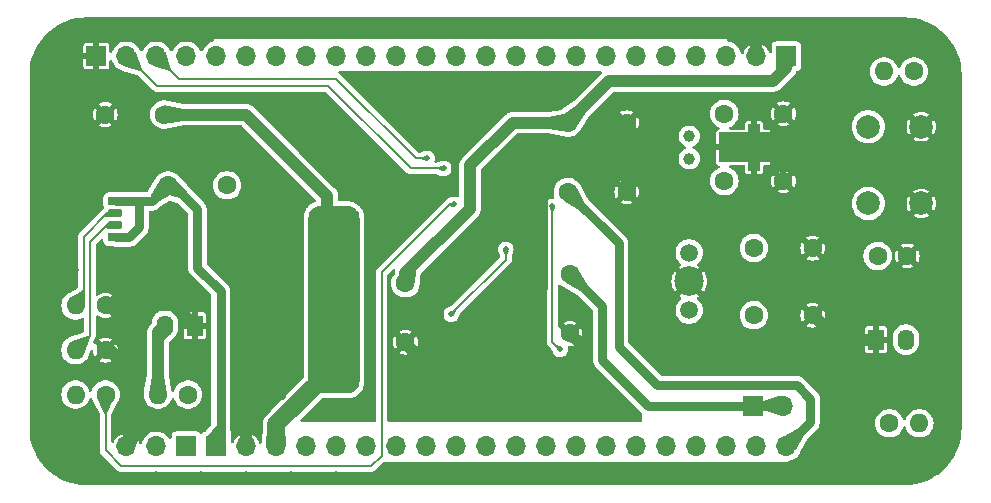
<source format=gtl>
%TF.GenerationSoftware,KiCad,Pcbnew,8.0.5*%
%TF.CreationDate,2024-10-21T18:28:28+08:00*%
%TF.ProjectId,redraw_TH,72656472-6177-45f5-9448-2e6b69636164,rev?*%
%TF.SameCoordinates,Original*%
%TF.FileFunction,Copper,L1,Top*%
%TF.FilePolarity,Positive*%
%FSLAX46Y46*%
G04 Gerber Fmt 4.6, Leading zero omitted, Abs format (unit mm)*
G04 Created by KiCad (PCBNEW 8.0.5) date 2024-10-21 18:28:28*
%MOMM*%
%LPD*%
G01*
G04 APERTURE LIST*
G04 Aperture macros list*
%AMRoundRect*
0 Rectangle with rounded corners*
0 $1 Rounding radius*
0 $2 $3 $4 $5 $6 $7 $8 $9 X,Y pos of 4 corners*
0 Add a 4 corners polygon primitive as box body*
4,1,4,$2,$3,$4,$5,$6,$7,$8,$9,$2,$3,0*
0 Add four circle primitives for the rounded corners*
1,1,$1+$1,$2,$3*
1,1,$1+$1,$4,$5*
1,1,$1+$1,$6,$7*
1,1,$1+$1,$8,$9*
0 Add four rect primitives between the rounded corners*
20,1,$1+$1,$2,$3,$4,$5,0*
20,1,$1+$1,$4,$5,$6,$7,0*
20,1,$1+$1,$6,$7,$8,$9,0*
20,1,$1+$1,$8,$9,$2,$3,0*%
G04 Aperture macros list end*
%TA.AperFunction,Conductor*%
%ADD10C,0.200000*%
%TD*%
%TA.AperFunction,ComponentPad*%
%ADD11C,1.000000*%
%TD*%
%TA.AperFunction,ComponentPad*%
%ADD12R,1.000000X1.000000*%
%TD*%
%TA.AperFunction,SMDPad,CuDef*%
%ADD13R,6.000000X2.500000*%
%TD*%
%TA.AperFunction,ComponentPad*%
%ADD14C,1.500000*%
%TD*%
%TA.AperFunction,ComponentPad*%
%ADD15C,2.500000*%
%TD*%
%TA.AperFunction,SMDPad,CuDef*%
%ADD16RoundRect,0.175000X-0.425000X0.175000X-0.425000X-0.175000X0.425000X-0.175000X0.425000X0.175000X0*%
%TD*%
%TA.AperFunction,SMDPad,CuDef*%
%ADD17RoundRect,0.190000X0.410000X-0.190000X0.410000X0.190000X-0.410000X0.190000X-0.410000X-0.190000X0*%
%TD*%
%TA.AperFunction,SMDPad,CuDef*%
%ADD18RoundRect,0.200000X0.400000X-0.200000X0.400000X0.200000X-0.400000X0.200000X-0.400000X-0.200000X0*%
%TD*%
%TA.AperFunction,SMDPad,CuDef*%
%ADD19RoundRect,0.175000X0.425000X-0.175000X0.425000X0.175000X-0.425000X0.175000X-0.425000X-0.175000X0*%
%TD*%
%TA.AperFunction,SMDPad,CuDef*%
%ADD20RoundRect,0.190000X-0.410000X0.190000X-0.410000X-0.190000X0.410000X-0.190000X0.410000X0.190000X0*%
%TD*%
%TA.AperFunction,SMDPad,CuDef*%
%ADD21RoundRect,0.200000X-0.400000X0.200000X-0.400000X-0.200000X0.400000X-0.200000X0.400000X0.200000X0*%
%TD*%
%TA.AperFunction,ComponentPad*%
%ADD22O,1.700000X1.100000*%
%TD*%
%TA.AperFunction,ComponentPad*%
%ADD23C,2.000000*%
%TD*%
%TA.AperFunction,ComponentPad*%
%ADD24C,1.600000*%
%TD*%
%TA.AperFunction,ComponentPad*%
%ADD25O,1.600000X1.600000*%
%TD*%
%TA.AperFunction,ComponentPad*%
%ADD26R,1.400000X1.800000*%
%TD*%
%TA.AperFunction,ComponentPad*%
%ADD27O,1.400000X1.800000*%
%TD*%
%TA.AperFunction,ComponentPad*%
%ADD28R,1.700000X1.700000*%
%TD*%
%TA.AperFunction,ComponentPad*%
%ADD29O,1.700000X1.700000*%
%TD*%
%TA.AperFunction,ViaPad*%
%ADD30C,0.500000*%
%TD*%
%TA.AperFunction,Conductor*%
%ADD31C,0.800000*%
%TD*%
%TA.AperFunction,Conductor*%
%ADD32C,1.500000*%
%TD*%
%TA.AperFunction,Conductor*%
%ADD33C,1.000000*%
%TD*%
%TA.AperFunction,Conductor*%
%ADD34C,0.180000*%
%TD*%
G04 APERTURE END LIST*
%TO.N,GND*%
D10*
X124450000Y-91040000D02*
X126450000Y-91040000D01*
X126450000Y-94830000D01*
X124450000Y-94830000D01*
X124450000Y-91040000D01*
%TA.AperFunction,Conductor*%
G36*
X124450000Y-91040000D02*
G01*
X126450000Y-91040000D01*
X126450000Y-94830000D01*
X124450000Y-94830000D01*
X124450000Y-91040000D01*
G37*
%TD.AperFunction*%
%TD*%
D11*
%TO.P,X2,1,1*%
%TO.N,/OSC32-*%
X117505000Y-93760000D03*
%TO.P,X2,2,2*%
%TO.N,/OSC32+*%
X117505000Y-91860000D03*
D12*
%TO.P,X2,3,3*%
%TO.N,GND*%
X123005000Y-94310000D03*
D13*
X123005000Y-92810000D03*
D12*
X123005000Y-91310000D03*
%TD*%
D14*
%TO.P,X1,1,1*%
%TO.N,/OSC+*%
X117505000Y-101720000D03*
D15*
%TO.P,X1,2,2*%
%TO.N,GND*%
X117505000Y-104160000D03*
D14*
%TO.P,X1,3,3*%
%TO.N,/OSC-*%
X117505000Y-106600000D03*
%TD*%
D16*
%TO.P,USB1,A5,CC1*%
%TO.N,Net-(USB1-CC1)*%
X68891500Y-98390000D03*
D17*
%TO.P,USB1,A9,VBUS*%
%TO.N,VBUS*%
X68891500Y-100410000D03*
D18*
%TO.P,USB1,A12,GND*%
%TO.N,GND*%
X68891500Y-101640000D03*
D19*
%TO.P,USB1,B5,CC2*%
%TO.N,Net-(USB1-CC2)*%
X68891500Y-99390000D03*
D20*
%TO.P,USB1,B9,VBUS*%
%TO.N,VBUS*%
X68891500Y-97370000D03*
D21*
%TO.P,USB1,B12,GND*%
%TO.N,GND*%
X68891500Y-96140000D03*
D22*
%TO.P,USB1,S1,SHIELD*%
X68811500Y-94570000D03*
X65011500Y-94570000D03*
X68811500Y-103210000D03*
X65011500Y-103210000D03*
%TD*%
D23*
%TO.P,SW1,1*%
%TO.N,/NRST*%
X132660000Y-97551625D03*
X132660000Y-91051625D03*
%TO.P,SW1,2*%
%TO.N,GND*%
X137160000Y-97551625D03*
X137160000Y-91051625D03*
%TD*%
D24*
%TO.P,R6,1*%
%TO.N,GND*%
X68085000Y-106190000D03*
D25*
%TO.P,R6,2*%
%TO.N,Net-(USB1-CC1)*%
X65545000Y-106190000D03*
%TD*%
D24*
%TO.P,R5,1*%
%TO.N,GND*%
X68085000Y-109965000D03*
D25*
%TO.P,R5,2*%
%TO.N,Net-(USB1-CC2)*%
X65545000Y-109965000D03*
%TD*%
D24*
%TO.P,R4,1*%
%TO.N,/BOOT0*%
X68085000Y-113740000D03*
D25*
%TO.P,R4,2*%
%TO.N,Net-(H1-Pin_2)*%
X65545000Y-113740000D03*
%TD*%
D24*
%TO.P,R3,1*%
%TO.N,/PC13*%
X134445000Y-116160000D03*
D25*
%TO.P,R3,2*%
%TO.N,Net-(LED2-A)*%
X136985000Y-116160000D03*
%TD*%
D24*
%TO.P,R2,1*%
%TO.N,VCC*%
X75065000Y-113740000D03*
D25*
%TO.P,R2,2*%
%TO.N,Net-(LED1-A)*%
X72525000Y-113740000D03*
%TD*%
D24*
%TO.P,R1,1*%
%TO.N,/NRST*%
X136535000Y-86380000D03*
D25*
%TO.P,R1,2*%
%TO.N,VCC*%
X133995000Y-86380000D03*
%TD*%
D26*
%TO.P,LED2,1,K*%
%TO.N,GND*%
X133319000Y-109086375D03*
D27*
%TO.P,LED2,2,A*%
%TO.N,Net-(LED2-A)*%
X135859000Y-109086375D03*
%TD*%
D26*
%TO.P,LED1,1,K*%
%TO.N,GND*%
X75650000Y-107900000D03*
D27*
%TO.P,LED1,2,A*%
%TO.N,Net-(LED1-A)*%
X73110000Y-107900000D03*
%TD*%
D28*
%TO.P,H5,1,Pin_1*%
%TO.N,VBAT*%
X122940000Y-114670000D03*
D29*
%TO.P,H5,2,Pin_2*%
X125480000Y-114670000D03*
%TD*%
D28*
%TO.P,H4,1,Pin_1*%
%TO.N,GND*%
X67310000Y-85090000D03*
D29*
%TO.P,H4,2,Pin_2*%
%TO.N,/PA14{slash}SWCLK*%
X69850000Y-85090000D03*
%TO.P,H4,3,Pin_3*%
%TO.N,/PA13{slash}SWDIO*%
X72390000Y-85090000D03*
%TO.P,H4,4,Pin_4*%
%TO.N,VCC*%
X74930000Y-85090000D03*
%TD*%
D28*
%TO.P,H3,1,Pin_1*%
%TO.N,VCC*%
X125730000Y-85090000D03*
D29*
%TO.P,H3,2,Pin_2*%
%TO.N,GND*%
X123190000Y-85090000D03*
%TO.P,H3,3,Pin_3*%
%TO.N,unconnected-(H3-Pin_3-Pad3)*%
X120650000Y-85090000D03*
%TO.P,H3,4,Pin_4*%
%TO.N,/PB9*%
X118110000Y-85090000D03*
%TO.P,H3,5,Pin_5*%
%TO.N,/PB8*%
X115570000Y-85090000D03*
%TO.P,H3,6,Pin_6*%
%TO.N,/PB7*%
X113030000Y-85090000D03*
%TO.P,H3,7,Pin_7*%
%TO.N,/PB6*%
X110490000Y-85090000D03*
%TO.P,H3,8,Pin_8*%
%TO.N,/PB5*%
X107950000Y-85090000D03*
%TO.P,H3,9,Pin_9*%
%TO.N,/PB4*%
X105410000Y-85090000D03*
%TO.P,H3,10,Pin_10*%
%TO.N,/PB3*%
X102870000Y-85090000D03*
%TO.P,H3,11,Pin_11*%
%TO.N,/PA15*%
X100330000Y-85090000D03*
%TO.P,H3,12,Pin_12*%
%TO.N,/PA12*%
X97790000Y-85090000D03*
%TO.P,H3,13,Pin_13*%
%TO.N,/PA11*%
X95250000Y-85090000D03*
%TO.P,H3,14,Pin_14*%
%TO.N,/PA10*%
X92710000Y-85090000D03*
%TO.P,H3,15,Pin_15*%
%TO.N,/PA9*%
X90170000Y-85090000D03*
%TO.P,H3,16,Pin_16*%
%TO.N,/PA8*%
X87630000Y-85090000D03*
%TO.P,H3,17,Pin_17*%
%TO.N,/PB15*%
X85090000Y-85090000D03*
%TO.P,H3,18,Pin_18*%
%TO.N,/PB14*%
X82550000Y-85090000D03*
%TO.P,H3,19,Pin_19*%
%TO.N,/PB13*%
X80010000Y-85090000D03*
%TO.P,H3,20,Pin_20*%
%TO.N,/PB12*%
X77470000Y-85090000D03*
%TD*%
D28*
%TO.P,H2,1,Pin_1*%
%TO.N,VBUS*%
X77470000Y-118110000D03*
D29*
%TO.P,H2,2,Pin_2*%
%TO.N,GND*%
X80010000Y-118110000D03*
%TO.P,H2,3,Pin_3*%
%TO.N,VCC*%
X82550000Y-118110000D03*
%TO.P,H2,4,Pin_4*%
%TO.N,/NRST*%
X85090000Y-118110000D03*
%TO.P,H2,5,Pin_5*%
%TO.N,/PB11*%
X87630000Y-118110000D03*
%TO.P,H2,6,Pin_6*%
%TO.N,/PB10*%
X90170000Y-118110000D03*
%TO.P,H2,7,Pin_7*%
%TO.N,/PB1*%
X92710000Y-118110000D03*
%TO.P,H2,8,Pin_8*%
%TO.N,/PB0*%
X95250000Y-118110000D03*
%TO.P,H2,9,Pin_9*%
%TO.N,/PA7*%
X97790000Y-118110000D03*
%TO.P,H2,10,Pin_10*%
%TO.N,/PA6*%
X100330000Y-118110000D03*
%TO.P,H2,11,Pin_11*%
%TO.N,/PA5*%
X102870000Y-118110000D03*
%TO.P,H2,12,Pin_12*%
%TO.N,/PA4*%
X105410000Y-118110000D03*
%TO.P,H2,13,Pin_13*%
%TO.N,/PA3*%
X107950000Y-118110000D03*
%TO.P,H2,14,Pin_14*%
%TO.N,/PA2*%
X110490000Y-118110000D03*
%TO.P,H2,15,Pin_15*%
%TO.N,/PA1*%
X113030000Y-118110000D03*
%TO.P,H2,16,Pin_16*%
%TO.N,/PA0*%
X115570000Y-118110000D03*
%TO.P,H2,17,Pin_17*%
%TO.N,/PC13*%
X118110000Y-118110000D03*
%TO.P,H2,18,Pin_18*%
%TO.N,unconnected-(H2-Pin_18-Pad18)*%
X120650000Y-118110000D03*
%TO.P,H2,19,Pin_19*%
%TO.N,VREF_PIN*%
X123190000Y-118110000D03*
%TO.P,H2,20,Pin_20*%
%TO.N,VCC*%
X125730000Y-118110000D03*
%TD*%
D28*
%TO.P,H1,1,Pin_1*%
%TO.N,VCC*%
X74930000Y-118110000D03*
D29*
%TO.P,H1,2,Pin_2*%
%TO.N,Net-(H1-Pin_2)*%
X72390000Y-118110000D03*
%TO.P,H1,3,Pin_3*%
%TO.N,GND*%
X69850000Y-118110000D03*
%TD*%
D24*
%TO.P,C15,1*%
%TO.N,GND*%
X125480000Y-95650000D03*
%TO.P,C15,2*%
%TO.N,/OSC32-*%
X120480000Y-95650000D03*
%TD*%
%TO.P,C14,1*%
%TO.N,GND*%
X125480000Y-89970000D03*
%TO.P,C14,2*%
%TO.N,/OSC32+*%
X120480000Y-89970000D03*
%TD*%
%TO.P,C13,1*%
%TO.N,GND*%
X127980000Y-107010000D03*
%TO.P,C13,2*%
%TO.N,/OSC-*%
X122980000Y-107010000D03*
%TD*%
%TO.P,C12,1*%
%TO.N,/OSC+*%
X122980000Y-101330000D03*
%TO.P,C12,2*%
%TO.N,GND*%
X127980000Y-101330000D03*
%TD*%
%TO.P,C11,1*%
%TO.N,GND*%
X107410000Y-108550000D03*
%TO.P,C11,2*%
%TO.N,VBAT*%
X107410000Y-103550000D03*
%TD*%
%TO.P,C10,1*%
%TO.N,GND*%
X68060000Y-90030000D03*
%TO.P,C10,2*%
%TO.N,VCC*%
X73060000Y-90030000D03*
%TD*%
%TO.P,C8,1*%
%TO.N,GND*%
X112230000Y-96580000D03*
%TO.P,C8,2*%
%TO.N,VCC*%
X107230000Y-96580000D03*
%TD*%
%TO.P,C7,1*%
%TO.N,GND*%
X112230000Y-90725000D03*
%TO.P,C7,2*%
%TO.N,VCC*%
X107230000Y-90725000D03*
%TD*%
%TO.P,C6,1*%
%TO.N,GND*%
X93480000Y-109300000D03*
%TO.P,C6,2*%
%TO.N,VCC*%
X93480000Y-104300000D03*
%TD*%
%TO.P,C5,1*%
%TO.N,GND*%
X135960000Y-102000000D03*
%TO.P,C5,2*%
%TO.N,/NRST*%
X133460000Y-102000000D03*
%TD*%
%TO.P,C4,1*%
%TO.N,GND*%
X81810000Y-112000000D03*
%TO.P,C4,2*%
%TO.N,VCC*%
X86810000Y-112000000D03*
%TD*%
%TO.P,C3,1*%
%TO.N,GND*%
X81840000Y-107000000D03*
%TO.P,C3,2*%
%TO.N,VCC*%
X86840000Y-107000000D03*
%TD*%
%TO.P,C2,1*%
%TO.N,GND*%
X78377500Y-101010000D03*
%TO.P,C2,2*%
%TO.N,VBUS*%
X78377500Y-96010000D03*
%TD*%
%TO.P,C1,1*%
%TO.N,GND*%
X73377500Y-101030000D03*
%TO.P,C1,2*%
%TO.N,VBUS*%
X73377500Y-96030000D03*
%TD*%
D30*
%TO.N,/NRST*%
X101980000Y-101440000D03*
X97360000Y-106950000D03*
%TO.N,GND*%
X99020000Y-120420000D03*
X99490000Y-102280000D03*
X121380000Y-105750000D03*
X124060000Y-97420000D03*
X99070000Y-82770000D03*
X62980000Y-93060000D03*
X107430000Y-106660000D03*
X108800000Y-95880000D03*
X68590000Y-82770000D03*
X106850000Y-105270000D03*
X71190000Y-96110000D03*
X113720000Y-94040000D03*
X112710000Y-109220000D03*
X111430000Y-99050000D03*
X106640000Y-120420000D03*
X110410000Y-94070000D03*
X106070000Y-92220000D03*
X72150000Y-102290000D03*
X76310000Y-88670000D03*
X73230000Y-116430000D03*
X66680000Y-111940000D03*
X66890000Y-115020000D03*
X115670000Y-106020000D03*
X92510000Y-110930000D03*
X114260000Y-120420000D03*
X83780000Y-120420000D03*
X129230000Y-86400000D03*
X133360000Y-82770000D03*
X100650000Y-98460000D03*
X114550000Y-107490000D03*
X111020000Y-91770000D03*
X118070000Y-120420000D03*
X71100000Y-88500000D03*
X116230000Y-107440000D03*
X102880000Y-82770000D03*
X62980000Y-89250000D03*
X80560000Y-111410000D03*
X84920000Y-97090000D03*
X91400000Y-120420000D03*
X110500000Y-82770000D03*
X79970000Y-120420000D03*
X101650000Y-100020000D03*
X137540000Y-83880000D03*
X76160000Y-120420000D03*
X113460000Y-98160000D03*
X88890000Y-96870000D03*
X113350000Y-95010000D03*
X104740000Y-92250000D03*
X100710000Y-102280000D03*
X76340000Y-115680000D03*
X68540000Y-120420000D03*
X64100000Y-118920000D03*
X87590000Y-120420000D03*
X114400000Y-95740000D03*
X139320000Y-112090000D03*
X108310000Y-110470000D03*
X97940000Y-102280000D03*
X132380000Y-103810000D03*
X129500000Y-120420000D03*
X139320000Y-108280000D03*
X119050000Y-105740000D03*
X121820000Y-108370000D03*
X135610000Y-114560000D03*
X73630000Y-97920000D03*
X76510000Y-94590000D03*
X108550000Y-92440000D03*
X64890000Y-83100000D03*
X62980000Y-100680000D03*
X109640000Y-94940000D03*
X110690000Y-96960000D03*
X119570000Y-102600000D03*
X83100000Y-111410000D03*
X65630628Y-107987639D03*
X80520000Y-104980000D03*
X94940000Y-107750000D03*
X110450000Y-120420000D03*
X115710000Y-102230000D03*
X112690000Y-104850000D03*
X102830000Y-120420000D03*
X72400000Y-82770000D03*
X86050000Y-115540000D03*
X84570000Y-92610000D03*
X120990000Y-100920000D03*
X129180000Y-115310000D03*
X62980000Y-96870000D03*
X124230000Y-88980000D03*
X79260000Y-91440000D03*
X62980000Y-115920000D03*
X67650000Y-104330000D03*
X111470000Y-92860000D03*
X108855000Y-107145000D03*
X116220000Y-95680000D03*
X116450000Y-88420000D03*
X81200000Y-88880000D03*
X121340000Y-102590000D03*
X121630000Y-97190000D03*
X72150000Y-99750000D03*
X121470000Y-88730000D03*
X136990000Y-119650000D03*
X67700000Y-108100000D03*
X124030000Y-100070000D03*
X95260000Y-82770000D03*
X125830000Y-110360000D03*
X118120000Y-82770000D03*
X139320000Y-96850000D03*
X119350000Y-100890000D03*
X67830000Y-101430000D03*
X113580000Y-89870000D03*
X135610000Y-111040000D03*
X80020000Y-82770000D03*
X91450000Y-82770000D03*
X83830000Y-82770000D03*
X113540000Y-102410000D03*
X120610000Y-107550000D03*
X123040000Y-102920000D03*
X95810000Y-107010000D03*
X124260000Y-108100000D03*
X95210000Y-120420000D03*
X76210000Y-82770000D03*
X62980000Y-85440000D03*
X116020000Y-89690000D03*
X124100000Y-105850000D03*
X114310000Y-82770000D03*
X133530000Y-87970000D03*
X100000000Y-100020000D03*
X129550000Y-82770000D03*
X83100000Y-113950000D03*
X83060000Y-104980000D03*
X139320000Y-115900000D03*
X106690000Y-82770000D03*
X96070000Y-109330000D03*
X79210000Y-116230000D03*
X134040000Y-94490000D03*
X92740000Y-113090000D03*
X139320000Y-89230000D03*
X74690000Y-99750000D03*
X92400000Y-107750000D03*
X102250000Y-98460000D03*
X122230000Y-99830000D03*
X114510000Y-100810000D03*
X62980000Y-112110000D03*
X80520000Y-107520000D03*
X77040000Y-97380000D03*
X115120000Y-111580000D03*
X116290000Y-91490000D03*
X74690000Y-102290000D03*
X103130000Y-92270000D03*
X139320000Y-104470000D03*
X94580000Y-105750000D03*
X90500000Y-107500000D03*
X116590000Y-94350000D03*
X133310000Y-120420000D03*
X127340000Y-111600000D03*
X112650000Y-101570000D03*
X110250000Y-89330000D03*
X113240000Y-106160000D03*
X124450000Y-102000000D03*
X62980000Y-104490000D03*
X72350000Y-120420000D03*
X113560000Y-91770000D03*
X134110000Y-99880000D03*
X83060000Y-107520000D03*
X87640000Y-82770000D03*
X90410000Y-113100000D03*
X139320000Y-100660000D03*
X62980000Y-108300000D03*
X121880000Y-120420000D03*
X65280000Y-104280000D03*
X109940000Y-97740000D03*
X125740000Y-82770000D03*
X125690000Y-120420000D03*
X121930000Y-82770000D03*
X139320000Y-93040000D03*
X131340000Y-94830000D03*
%TO.N,/PC13*%
X105920000Y-97795000D03*
X106580000Y-109910000D03*
%TO.N,/PA13{slash}SWDIO*%
X95320000Y-93730000D03*
%TO.N,/PA14{slash}SWCLK*%
X96720000Y-94580000D03*
%TO.N,/BOOT0*%
X97630000Y-97620000D03*
%TO.N,VCC*%
X85710000Y-102550000D03*
X85620000Y-104950000D03*
X88220000Y-111390000D03*
X88250000Y-102550000D03*
X88160000Y-104950000D03*
X85680000Y-111390000D03*
X86110000Y-98350000D03*
X85620000Y-107490000D03*
X88650000Y-98350000D03*
X88160000Y-107490000D03*
%TD*%
D31*
%TO.N,VBUS*%
X77850000Y-117730000D02*
X77470000Y-118110000D01*
X77850000Y-104990000D02*
X77850000Y-117730000D01*
X73840000Y-95990000D02*
X75840000Y-97990000D01*
X75840000Y-97990000D02*
X75840000Y-102980000D01*
X71997500Y-97370000D02*
X73377500Y-95990000D01*
X73377500Y-95990000D02*
X73840000Y-95990000D01*
X75840000Y-102980000D02*
X77850000Y-104990000D01*
X70940000Y-97370000D02*
X71997500Y-97370000D01*
D32*
%TO.N,VCC*%
X82550000Y-116260000D02*
X82550000Y-118110000D01*
X86810000Y-112000000D02*
X82550000Y-116260000D01*
D33*
%TO.N,GND*%
X80010000Y-113800000D02*
X81810000Y-112000000D01*
X80010000Y-118110000D02*
X80010000Y-113800000D01*
D31*
%TO.N,VBUS*%
X68932500Y-100410000D02*
X70100000Y-100410000D01*
X70100000Y-100410000D02*
X70940000Y-99570000D01*
X70940000Y-99570000D02*
X70940000Y-97370000D01*
X68932500Y-97370000D02*
X70940000Y-97370000D01*
D34*
%TO.N,/NRST*%
X101980000Y-102330000D02*
X97360000Y-106950000D01*
X101980000Y-101440000D02*
X101980000Y-102330000D01*
D31*
%TO.N,GND*%
X72807500Y-101640000D02*
X73377500Y-101070000D01*
D33*
X68085000Y-106190000D02*
X73910000Y-106190000D01*
X112270000Y-96580000D02*
X112270000Y-90725000D01*
D31*
X68932500Y-101640000D02*
X68932500Y-102700000D01*
D33*
X107410000Y-108590000D02*
X108310000Y-109490000D01*
X133299000Y-109086375D02*
X130096375Y-109086375D01*
X73910000Y-106190000D02*
X75620000Y-107900000D01*
X70370000Y-117590000D02*
X69850000Y-118110000D01*
D31*
X68932500Y-96140000D02*
X68932500Y-95080000D01*
D33*
X108310000Y-109490000D02*
X108310000Y-110470000D01*
X108310000Y-110470000D02*
X108310000Y-111050000D01*
D31*
X68932500Y-95080000D02*
X68422500Y-94570000D01*
D33*
X130096375Y-109086375D02*
X128020000Y-107010000D01*
D31*
X68932500Y-102700000D02*
X68422500Y-103210000D01*
D33*
X96330000Y-112240000D02*
X93480000Y-109390000D01*
X123190000Y-85090000D02*
X123190000Y-83210000D01*
D31*
X68932500Y-101640000D02*
X72807500Y-101640000D01*
D33*
X68085000Y-109965000D02*
X68475000Y-109965000D01*
X105040000Y-95870000D02*
X110185000Y-90725000D01*
X110185000Y-90725000D02*
X112270000Y-90725000D01*
X68475000Y-109965000D02*
X70370000Y-111860000D01*
X93480000Y-109390000D02*
X93480000Y-109340000D01*
X108310000Y-111050000D02*
X107120000Y-112240000D01*
X107120000Y-112240000D02*
X96330000Y-112240000D01*
X105040000Y-104730000D02*
X105040000Y-95870000D01*
X70370000Y-111860000D02*
X70370000Y-117590000D01*
D34*
%TO.N,/PC13*%
X106580000Y-109910000D02*
X105920000Y-109250000D01*
X105920000Y-109250000D02*
X105920000Y-97795000D01*
%TO.N,/PA13{slash}SWDIO*%
X87590000Y-86980000D02*
X74280000Y-86980000D01*
X95320000Y-93730000D02*
X94340000Y-93730000D01*
X74280000Y-86980000D02*
X72390000Y-85090000D01*
X94340000Y-93730000D02*
X87590000Y-86980000D01*
%TO.N,/PA14{slash}SWCLK*%
X69850000Y-85090000D02*
X69927767Y-85090000D01*
X93940000Y-94580000D02*
X96720000Y-94580000D01*
X72427767Y-87590000D02*
X86950000Y-87590000D01*
X86950000Y-87590000D02*
X93940000Y-94580000D01*
X69927767Y-85090000D02*
X72427767Y-87590000D01*
%TO.N,/BOOT0*%
X69410000Y-119780000D02*
X68085000Y-118455000D01*
X91460000Y-103370000D02*
X91460000Y-118920000D01*
X90600000Y-119780000D02*
X69410000Y-119780000D01*
X97630000Y-97620000D02*
X97210000Y-97620000D01*
X91460000Y-118920000D02*
X90600000Y-119780000D01*
X97210000Y-97620000D02*
X91460000Y-103370000D01*
X68085000Y-118455000D02*
X68085000Y-113740000D01*
%TO.N,Net-(USB1-CC2)*%
X66770000Y-108740000D02*
X65545000Y-109965000D01*
X68932500Y-99390000D02*
X68190000Y-99390000D01*
X66770000Y-100810000D02*
X66770000Y-108740000D01*
X68190000Y-99390000D02*
X66770000Y-100810000D01*
%TO.N,Net-(USB1-CC1)*%
X68932500Y-98390000D02*
X68250000Y-98390000D01*
X66270000Y-105465000D02*
X65545000Y-106190000D01*
X68250000Y-98390000D02*
X66270000Y-100370000D01*
X66270000Y-100370000D02*
X66270000Y-105465000D01*
D31*
%TO.N,VBAT*%
X125480000Y-114670000D02*
X114030000Y-114670000D01*
X114030000Y-114670000D02*
X110140000Y-110780000D01*
X110140000Y-110780000D02*
X110140000Y-106240000D01*
X110140000Y-106240000D02*
X107410000Y-103510000D01*
D33*
%TO.N,Net-(LED1-A)*%
X72525000Y-108455000D02*
X73080000Y-107900000D01*
X72525000Y-113740000D02*
X72525000Y-108455000D01*
%TO.N,VCC*%
X79970000Y-90030000D02*
X86880000Y-96940000D01*
D31*
X111540000Y-109690000D02*
X111540000Y-100930000D01*
D33*
X125730000Y-86050000D02*
X125730000Y-85090000D01*
X93480000Y-103470000D02*
X93480000Y-104260000D01*
D31*
X127760000Y-116080000D02*
X127760000Y-114070000D01*
X114780000Y-112930000D02*
X111540000Y-109690000D01*
D33*
X107190000Y-90725000D02*
X102545000Y-90725000D01*
D31*
X111540000Y-100930000D02*
X107190000Y-96580000D01*
D33*
X73100000Y-90030000D02*
X79970000Y-90030000D01*
X110725000Y-87190000D02*
X124590000Y-87190000D01*
X98950000Y-98000000D02*
X93480000Y-103470000D01*
X86880000Y-96940000D02*
X86880000Y-106240000D01*
D31*
X127760000Y-114070000D02*
X126620000Y-112930000D01*
D33*
X102545000Y-90725000D02*
X98950000Y-94320000D01*
X124590000Y-87190000D02*
X125730000Y-86050000D01*
D31*
X125730000Y-118110000D02*
X127760000Y-116080000D01*
D33*
X98950000Y-94320000D02*
X98950000Y-98000000D01*
D31*
X126620000Y-112930000D02*
X114780000Y-112930000D01*
D33*
X107190000Y-90725000D02*
X110725000Y-87190000D01*
%TD*%
%TA.AperFunction,Conductor*%
%TO.N,VCC*%
G36*
X88596061Y-97770597D02*
G01*
X88772941Y-97788018D01*
X88796769Y-97792757D01*
X88961001Y-97842576D01*
X88983453Y-97851877D01*
X89134798Y-97932772D01*
X89155010Y-97946277D01*
X89287666Y-98055145D01*
X89304854Y-98072333D01*
X89413722Y-98204989D01*
X89427227Y-98225201D01*
X89508121Y-98376543D01*
X89517424Y-98399001D01*
X89567240Y-98563224D01*
X89571982Y-98587065D01*
X89589403Y-98763938D01*
X89590000Y-98776092D01*
X89590000Y-112633907D01*
X89589403Y-112646061D01*
X89571982Y-112822934D01*
X89567240Y-112846775D01*
X89517424Y-113010998D01*
X89508121Y-113033456D01*
X89427227Y-113184798D01*
X89413722Y-113205010D01*
X89304854Y-113337666D01*
X89287666Y-113354854D01*
X89155010Y-113463722D01*
X89134798Y-113477227D01*
X88983456Y-113558121D01*
X88960998Y-113567424D01*
X88796775Y-113617240D01*
X88772934Y-113621982D01*
X88596061Y-113639403D01*
X88583907Y-113640000D01*
X86266093Y-113640000D01*
X86253939Y-113639403D01*
X86077065Y-113621982D01*
X86053224Y-113617240D01*
X85889001Y-113567424D01*
X85866543Y-113558121D01*
X85715201Y-113477227D01*
X85694989Y-113463722D01*
X85562333Y-113354854D01*
X85545145Y-113337666D01*
X85436277Y-113205010D01*
X85422772Y-113184798D01*
X85341878Y-113033456D01*
X85332575Y-113010998D01*
X85282757Y-112846769D01*
X85278018Y-112822941D01*
X85260597Y-112646061D01*
X85260000Y-112633907D01*
X85260000Y-98776092D01*
X85260597Y-98763938D01*
X85278018Y-98587056D01*
X85282757Y-98563232D01*
X85332577Y-98398994D01*
X85341875Y-98376549D01*
X85422775Y-98225195D01*
X85436272Y-98204995D01*
X85545149Y-98072328D01*
X85562328Y-98055149D01*
X85694995Y-97946272D01*
X85715195Y-97932775D01*
X85866549Y-97851875D01*
X85888994Y-97842577D01*
X86053232Y-97792757D01*
X86077056Y-97788018D01*
X86253939Y-97770597D01*
X86266093Y-97770000D01*
X88583907Y-97770000D01*
X88596061Y-97770597D01*
G37*
%TD.AperFunction*%
%TD*%
%TA.AperFunction,Conductor*%
%TO.N,GND*%
G36*
X135772702Y-81800617D02*
G01*
X136182917Y-81818528D01*
X136193654Y-81819468D01*
X136598057Y-81872708D01*
X136608695Y-81874583D01*
X137006925Y-81962869D01*
X137017365Y-81965667D01*
X137406363Y-82088317D01*
X137416524Y-82092015D01*
X137793363Y-82248108D01*
X137803155Y-82252674D01*
X138164965Y-82441020D01*
X138174305Y-82446413D01*
X138459636Y-82628189D01*
X138518309Y-82665568D01*
X138527170Y-82671772D01*
X138850766Y-82920076D01*
X138859053Y-82927030D01*
X139159767Y-83202583D01*
X139167416Y-83210232D01*
X139442969Y-83510946D01*
X139449923Y-83519233D01*
X139698227Y-83842829D01*
X139704431Y-83851690D01*
X139707823Y-83857014D01*
X139889669Y-84142455D01*
X139923578Y-84195680D01*
X139928983Y-84205042D01*
X139985706Y-84314005D01*
X140117322Y-84566838D01*
X140121894Y-84576642D01*
X140277983Y-84953473D01*
X140281683Y-84963639D01*
X140404331Y-85352630D01*
X140407131Y-85363078D01*
X140495414Y-85761296D01*
X140497292Y-85771950D01*
X140550529Y-86176326D01*
X140551472Y-86187102D01*
X140569382Y-86597297D01*
X140569500Y-86602706D01*
X140569500Y-116597293D01*
X140569382Y-116602702D01*
X140551472Y-117012897D01*
X140550529Y-117023673D01*
X140497292Y-117428049D01*
X140495414Y-117438703D01*
X140407131Y-117836921D01*
X140404331Y-117847369D01*
X140281683Y-118236360D01*
X140277983Y-118246526D01*
X140121894Y-118623357D01*
X140117322Y-118633161D01*
X139928987Y-118994951D01*
X139923578Y-119004319D01*
X139704431Y-119348309D01*
X139698227Y-119357170D01*
X139449923Y-119680766D01*
X139442969Y-119689053D01*
X139167416Y-119989767D01*
X139159767Y-119997416D01*
X138859053Y-120272969D01*
X138850766Y-120279923D01*
X138527170Y-120528227D01*
X138518309Y-120534431D01*
X138174319Y-120753578D01*
X138164951Y-120758987D01*
X137803161Y-120947322D01*
X137793357Y-120951894D01*
X137416526Y-121107983D01*
X137406360Y-121111683D01*
X137017369Y-121234331D01*
X137006921Y-121237131D01*
X136608703Y-121325414D01*
X136598049Y-121327292D01*
X136193673Y-121380529D01*
X136182897Y-121381472D01*
X135772703Y-121399382D01*
X135767294Y-121399500D01*
X66452706Y-121399500D01*
X66447297Y-121399382D01*
X66037102Y-121381472D01*
X66026326Y-121380529D01*
X65621950Y-121327292D01*
X65611296Y-121325414D01*
X65213078Y-121237131D01*
X65202630Y-121234331D01*
X64813639Y-121111683D01*
X64803473Y-121107983D01*
X64426642Y-120951894D01*
X64416838Y-120947322D01*
X64297126Y-120885004D01*
X64055042Y-120758983D01*
X64045686Y-120753582D01*
X63873685Y-120644004D01*
X63701690Y-120534431D01*
X63692829Y-120528227D01*
X63369233Y-120279923D01*
X63360946Y-120272969D01*
X63060232Y-119997416D01*
X63052583Y-119989767D01*
X62777030Y-119689053D01*
X62770076Y-119680766D01*
X62521772Y-119357170D01*
X62515568Y-119348309D01*
X62448233Y-119242615D01*
X62296413Y-119004305D01*
X62291020Y-118994965D01*
X62102674Y-118633155D01*
X62098105Y-118623357D01*
X62092572Y-118610000D01*
X61942015Y-118246524D01*
X61938316Y-118236360D01*
X61938202Y-118236000D01*
X61815667Y-117847365D01*
X61812868Y-117836921D01*
X61807972Y-117814835D01*
X61724583Y-117438695D01*
X61722707Y-117428049D01*
X61669468Y-117023654D01*
X61668528Y-117012917D01*
X61650618Y-116602702D01*
X61650500Y-116597293D01*
X61650500Y-104020420D01*
X65773708Y-104033706D01*
X65775648Y-104036975D01*
X65779500Y-104067641D01*
X65779500Y-104586404D01*
X65759815Y-104653443D01*
X65718956Y-104692937D01*
X65044896Y-105094439D01*
X65026240Y-105103530D01*
X65007600Y-105110751D01*
X65007594Y-105110754D01*
X64818439Y-105227874D01*
X64818437Y-105227876D01*
X64654020Y-105377761D01*
X64519943Y-105555308D01*
X64519938Y-105555316D01*
X64420775Y-105754461D01*
X64420769Y-105754476D01*
X64359885Y-105968462D01*
X64359884Y-105968464D01*
X64339357Y-106189999D01*
X64339357Y-106190000D01*
X64359884Y-106411535D01*
X64359885Y-106411537D01*
X64420769Y-106625523D01*
X64420775Y-106625538D01*
X64519938Y-106824683D01*
X64519943Y-106824691D01*
X64654020Y-107002238D01*
X64818437Y-107152123D01*
X64818439Y-107152125D01*
X65007595Y-107269245D01*
X65007596Y-107269245D01*
X65007599Y-107269247D01*
X65215060Y-107349618D01*
X65433757Y-107390500D01*
X65433759Y-107390500D01*
X65656241Y-107390500D01*
X65656243Y-107390500D01*
X65874940Y-107349618D01*
X66082401Y-107269247D01*
X66090223Y-107264404D01*
X66157583Y-107245849D01*
X66224283Y-107266657D01*
X66269144Y-107320222D01*
X66279500Y-107369831D01*
X66279500Y-108363824D01*
X66259815Y-108430863D01*
X66207011Y-108476618D01*
X66194554Y-108481513D01*
X65231092Y-108801226D01*
X65215641Y-108805216D01*
X65215058Y-108805382D01*
X65196913Y-108812410D01*
X65191186Y-108814468D01*
X65123050Y-108837080D01*
X65123035Y-108837085D01*
X65120943Y-108837821D01*
X65109092Y-108841994D01*
X65108360Y-108842267D01*
X65108328Y-108842280D01*
X65066298Y-108860723D01*
X65062088Y-108863136D01*
X65045246Y-108871167D01*
X65007597Y-108885753D01*
X65007594Y-108885754D01*
X64818439Y-109002874D01*
X64818437Y-109002876D01*
X64654020Y-109152761D01*
X64519943Y-109330308D01*
X64519938Y-109330316D01*
X64420775Y-109529461D01*
X64420769Y-109529476D01*
X64359885Y-109743462D01*
X64359884Y-109743464D01*
X64339357Y-109964999D01*
X64339357Y-109965000D01*
X64359884Y-110186535D01*
X64359885Y-110186537D01*
X64420769Y-110400523D01*
X64420775Y-110400538D01*
X64519938Y-110599683D01*
X64519943Y-110599691D01*
X64654020Y-110777238D01*
X64818437Y-110927123D01*
X64818439Y-110927125D01*
X65007595Y-111044245D01*
X65007596Y-111044245D01*
X65007599Y-111044247D01*
X65215060Y-111124618D01*
X65433757Y-111165500D01*
X65433759Y-111165500D01*
X65656241Y-111165500D01*
X65656243Y-111165500D01*
X65874940Y-111124618D01*
X66082401Y-111044247D01*
X66271562Y-110927124D01*
X66435981Y-110777236D01*
X66570058Y-110599689D01*
X66669229Y-110400528D01*
X66673404Y-110385854D01*
X66674975Y-110380752D01*
X66796389Y-110014870D01*
X66836184Y-109957444D01*
X66900712Y-109930648D01*
X66969482Y-109942992D01*
X67020662Y-109990557D01*
X67037480Y-110041772D01*
X67050191Y-110170834D01*
X67110233Y-110368766D01*
X67185975Y-110510469D01*
X67185976Y-110510469D01*
X67685000Y-110011446D01*
X67685000Y-110017661D01*
X67712259Y-110119394D01*
X67764920Y-110210606D01*
X67839394Y-110285080D01*
X67930606Y-110337741D01*
X68032339Y-110365000D01*
X68038553Y-110365000D01*
X67539528Y-110864023D01*
X67681233Y-110939766D01*
X67879165Y-110999808D01*
X68085000Y-111020080D01*
X68290834Y-110999808D01*
X68488764Y-110939766D01*
X68630470Y-110864022D01*
X68131448Y-110365000D01*
X68137661Y-110365000D01*
X68239394Y-110337741D01*
X68330606Y-110285080D01*
X68405080Y-110210606D01*
X68457741Y-110119394D01*
X68485000Y-110017661D01*
X68485000Y-110011447D01*
X68984022Y-110510469D01*
X69059766Y-110368764D01*
X69119808Y-110170834D01*
X69140080Y-109965000D01*
X69119808Y-109759165D01*
X69059766Y-109561233D01*
X68984023Y-109419528D01*
X68485000Y-109918551D01*
X68485000Y-109912339D01*
X68457741Y-109810606D01*
X68405080Y-109719394D01*
X68330606Y-109644920D01*
X68239394Y-109592259D01*
X68137661Y-109565000D01*
X68131448Y-109565000D01*
X68630469Y-109065976D01*
X68630469Y-109065975D01*
X68488766Y-108990233D01*
X68290834Y-108930191D01*
X68085000Y-108909919D01*
X67879166Y-108930191D01*
X67681234Y-108990234D01*
X67539529Y-109065975D01*
X67539529Y-109065976D01*
X68038553Y-109565000D01*
X68032339Y-109565000D01*
X67930606Y-109592259D01*
X67839394Y-109644920D01*
X67764920Y-109719394D01*
X67712259Y-109810606D01*
X67685000Y-109912339D01*
X67685000Y-109918553D01*
X67185975Y-109419528D01*
X67183362Y-109419916D01*
X67114160Y-109410280D01*
X67061153Y-109364761D01*
X67041170Y-109297810D01*
X67047479Y-109258206D01*
X67088898Y-109133390D01*
X67118907Y-109084764D01*
X67137696Y-109065976D01*
X67162498Y-109041174D01*
X67227074Y-108929326D01*
X67260500Y-108804576D01*
X67260500Y-107133853D01*
X67280185Y-107066814D01*
X67332989Y-107021059D01*
X67402147Y-107011115D01*
X67463166Y-107038000D01*
X67498832Y-107067270D01*
X67498833Y-107067271D01*
X67681233Y-107164766D01*
X67879165Y-107224808D01*
X68085000Y-107245080D01*
X68290834Y-107224808D01*
X68488764Y-107164766D01*
X68630469Y-107089022D01*
X68131447Y-106590000D01*
X68137661Y-106590000D01*
X68239394Y-106562741D01*
X68330606Y-106510080D01*
X68405080Y-106435606D01*
X68457741Y-106344394D01*
X68485000Y-106242661D01*
X68485000Y-106236447D01*
X68984022Y-106735469D01*
X69059766Y-106593764D01*
X69119808Y-106395834D01*
X69140080Y-106190000D01*
X69119808Y-105984165D01*
X69059766Y-105786233D01*
X68984023Y-105644528D01*
X68485000Y-106143551D01*
X68485000Y-106137339D01*
X68457741Y-106035606D01*
X68405080Y-105944394D01*
X68330606Y-105869920D01*
X68239394Y-105817259D01*
X68137661Y-105790000D01*
X68131447Y-105790000D01*
X68630469Y-105290976D01*
X68630469Y-105290975D01*
X68488766Y-105215233D01*
X68290834Y-105155191D01*
X68085000Y-105134919D01*
X67879165Y-105155191D01*
X67681233Y-105215233D01*
X67498833Y-105312728D01*
X67498827Y-105312732D01*
X67463164Y-105342000D01*
X67398854Y-105369312D01*
X67329987Y-105357521D01*
X67278427Y-105310368D01*
X67260500Y-105246146D01*
X67260500Y-104038497D01*
X75793916Y-104065995D01*
X77013181Y-105285259D01*
X77046666Y-105346582D01*
X77049500Y-105372940D01*
X77049500Y-116221950D01*
X77029815Y-116288989D01*
X77023395Y-116298059D01*
X76616759Y-116821089D01*
X76560070Y-116861933D01*
X76538263Y-116867453D01*
X76494699Y-116874353D01*
X76494697Y-116874353D01*
X76494696Y-116874354D01*
X76381658Y-116931950D01*
X76381657Y-116931951D01*
X76381652Y-116931954D01*
X76287681Y-117025926D01*
X76226358Y-117059411D01*
X76156666Y-117054427D01*
X76112319Y-117025926D01*
X76018347Y-116931954D01*
X76018344Y-116931952D01*
X76018342Y-116931950D01*
X75941517Y-116892805D01*
X75905301Y-116874352D01*
X75811524Y-116859500D01*
X74048482Y-116859500D01*
X73967519Y-116872323D01*
X73954696Y-116874354D01*
X73841658Y-116931950D01*
X73841657Y-116931951D01*
X73841652Y-116931954D01*
X73751954Y-117021652D01*
X73751951Y-117021657D01*
X73751950Y-117021658D01*
X73743788Y-117037677D01*
X73694352Y-117134698D01*
X73679500Y-117228475D01*
X73679500Y-117378138D01*
X73659815Y-117445177D01*
X73607011Y-117490932D01*
X73537853Y-117500876D01*
X73474297Y-117471851D01*
X73453925Y-117449261D01*
X73351599Y-117303124D01*
X73276896Y-117228421D01*
X73196877Y-117148402D01*
X73052711Y-117047456D01*
X73017638Y-117022897D01*
X72908994Y-116972236D01*
X72819330Y-116930425D01*
X72819326Y-116930424D01*
X72819322Y-116930422D01*
X72607977Y-116873793D01*
X72390002Y-116854723D01*
X72389998Y-116854723D01*
X72244682Y-116867436D01*
X72172023Y-116873793D01*
X72172020Y-116873793D01*
X71960677Y-116930422D01*
X71960670Y-116930424D01*
X71960670Y-116930425D01*
X71957391Y-116931954D01*
X71762361Y-117022898D01*
X71762357Y-117022900D01*
X71583121Y-117148402D01*
X71428402Y-117303121D01*
X71302900Y-117482357D01*
X71302898Y-117482361D01*
X71210426Y-117680668D01*
X71210423Y-117680674D01*
X71162237Y-117860509D01*
X71125872Y-117920169D01*
X71063025Y-117950698D01*
X70993649Y-117942403D01*
X70939771Y-117897918D01*
X70923195Y-117862349D01*
X70880112Y-117710928D01*
X70789245Y-117528443D01*
X70666391Y-117365757D01*
X70515739Y-117228421D01*
X70342413Y-117121101D01*
X70152315Y-117047458D01*
X70152309Y-117047456D01*
X70100001Y-117037677D01*
X70100000Y-117037679D01*
X70100000Y-117676988D01*
X70042993Y-117644075D01*
X69915826Y-117610000D01*
X69784174Y-117610000D01*
X69657007Y-117644075D01*
X69600000Y-117676988D01*
X69600000Y-117037679D01*
X69599998Y-117037677D01*
X69547690Y-117047456D01*
X69547684Y-117047458D01*
X69357586Y-117121101D01*
X69184260Y-117228421D01*
X69033608Y-117365757D01*
X68910754Y-117528443D01*
X68819886Y-117710930D01*
X68819884Y-117710934D01*
X68818766Y-117714866D01*
X68781486Y-117773959D01*
X68718176Y-117803516D01*
X68648937Y-117794154D01*
X68595751Y-117748843D01*
X68575504Y-117681971D01*
X68575500Y-117680931D01*
X68575500Y-115475340D01*
X68588666Y-115419736D01*
X68649921Y-115297638D01*
X69180916Y-114239208D01*
X69187188Y-114226127D01*
X69187534Y-114225371D01*
X69196865Y-114201472D01*
X69201370Y-114191310D01*
X69201933Y-114190178D01*
X69209229Y-114175528D01*
X69270115Y-113961536D01*
X69290643Y-113740000D01*
X69290643Y-113739995D01*
X71319357Y-113739995D01*
X71319357Y-113740000D01*
X71339884Y-113961535D01*
X71339885Y-113961537D01*
X71400769Y-114175523D01*
X71400775Y-114175538D01*
X71499938Y-114374683D01*
X71499943Y-114374691D01*
X71634020Y-114552238D01*
X71798437Y-114702123D01*
X71798439Y-114702125D01*
X71987595Y-114819245D01*
X71987596Y-114819245D01*
X71987599Y-114819247D01*
X72195060Y-114899618D01*
X72413757Y-114940500D01*
X72413759Y-114940500D01*
X72636241Y-114940500D01*
X72636243Y-114940500D01*
X72854940Y-114899618D01*
X73062401Y-114819247D01*
X73251562Y-114702124D01*
X73415981Y-114552236D01*
X73550058Y-114374689D01*
X73649229Y-114175528D01*
X73675734Y-114082371D01*
X73713013Y-114023278D01*
X73776323Y-113993721D01*
X73845562Y-114003083D01*
X73898749Y-114048393D01*
X73914266Y-114082372D01*
X73940769Y-114175523D01*
X73940775Y-114175538D01*
X74039938Y-114374683D01*
X74039943Y-114374691D01*
X74174020Y-114552238D01*
X74338437Y-114702123D01*
X74338439Y-114702125D01*
X74527595Y-114819245D01*
X74527596Y-114819245D01*
X74527599Y-114819247D01*
X74735060Y-114899618D01*
X74953757Y-114940500D01*
X74953759Y-114940500D01*
X75176241Y-114940500D01*
X75176243Y-114940500D01*
X75394940Y-114899618D01*
X75602401Y-114819247D01*
X75791562Y-114702124D01*
X75955981Y-114552236D01*
X76090058Y-114374689D01*
X76189229Y-114175528D01*
X76250115Y-113961536D01*
X76270643Y-113740000D01*
X76250115Y-113518464D01*
X76189229Y-113304472D01*
X76131553Y-113188643D01*
X76090061Y-113105316D01*
X76090056Y-113105308D01*
X75955979Y-112927761D01*
X75791562Y-112777876D01*
X75791560Y-112777874D01*
X75602404Y-112660754D01*
X75602398Y-112660752D01*
X75394940Y-112580382D01*
X75176243Y-112539500D01*
X74953757Y-112539500D01*
X74735060Y-112580382D01*
X74603864Y-112631207D01*
X74527601Y-112660752D01*
X74527595Y-112660754D01*
X74338439Y-112777874D01*
X74338437Y-112777876D01*
X74174020Y-112927761D01*
X74039943Y-113105308D01*
X74039938Y-113105316D01*
X73940775Y-113304461D01*
X73940771Y-113304471D01*
X73914265Y-113397629D01*
X73876985Y-113456722D01*
X73813675Y-113486279D01*
X73744435Y-113476915D01*
X73691250Y-113431605D01*
X73675734Y-113397632D01*
X73670361Y-113378745D01*
X73667759Y-113367696D01*
X73427624Y-112086969D01*
X73425500Y-112064117D01*
X73425500Y-109398786D01*
X73445185Y-109331747D01*
X73459710Y-109313265D01*
X73512153Y-109258204D01*
X73782976Y-108973860D01*
X73799881Y-108959064D01*
X73807176Y-108953764D01*
X73826928Y-108939414D01*
X73949414Y-108816928D01*
X74051232Y-108676788D01*
X74129873Y-108522445D01*
X74183402Y-108357701D01*
X74210500Y-108186611D01*
X74210500Y-107613389D01*
X74183402Y-107442299D01*
X74129873Y-107277555D01*
X74051232Y-107123212D01*
X73949414Y-106983072D01*
X73941713Y-106975371D01*
X74700000Y-106975371D01*
X74700000Y-107650000D01*
X75334314Y-107650000D01*
X75329920Y-107654394D01*
X75277259Y-107745606D01*
X75250000Y-107847339D01*
X75250000Y-107952661D01*
X75277259Y-108054394D01*
X75329920Y-108145606D01*
X75334314Y-108150000D01*
X74700000Y-108150000D01*
X74700000Y-108824628D01*
X74714503Y-108897540D01*
X74714505Y-108897544D01*
X74769760Y-108980239D01*
X74852455Y-109035494D01*
X74852459Y-109035496D01*
X74925371Y-109049999D01*
X74925374Y-109050000D01*
X75400000Y-109050000D01*
X75400000Y-108215686D01*
X75404394Y-108220080D01*
X75495606Y-108272741D01*
X75597339Y-108300000D01*
X75702661Y-108300000D01*
X75804394Y-108272741D01*
X75895606Y-108220080D01*
X75900000Y-108215686D01*
X75900000Y-109050000D01*
X76374626Y-109050000D01*
X76374628Y-109049999D01*
X76447540Y-109035496D01*
X76447544Y-109035494D01*
X76530239Y-108980239D01*
X76585494Y-108897544D01*
X76585496Y-108897540D01*
X76599999Y-108824628D01*
X76600000Y-108824626D01*
X76600000Y-108150000D01*
X75965686Y-108150000D01*
X75970080Y-108145606D01*
X76022741Y-108054394D01*
X76050000Y-107952661D01*
X76050000Y-107847339D01*
X76022741Y-107745606D01*
X75970080Y-107654394D01*
X75965686Y-107650000D01*
X76600000Y-107650000D01*
X76600000Y-106975373D01*
X76599999Y-106975371D01*
X76585496Y-106902459D01*
X76585494Y-106902455D01*
X76530239Y-106819760D01*
X76447544Y-106764505D01*
X76447540Y-106764503D01*
X76374627Y-106750000D01*
X75900000Y-106750000D01*
X75900000Y-107584314D01*
X75895606Y-107579920D01*
X75804394Y-107527259D01*
X75702661Y-107500000D01*
X75597339Y-107500000D01*
X75495606Y-107527259D01*
X75404394Y-107579920D01*
X75400000Y-107584314D01*
X75400000Y-106750000D01*
X74925373Y-106750000D01*
X74852459Y-106764503D01*
X74852455Y-106764505D01*
X74769760Y-106819760D01*
X74714505Y-106902455D01*
X74714503Y-106902459D01*
X74700000Y-106975371D01*
X73941713Y-106975371D01*
X73826928Y-106860586D01*
X73686788Y-106758768D01*
X73532445Y-106680127D01*
X73367701Y-106626598D01*
X73367699Y-106626597D01*
X73367698Y-106626597D01*
X73236271Y-106605781D01*
X73196611Y-106599500D01*
X73023389Y-106599500D01*
X72983728Y-106605781D01*
X72852302Y-106626597D01*
X72687552Y-106680128D01*
X72533211Y-106758768D01*
X72470727Y-106804166D01*
X72393072Y-106860586D01*
X72393070Y-106860588D01*
X72393069Y-106860588D01*
X72270588Y-106983069D01*
X72270588Y-106983070D01*
X72270586Y-106983072D01*
X72251022Y-107010000D01*
X72168768Y-107123211D01*
X72090128Y-107277552D01*
X72036597Y-107442302D01*
X72009500Y-107613389D01*
X72009500Y-107645637D01*
X71989815Y-107712676D01*
X71973185Y-107733313D01*
X71893528Y-107812972D01*
X71825535Y-107880965D01*
X71786063Y-107940040D01*
X71726988Y-108028449D01*
X71705947Y-108079248D01*
X71659105Y-108192333D01*
X71659105Y-108192334D01*
X71634380Y-108316638D01*
X71634380Y-108316639D01*
X71624500Y-108366307D01*
X71624500Y-109192772D01*
X71624457Y-109196033D01*
X71624222Y-109204927D01*
X71624500Y-109210211D01*
X71624500Y-112064114D01*
X71622376Y-112086966D01*
X71382241Y-113367680D01*
X71379632Y-113378760D01*
X71339884Y-113518464D01*
X71324947Y-113679661D01*
X71324280Y-113685401D01*
X71323847Y-113688492D01*
X71323646Y-113690648D01*
X71323514Y-113693261D01*
X71323438Y-113693257D01*
X71323136Y-113699199D01*
X71319357Y-113739995D01*
X69290643Y-113739995D01*
X69270115Y-113518464D01*
X69209229Y-113304472D01*
X69151553Y-113188643D01*
X69110061Y-113105316D01*
X69110056Y-113105308D01*
X68975979Y-112927761D01*
X68811562Y-112777876D01*
X68811560Y-112777874D01*
X68622404Y-112660754D01*
X68622398Y-112660752D01*
X68414940Y-112580382D01*
X68196243Y-112539500D01*
X67973757Y-112539500D01*
X67755060Y-112580382D01*
X67623864Y-112631207D01*
X67547601Y-112660752D01*
X67547595Y-112660754D01*
X67358439Y-112777874D01*
X67358437Y-112777876D01*
X67194020Y-112927761D01*
X67059943Y-113105308D01*
X67059938Y-113105316D01*
X66960775Y-113304461D01*
X66960769Y-113304476D01*
X66934266Y-113397627D01*
X66896987Y-113456721D01*
X66833677Y-113486278D01*
X66764438Y-113476916D01*
X66711251Y-113431606D01*
X66695734Y-113397627D01*
X66669230Y-113304476D01*
X66669229Y-113304472D01*
X66611553Y-113188643D01*
X66570061Y-113105316D01*
X66570056Y-113105308D01*
X66435979Y-112927761D01*
X66271562Y-112777876D01*
X66271560Y-112777874D01*
X66082404Y-112660754D01*
X66082398Y-112660752D01*
X65874940Y-112580382D01*
X65656243Y-112539500D01*
X65433757Y-112539500D01*
X65215060Y-112580382D01*
X65083864Y-112631207D01*
X65007601Y-112660752D01*
X65007595Y-112660754D01*
X64818439Y-112777874D01*
X64818437Y-112777876D01*
X64654020Y-112927761D01*
X64519943Y-113105308D01*
X64519938Y-113105316D01*
X64420775Y-113304461D01*
X64420769Y-113304476D01*
X64359885Y-113518462D01*
X64359884Y-113518464D01*
X64339357Y-113739999D01*
X64339357Y-113740000D01*
X64359884Y-113961535D01*
X64359885Y-113961537D01*
X64420769Y-114175523D01*
X64420775Y-114175538D01*
X64519938Y-114374683D01*
X64519943Y-114374691D01*
X64654020Y-114552238D01*
X64818437Y-114702123D01*
X64818439Y-114702125D01*
X65007595Y-114819245D01*
X65007596Y-114819245D01*
X65007599Y-114819247D01*
X65215060Y-114899618D01*
X65433757Y-114940500D01*
X65433759Y-114940500D01*
X65656241Y-114940500D01*
X65656243Y-114940500D01*
X65874940Y-114899618D01*
X66082401Y-114819247D01*
X66271562Y-114702124D01*
X66435981Y-114552236D01*
X66570058Y-114374689D01*
X66669229Y-114175528D01*
X66695734Y-114082371D01*
X66733013Y-114023278D01*
X66796323Y-113993721D01*
X66865562Y-114003083D01*
X66918749Y-114048393D01*
X66934266Y-114082372D01*
X66960769Y-114175523D01*
X66960770Y-114175525D01*
X66960771Y-114175528D01*
X66973696Y-114201484D01*
X66978812Y-114211758D01*
X66985978Y-114229445D01*
X66989083Y-114239208D01*
X66989084Y-114239211D01*
X67581334Y-115419736D01*
X67594500Y-115475340D01*
X67594500Y-118519575D01*
X67627926Y-118644327D01*
X67631811Y-118651055D01*
X67692502Y-118756174D01*
X69017502Y-120081174D01*
X69108826Y-120172498D01*
X69220674Y-120237074D01*
X69345424Y-120270500D01*
X69345426Y-120270500D01*
X90664574Y-120270500D01*
X90664576Y-120270500D01*
X90789326Y-120237074D01*
X90901174Y-120172498D01*
X91597353Y-119476319D01*
X91658676Y-119442834D01*
X91685034Y-119440000D01*
X125800000Y-119440000D01*
X125813625Y-119426374D01*
X125819685Y-119405738D01*
X125872489Y-119359983D01*
X125913192Y-119349249D01*
X125947977Y-119346207D01*
X126159330Y-119289575D01*
X126357639Y-119197102D01*
X126536877Y-119071598D01*
X126691598Y-118916877D01*
X126817102Y-118737639D01*
X126857481Y-118651044D01*
X126872608Y-118626528D01*
X126873854Y-118624953D01*
X127541803Y-117436777D01*
X127562206Y-117409870D01*
X128381789Y-116590289D01*
X128469394Y-116459179D01*
X128529738Y-116313497D01*
X128560270Y-116159999D01*
X133239357Y-116159999D01*
X133239357Y-116160000D01*
X133259884Y-116381535D01*
X133259885Y-116381537D01*
X133320769Y-116595523D01*
X133320775Y-116595538D01*
X133419938Y-116794683D01*
X133419943Y-116794691D01*
X133554020Y-116972238D01*
X133718437Y-117122123D01*
X133718439Y-117122125D01*
X133907595Y-117239245D01*
X133907596Y-117239245D01*
X133907599Y-117239247D01*
X134115060Y-117319618D01*
X134333757Y-117360500D01*
X134333759Y-117360500D01*
X134556241Y-117360500D01*
X134556243Y-117360500D01*
X134774940Y-117319618D01*
X134982401Y-117239247D01*
X135171562Y-117122124D01*
X135335981Y-116972236D01*
X135470058Y-116794689D01*
X135569229Y-116595528D01*
X135595734Y-116502371D01*
X135633013Y-116443278D01*
X135696323Y-116413721D01*
X135765562Y-116423083D01*
X135818749Y-116468393D01*
X135834266Y-116502372D01*
X135860769Y-116595523D01*
X135860775Y-116595538D01*
X135959938Y-116794683D01*
X135959943Y-116794691D01*
X136094020Y-116972238D01*
X136258437Y-117122123D01*
X136258439Y-117122125D01*
X136447595Y-117239245D01*
X136447596Y-117239245D01*
X136447599Y-117239247D01*
X136655060Y-117319618D01*
X136873757Y-117360500D01*
X136873759Y-117360500D01*
X137096241Y-117360500D01*
X137096243Y-117360500D01*
X137314940Y-117319618D01*
X137522401Y-117239247D01*
X137711562Y-117122124D01*
X137875981Y-116972236D01*
X138010058Y-116794689D01*
X138109229Y-116595528D01*
X138170115Y-116381536D01*
X138190643Y-116160000D01*
X138170115Y-115938464D01*
X138109229Y-115724472D01*
X138109224Y-115724461D01*
X138010061Y-115525316D01*
X138010056Y-115525308D01*
X137875979Y-115347761D01*
X137711562Y-115197876D01*
X137711560Y-115197874D01*
X137522404Y-115080754D01*
X137522398Y-115080752D01*
X137314940Y-115000382D01*
X137096243Y-114959500D01*
X136873757Y-114959500D01*
X136655060Y-115000382D01*
X136523864Y-115051207D01*
X136447601Y-115080752D01*
X136447595Y-115080754D01*
X136258439Y-115197874D01*
X136258437Y-115197876D01*
X136094020Y-115347761D01*
X135959943Y-115525308D01*
X135959938Y-115525316D01*
X135860775Y-115724461D01*
X135860769Y-115724476D01*
X135834266Y-115817627D01*
X135796987Y-115876721D01*
X135733677Y-115906278D01*
X135664438Y-115896916D01*
X135611251Y-115851606D01*
X135595734Y-115817627D01*
X135569230Y-115724476D01*
X135569229Y-115724472D01*
X135569224Y-115724461D01*
X135470061Y-115525316D01*
X135470056Y-115525308D01*
X135335979Y-115347761D01*
X135171562Y-115197876D01*
X135171560Y-115197874D01*
X134982404Y-115080754D01*
X134982398Y-115080752D01*
X134774940Y-115000382D01*
X134556243Y-114959500D01*
X134333757Y-114959500D01*
X134115060Y-115000382D01*
X133983864Y-115051207D01*
X133907601Y-115080752D01*
X133907595Y-115080754D01*
X133718439Y-115197874D01*
X133718437Y-115197876D01*
X133554020Y-115347761D01*
X133419943Y-115525308D01*
X133419938Y-115525316D01*
X133320775Y-115724461D01*
X133320769Y-115724476D01*
X133259885Y-115938462D01*
X133259884Y-115938464D01*
X133239357Y-116159999D01*
X128560270Y-116159999D01*
X128560500Y-116158842D01*
X128560500Y-116001157D01*
X128560500Y-113991158D01*
X128545499Y-113915740D01*
X128536301Y-113869500D01*
X128529739Y-113836508D01*
X128529737Y-113836503D01*
X128529055Y-113834857D01*
X128504833Y-113776379D01*
X128504833Y-113776378D01*
X128469397Y-113690827D01*
X128469390Y-113690814D01*
X128381790Y-113559712D01*
X128340540Y-113518462D01*
X128270289Y-113448211D01*
X127721100Y-112899022D01*
X127130292Y-112308213D01*
X127130288Y-112308210D01*
X126999185Y-112220609D01*
X126999172Y-112220602D01*
X126853501Y-112160264D01*
X126853489Y-112160261D01*
X126698845Y-112129500D01*
X126698842Y-112129500D01*
X115162940Y-112129500D01*
X115095901Y-112109815D01*
X115075259Y-112093181D01*
X112376819Y-109394741D01*
X112343334Y-109333418D01*
X112340500Y-109307060D01*
X112340500Y-104159994D01*
X115999859Y-104159994D01*
X115999859Y-104160005D01*
X116020385Y-104407729D01*
X116020387Y-104407738D01*
X116081412Y-104648717D01*
X116181266Y-104876364D01*
X116281564Y-105029882D01*
X116642426Y-104669020D01*
X116728249Y-104797463D01*
X116867537Y-104936751D01*
X116995978Y-105022573D01*
X116634942Y-105383609D01*
X116681768Y-105420055D01*
X116681770Y-105420056D01*
X116785401Y-105476138D01*
X116834992Y-105525357D01*
X116850100Y-105593574D01*
X116825930Y-105659129D01*
X116809923Y-105676829D01*
X116651129Y-105821590D01*
X116522632Y-105991746D01*
X116427596Y-106182605D01*
X116427596Y-106182607D01*
X116369244Y-106387689D01*
X116349571Y-106599999D01*
X116349571Y-106600000D01*
X116369244Y-106812310D01*
X116427596Y-107017392D01*
X116427596Y-107017394D01*
X116522632Y-107208253D01*
X116646849Y-107372741D01*
X116651128Y-107378407D01*
X116808698Y-107522052D01*
X116989981Y-107634298D01*
X117188802Y-107711321D01*
X117398390Y-107750500D01*
X117398392Y-107750500D01*
X117611608Y-107750500D01*
X117611610Y-107750500D01*
X117821198Y-107711321D01*
X118020019Y-107634298D01*
X118201302Y-107522052D01*
X118358872Y-107378407D01*
X118487366Y-107208255D01*
X118518919Y-107144887D01*
X118582403Y-107017394D01*
X118582403Y-107017393D01*
X118582405Y-107017389D01*
X118584508Y-107009999D01*
X121774357Y-107009999D01*
X121774357Y-107010000D01*
X121794884Y-107231535D01*
X121794885Y-107231537D01*
X121855769Y-107445523D01*
X121855775Y-107445538D01*
X121954938Y-107644683D01*
X121954943Y-107644691D01*
X122089020Y-107822238D01*
X122253437Y-107972123D01*
X122253439Y-107972125D01*
X122442595Y-108089245D01*
X122442596Y-108089245D01*
X122442599Y-108089247D01*
X122650060Y-108169618D01*
X122868757Y-108210500D01*
X122868759Y-108210500D01*
X123091241Y-108210500D01*
X123091243Y-108210500D01*
X123309940Y-108169618D01*
X123330260Y-108161746D01*
X132369000Y-108161746D01*
X132369000Y-108836375D01*
X133003314Y-108836375D01*
X132998920Y-108840769D01*
X132946259Y-108931981D01*
X132919000Y-109033714D01*
X132919000Y-109139036D01*
X132946259Y-109240769D01*
X132998920Y-109331981D01*
X133003314Y-109336375D01*
X132369000Y-109336375D01*
X132369000Y-110011003D01*
X132383503Y-110083915D01*
X132383505Y-110083919D01*
X132438760Y-110166614D01*
X132521455Y-110221869D01*
X132521459Y-110221871D01*
X132594371Y-110236374D01*
X132594374Y-110236375D01*
X133069000Y-110236375D01*
X133069000Y-109402061D01*
X133073394Y-109406455D01*
X133164606Y-109459116D01*
X133266339Y-109486375D01*
X133371661Y-109486375D01*
X133473394Y-109459116D01*
X133564606Y-109406455D01*
X133569000Y-109402061D01*
X133569000Y-110236375D01*
X134043626Y-110236375D01*
X134043628Y-110236374D01*
X134116540Y-110221871D01*
X134116544Y-110221869D01*
X134199239Y-110166614D01*
X134254494Y-110083919D01*
X134254496Y-110083915D01*
X134268999Y-110011003D01*
X134269000Y-110011001D01*
X134269000Y-109336375D01*
X133634686Y-109336375D01*
X133639080Y-109331981D01*
X133691741Y-109240769D01*
X133719000Y-109139036D01*
X133719000Y-109033714D01*
X133691741Y-108931981D01*
X133639080Y-108840769D01*
X133634686Y-108836375D01*
X134269000Y-108836375D01*
X134269000Y-108799764D01*
X134758500Y-108799764D01*
X134758500Y-109372985D01*
X134783285Y-109529476D01*
X134785598Y-109544076D01*
X134839127Y-109708820D01*
X134917768Y-109863163D01*
X135019586Y-110003303D01*
X135142072Y-110125789D01*
X135282212Y-110227607D01*
X135436555Y-110306248D01*
X135601299Y-110359777D01*
X135772389Y-110386875D01*
X135772390Y-110386875D01*
X135945610Y-110386875D01*
X135945611Y-110386875D01*
X136116701Y-110359777D01*
X136281445Y-110306248D01*
X136435788Y-110227607D01*
X136575928Y-110125789D01*
X136698414Y-110003303D01*
X136800232Y-109863163D01*
X136878873Y-109708820D01*
X136932402Y-109544076D01*
X136959500Y-109372986D01*
X136959500Y-108799764D01*
X136932402Y-108628674D01*
X136878873Y-108463930D01*
X136800232Y-108309587D01*
X136698414Y-108169447D01*
X136575928Y-108046961D01*
X136435788Y-107945143D01*
X136345270Y-107899022D01*
X136281447Y-107866503D01*
X136281446Y-107866502D01*
X136281445Y-107866502D01*
X136116701Y-107812973D01*
X136116699Y-107812972D01*
X136116698Y-107812972D01*
X135985271Y-107792156D01*
X135945611Y-107785875D01*
X135772389Y-107785875D01*
X135732728Y-107792156D01*
X135601302Y-107812972D01*
X135436552Y-107866503D01*
X135282211Y-107945143D01*
X135222253Y-107988706D01*
X135142072Y-108046961D01*
X135142070Y-108046963D01*
X135142069Y-108046963D01*
X135019588Y-108169444D01*
X135019588Y-108169445D01*
X135019586Y-108169447D01*
X134989759Y-108210500D01*
X134917768Y-108309586D01*
X134839128Y-108463927D01*
X134785597Y-108628677D01*
X134758500Y-108799764D01*
X134269000Y-108799764D01*
X134269000Y-108161748D01*
X134268999Y-108161746D01*
X134254496Y-108088834D01*
X134254494Y-108088830D01*
X134199239Y-108006135D01*
X134116544Y-107950880D01*
X134116540Y-107950878D01*
X134043627Y-107936375D01*
X133569000Y-107936375D01*
X133569000Y-108770689D01*
X133564606Y-108766295D01*
X133473394Y-108713634D01*
X133371661Y-108686375D01*
X133266339Y-108686375D01*
X133164606Y-108713634D01*
X133073394Y-108766295D01*
X133069000Y-108770689D01*
X133069000Y-107936375D01*
X132594373Y-107936375D01*
X132521459Y-107950878D01*
X132521455Y-107950880D01*
X132438760Y-108006135D01*
X132383505Y-108088830D01*
X132383503Y-108088834D01*
X132369000Y-108161746D01*
X123330260Y-108161746D01*
X123517401Y-108089247D01*
X123706562Y-107972124D01*
X123870981Y-107822236D01*
X124005058Y-107644689D01*
X124104229Y-107445528D01*
X124165115Y-107231536D01*
X124185643Y-107010000D01*
X126924919Y-107010000D01*
X126945191Y-107215834D01*
X127005233Y-107413766D01*
X127080975Y-107555469D01*
X127080976Y-107555469D01*
X127580000Y-107056446D01*
X127580000Y-107062661D01*
X127607259Y-107164394D01*
X127659920Y-107255606D01*
X127734394Y-107330080D01*
X127825606Y-107382741D01*
X127927339Y-107410000D01*
X127933553Y-107410000D01*
X127434528Y-107909023D01*
X127576233Y-107984766D01*
X127774165Y-108044808D01*
X127980000Y-108065080D01*
X128185834Y-108044808D01*
X128383764Y-107984766D01*
X128525470Y-107909022D01*
X128026448Y-107410000D01*
X128032661Y-107410000D01*
X128134394Y-107382741D01*
X128225606Y-107330080D01*
X128300080Y-107255606D01*
X128352741Y-107164394D01*
X128380000Y-107062661D01*
X128380000Y-107056447D01*
X128879022Y-107555469D01*
X128954766Y-107413764D01*
X129014808Y-107215834D01*
X129035080Y-107010000D01*
X129014808Y-106804165D01*
X128954766Y-106606233D01*
X128879023Y-106464528D01*
X128380000Y-106963551D01*
X128380000Y-106957339D01*
X128352741Y-106855606D01*
X128300080Y-106764394D01*
X128225606Y-106689920D01*
X128134394Y-106637259D01*
X128032661Y-106610000D01*
X128026448Y-106610000D01*
X128525469Y-106110976D01*
X128525469Y-106110975D01*
X128383766Y-106035233D01*
X128185834Y-105975191D01*
X127980000Y-105954919D01*
X127774166Y-105975191D01*
X127576234Y-106035234D01*
X127434529Y-106110975D01*
X127434529Y-106110976D01*
X127933553Y-106610000D01*
X127927339Y-106610000D01*
X127825606Y-106637259D01*
X127734394Y-106689920D01*
X127659920Y-106764394D01*
X127607259Y-106855606D01*
X127580000Y-106957339D01*
X127580000Y-106963553D01*
X127080976Y-106464529D01*
X127080975Y-106464529D01*
X127005234Y-106606234D01*
X126945191Y-106804166D01*
X126924919Y-107010000D01*
X124185643Y-107010000D01*
X124165115Y-106788464D01*
X124104229Y-106574472D01*
X124098388Y-106562741D01*
X124005061Y-106375316D01*
X124005056Y-106375308D01*
X123870979Y-106197761D01*
X123706562Y-106047876D01*
X123706560Y-106047874D01*
X123517404Y-105930754D01*
X123517398Y-105930752D01*
X123309940Y-105850382D01*
X123091243Y-105809500D01*
X122868757Y-105809500D01*
X122650060Y-105850382D01*
X122599627Y-105869920D01*
X122442601Y-105930752D01*
X122442595Y-105930754D01*
X122253439Y-106047874D01*
X122253437Y-106047876D01*
X122089020Y-106197761D01*
X121954943Y-106375308D01*
X121954938Y-106375316D01*
X121855775Y-106574461D01*
X121855769Y-106574476D01*
X121794885Y-106788462D01*
X121794884Y-106788464D01*
X121774357Y-107009999D01*
X118584508Y-107009999D01*
X118640756Y-106812310D01*
X118660429Y-106600000D01*
X118640756Y-106387690D01*
X118582405Y-106182611D01*
X118582403Y-106182606D01*
X118582403Y-106182605D01*
X118487367Y-105991746D01*
X118358872Y-105821593D01*
X118200076Y-105676830D01*
X118163795Y-105617118D01*
X118165556Y-105547271D01*
X118204800Y-105489463D01*
X118224598Y-105476138D01*
X118328228Y-105420056D01*
X118328231Y-105420055D01*
X118375056Y-105383609D01*
X118014020Y-105022573D01*
X118142463Y-104936751D01*
X118281751Y-104797463D01*
X118367573Y-104669021D01*
X118728434Y-105029882D01*
X118828731Y-104876369D01*
X118928587Y-104648717D01*
X118989612Y-104407738D01*
X118989614Y-104407729D01*
X119010141Y-104160005D01*
X119010141Y-104159994D01*
X118989614Y-103912270D01*
X118989612Y-103912261D01*
X118928587Y-103671282D01*
X118828731Y-103443630D01*
X118728434Y-103290116D01*
X118367572Y-103650978D01*
X118281751Y-103522537D01*
X118142463Y-103383249D01*
X118014020Y-103297426D01*
X118375057Y-102936390D01*
X118375056Y-102936389D01*
X118328229Y-102899943D01*
X118224598Y-102843861D01*
X118175007Y-102794642D01*
X118159899Y-102726425D01*
X118184069Y-102660869D01*
X118200077Y-102643169D01*
X118358870Y-102498409D01*
X118365509Y-102489618D01*
X118487366Y-102328255D01*
X118499062Y-102304766D01*
X118582403Y-102137394D01*
X118582403Y-102137393D01*
X118582405Y-102137389D01*
X118640756Y-101932310D01*
X118660429Y-101720000D01*
X118640756Y-101507690D01*
X118590198Y-101329999D01*
X121774357Y-101329999D01*
X121774357Y-101330000D01*
X121794884Y-101551535D01*
X121794885Y-101551537D01*
X121855769Y-101765523D01*
X121855775Y-101765538D01*
X121954938Y-101964683D01*
X121954943Y-101964691D01*
X122089020Y-102142238D01*
X122253437Y-102292123D01*
X122253439Y-102292125D01*
X122442595Y-102409245D01*
X122442596Y-102409245D01*
X122442599Y-102409247D01*
X122650060Y-102489618D01*
X122868757Y-102530500D01*
X122868759Y-102530500D01*
X123091241Y-102530500D01*
X123091243Y-102530500D01*
X123309940Y-102489618D01*
X123517401Y-102409247D01*
X123706562Y-102292124D01*
X123870981Y-102142236D01*
X124005058Y-101964689D01*
X124104229Y-101765528D01*
X124165115Y-101551536D01*
X124185643Y-101330000D01*
X126924919Y-101330000D01*
X126945191Y-101535834D01*
X127005233Y-101733766D01*
X127080975Y-101875469D01*
X127080976Y-101875469D01*
X127580000Y-101376446D01*
X127580000Y-101382661D01*
X127607259Y-101484394D01*
X127659920Y-101575606D01*
X127734394Y-101650080D01*
X127825606Y-101702741D01*
X127927339Y-101730000D01*
X127933553Y-101730000D01*
X127434528Y-102229023D01*
X127576233Y-102304766D01*
X127774165Y-102364808D01*
X127980000Y-102385080D01*
X128185834Y-102364808D01*
X128383764Y-102304766D01*
X128525470Y-102229022D01*
X128296447Y-101999999D01*
X132254357Y-101999999D01*
X132254357Y-102000000D01*
X132274884Y-102221535D01*
X132274885Y-102221537D01*
X132335769Y-102435523D01*
X132335775Y-102435538D01*
X132434938Y-102634683D01*
X132434943Y-102634691D01*
X132569020Y-102812238D01*
X132733437Y-102962123D01*
X132733439Y-102962125D01*
X132922595Y-103079245D01*
X132922596Y-103079245D01*
X132922599Y-103079247D01*
X133130060Y-103159618D01*
X133348757Y-103200500D01*
X133348759Y-103200500D01*
X133571241Y-103200500D01*
X133571243Y-103200500D01*
X133789940Y-103159618D01*
X133997401Y-103079247D01*
X134186562Y-102962124D01*
X134350981Y-102812236D01*
X134485058Y-102634689D01*
X134584229Y-102435528D01*
X134645115Y-102221536D01*
X134661926Y-102040112D01*
X134677767Y-102000219D01*
X134892799Y-102000219D01*
X134907089Y-102027747D01*
X134908799Y-102039401D01*
X134925191Y-102205835D01*
X134985233Y-102403766D01*
X135060975Y-102545469D01*
X135060976Y-102545469D01*
X135560000Y-102046446D01*
X135560000Y-102052661D01*
X135587259Y-102154394D01*
X135639920Y-102245606D01*
X135714394Y-102320080D01*
X135805606Y-102372741D01*
X135907339Y-102400000D01*
X135913553Y-102400000D01*
X135414528Y-102899023D01*
X135556233Y-102974766D01*
X135754165Y-103034808D01*
X135960000Y-103055080D01*
X136165834Y-103034808D01*
X136363764Y-102974766D01*
X136505470Y-102899022D01*
X136006448Y-102400000D01*
X136012661Y-102400000D01*
X136114394Y-102372741D01*
X136205606Y-102320080D01*
X136280080Y-102245606D01*
X136332741Y-102154394D01*
X136360000Y-102052661D01*
X136360000Y-102046447D01*
X136859022Y-102545469D01*
X136934766Y-102403764D01*
X136994808Y-102205834D01*
X137015080Y-102000000D01*
X136994808Y-101794165D01*
X136934766Y-101596233D01*
X136859023Y-101454528D01*
X136360000Y-101953551D01*
X136360000Y-101947339D01*
X136332741Y-101845606D01*
X136280080Y-101754394D01*
X136205606Y-101679920D01*
X136114394Y-101627259D01*
X136012661Y-101600000D01*
X136006448Y-101600000D01*
X136505469Y-101100976D01*
X136505469Y-101100975D01*
X136363766Y-101025233D01*
X136165834Y-100965191D01*
X135960000Y-100944919D01*
X135754166Y-100965191D01*
X135556234Y-101025234D01*
X135414529Y-101100975D01*
X135414529Y-101100976D01*
X135913553Y-101600000D01*
X135907339Y-101600000D01*
X135805606Y-101627259D01*
X135714394Y-101679920D01*
X135639920Y-101754394D01*
X135587259Y-101845606D01*
X135560000Y-101947339D01*
X135560000Y-101953553D01*
X135060976Y-101454529D01*
X135060975Y-101454529D01*
X134985234Y-101596234D01*
X134925191Y-101794166D01*
X134908799Y-101960598D01*
X134892799Y-102000219D01*
X134677767Y-102000219D01*
X134677974Y-101999698D01*
X134663567Y-101971547D01*
X134661927Y-101959899D01*
X134645115Y-101778464D01*
X134584229Y-101564472D01*
X134579746Y-101555469D01*
X134485061Y-101365316D01*
X134485056Y-101365308D01*
X134350979Y-101187761D01*
X134186562Y-101037876D01*
X134186560Y-101037874D01*
X133997404Y-100920754D01*
X133997398Y-100920752D01*
X133789940Y-100840382D01*
X133571243Y-100799500D01*
X133348757Y-100799500D01*
X133130060Y-100840382D01*
X133039137Y-100875606D01*
X132922601Y-100920752D01*
X132922595Y-100920754D01*
X132733439Y-101037874D01*
X132733437Y-101037876D01*
X132569020Y-101187761D01*
X132434943Y-101365308D01*
X132434938Y-101365316D01*
X132335775Y-101564461D01*
X132335769Y-101564476D01*
X132274885Y-101778462D01*
X132274884Y-101778464D01*
X132254357Y-101999999D01*
X128296447Y-101999999D01*
X128026448Y-101730000D01*
X128032661Y-101730000D01*
X128134394Y-101702741D01*
X128225606Y-101650080D01*
X128300080Y-101575606D01*
X128352741Y-101484394D01*
X128380000Y-101382661D01*
X128380000Y-101376447D01*
X128879022Y-101875469D01*
X128954766Y-101733764D01*
X129014808Y-101535834D01*
X129035080Y-101330000D01*
X129014808Y-101124165D01*
X128954766Y-100926233D01*
X128879023Y-100784528D01*
X128380000Y-101283551D01*
X128380000Y-101277339D01*
X128352741Y-101175606D01*
X128300080Y-101084394D01*
X128225606Y-101009920D01*
X128134394Y-100957259D01*
X128032661Y-100930000D01*
X128026448Y-100930000D01*
X128525469Y-100430976D01*
X128525469Y-100430975D01*
X128383766Y-100355233D01*
X128185834Y-100295191D01*
X127980000Y-100274919D01*
X127774166Y-100295191D01*
X127576234Y-100355234D01*
X127434529Y-100430975D01*
X127434529Y-100430976D01*
X127933553Y-100930000D01*
X127927339Y-100930000D01*
X127825606Y-100957259D01*
X127734394Y-101009920D01*
X127659920Y-101084394D01*
X127607259Y-101175606D01*
X127580000Y-101277339D01*
X127580000Y-101283553D01*
X127080976Y-100784529D01*
X127080975Y-100784529D01*
X127005234Y-100926234D01*
X126945191Y-101124166D01*
X126924919Y-101330000D01*
X124185643Y-101330000D01*
X124179303Y-101261578D01*
X124165115Y-101108462D01*
X124104230Y-100894476D01*
X124104229Y-100894472D01*
X124084876Y-100855606D01*
X124005061Y-100695316D01*
X124005056Y-100695308D01*
X123870979Y-100517761D01*
X123706562Y-100367876D01*
X123706560Y-100367874D01*
X123517404Y-100250754D01*
X123517398Y-100250752D01*
X123309940Y-100170382D01*
X123091243Y-100129500D01*
X122868757Y-100129500D01*
X122650060Y-100170382D01*
X122518864Y-100221207D01*
X122442601Y-100250752D01*
X122442595Y-100250754D01*
X122253439Y-100367874D01*
X122253437Y-100367876D01*
X122089020Y-100517761D01*
X121954943Y-100695308D01*
X121954938Y-100695316D01*
X121855775Y-100894461D01*
X121855769Y-100894476D01*
X121794885Y-101108462D01*
X121774357Y-101329999D01*
X118590198Y-101329999D01*
X118582405Y-101302611D01*
X118582403Y-101302606D01*
X118582403Y-101302605D01*
X118487367Y-101111746D01*
X118358872Y-100941593D01*
X118259670Y-100851158D01*
X118201302Y-100797948D01*
X118020019Y-100685702D01*
X118020017Y-100685701D01*
X117866510Y-100626233D01*
X117821198Y-100608679D01*
X117611610Y-100569500D01*
X117398390Y-100569500D01*
X117188802Y-100608679D01*
X117188799Y-100608679D01*
X117188799Y-100608680D01*
X116989982Y-100685701D01*
X116989980Y-100685702D01*
X116808699Y-100797947D01*
X116651127Y-100941593D01*
X116522632Y-101111746D01*
X116427596Y-101302605D01*
X116427596Y-101302607D01*
X116369244Y-101507689D01*
X116349571Y-101719999D01*
X116349571Y-101720000D01*
X116369244Y-101932310D01*
X116427596Y-102137392D01*
X116427596Y-102137394D01*
X116522632Y-102328253D01*
X116651129Y-102498409D01*
X116809923Y-102643169D01*
X116846205Y-102702880D01*
X116844444Y-102772728D01*
X116805200Y-102830535D01*
X116785403Y-102843861D01*
X116681761Y-102899949D01*
X116634942Y-102936388D01*
X116634942Y-102936390D01*
X116995978Y-103297426D01*
X116867537Y-103383249D01*
X116728249Y-103522537D01*
X116642426Y-103650978D01*
X116281564Y-103290116D01*
X116181267Y-103443632D01*
X116081412Y-103671282D01*
X116020387Y-103912261D01*
X116020385Y-103912270D01*
X115999859Y-104159994D01*
X112340500Y-104159994D01*
X112340500Y-100851155D01*
X112340499Y-100851153D01*
X112309737Y-100696503D01*
X112293482Y-100657259D01*
X112249397Y-100550827D01*
X112249390Y-100550814D01*
X112161790Y-100419712D01*
X112109952Y-100367874D01*
X112050289Y-100308211D01*
X108968173Y-97226095D01*
X108947488Y-97198686D01*
X108938376Y-97182304D01*
X108686389Y-96729245D01*
X108603380Y-96580000D01*
X111174919Y-96580000D01*
X111195191Y-96785834D01*
X111255233Y-96983766D01*
X111330975Y-97125469D01*
X111330976Y-97125469D01*
X111830000Y-96626446D01*
X111830000Y-96632661D01*
X111857259Y-96734394D01*
X111909920Y-96825606D01*
X111984394Y-96900080D01*
X112075606Y-96952741D01*
X112177339Y-96980000D01*
X112183553Y-96980000D01*
X111684528Y-97479023D01*
X111826233Y-97554766D01*
X112024165Y-97614808D01*
X112230000Y-97635080D01*
X112435834Y-97614808D01*
X112633764Y-97554766D01*
X112639653Y-97551618D01*
X131254700Y-97551618D01*
X131254700Y-97551631D01*
X131273864Y-97782922D01*
X131273866Y-97782933D01*
X131330842Y-98007925D01*
X131424075Y-98220473D01*
X131551016Y-98414772D01*
X131551019Y-98414776D01*
X131551021Y-98414778D01*
X131708216Y-98585538D01*
X131708219Y-98585540D01*
X131708222Y-98585543D01*
X131891365Y-98728089D01*
X131891371Y-98728093D01*
X131891374Y-98728095D01*
X132095497Y-98838561D01*
X132209487Y-98877693D01*
X132315015Y-98913922D01*
X132315017Y-98913922D01*
X132315019Y-98913923D01*
X132543951Y-98952125D01*
X132543952Y-98952125D01*
X132776048Y-98952125D01*
X132776049Y-98952125D01*
X133004981Y-98913923D01*
X133224503Y-98838561D01*
X133428626Y-98728095D01*
X133433640Y-98724193D01*
X133544004Y-98638293D01*
X133611784Y-98585538D01*
X133768979Y-98414778D01*
X133895924Y-98220474D01*
X133989157Y-98007925D01*
X134046134Y-97782930D01*
X134046135Y-97782922D01*
X134065300Y-97551631D01*
X134065300Y-97551624D01*
X135905225Y-97551624D01*
X135905225Y-97551625D01*
X135924287Y-97769509D01*
X135924289Y-97769519D01*
X135980894Y-97980775D01*
X135980898Y-97980784D01*
X136073333Y-98179012D01*
X136116874Y-98241196D01*
X136636212Y-97721858D01*
X136647482Y-97763917D01*
X136719890Y-97889333D01*
X136822292Y-97991735D01*
X136947708Y-98064143D01*
X136989765Y-98075412D01*
X136470427Y-98594749D01*
X136532612Y-98638291D01*
X136730840Y-98730726D01*
X136730849Y-98730730D01*
X136942105Y-98787335D01*
X136942115Y-98787337D01*
X137159999Y-98806400D01*
X137160001Y-98806400D01*
X137377884Y-98787337D01*
X137377894Y-98787335D01*
X137589150Y-98730730D01*
X137589164Y-98730725D01*
X137787383Y-98638294D01*
X137787385Y-98638293D01*
X137849571Y-98594749D01*
X137330235Y-98075412D01*
X137372292Y-98064143D01*
X137497708Y-97991735D01*
X137600110Y-97889333D01*
X137672518Y-97763917D01*
X137683787Y-97721859D01*
X138203124Y-98241195D01*
X138246668Y-98179010D01*
X138246669Y-98179008D01*
X138339100Y-97980789D01*
X138339105Y-97980775D01*
X138395710Y-97769519D01*
X138395712Y-97769509D01*
X138414775Y-97551625D01*
X138414775Y-97551624D01*
X138395712Y-97333740D01*
X138395710Y-97333730D01*
X138339105Y-97122474D01*
X138339101Y-97122465D01*
X138246667Y-96924239D01*
X138246666Y-96924237D01*
X138203124Y-96862053D01*
X138203124Y-96862052D01*
X137683787Y-97381389D01*
X137672518Y-97339333D01*
X137600110Y-97213917D01*
X137497708Y-97111515D01*
X137372292Y-97039107D01*
X137330234Y-97027837D01*
X137849571Y-96508499D01*
X137787387Y-96464958D01*
X137589159Y-96372523D01*
X137589150Y-96372519D01*
X137377894Y-96315914D01*
X137377884Y-96315912D01*
X137160001Y-96296850D01*
X137159999Y-96296850D01*
X136942115Y-96315912D01*
X136942105Y-96315914D01*
X136730849Y-96372519D01*
X136730840Y-96372523D01*
X136532613Y-96464958D01*
X136470428Y-96508499D01*
X136989766Y-97027837D01*
X136947708Y-97039107D01*
X136822292Y-97111515D01*
X136719890Y-97213917D01*
X136647482Y-97339333D01*
X136636212Y-97381391D01*
X136116874Y-96862053D01*
X136073333Y-96924238D01*
X135980898Y-97122465D01*
X135980894Y-97122474D01*
X135924289Y-97333730D01*
X135924287Y-97333740D01*
X135905225Y-97551624D01*
X134065300Y-97551624D01*
X134065300Y-97551618D01*
X134046135Y-97320327D01*
X134046133Y-97320316D01*
X133989157Y-97095324D01*
X133895924Y-96882776D01*
X133768983Y-96688477D01*
X133768980Y-96688474D01*
X133768979Y-96688472D01*
X133611784Y-96517712D01*
X133611779Y-96517708D01*
X133611777Y-96517706D01*
X133428634Y-96375160D01*
X133428628Y-96375156D01*
X133224504Y-96264689D01*
X133224495Y-96264686D01*
X133004984Y-96189327D01*
X132833282Y-96160675D01*
X132776049Y-96151125D01*
X132543951Y-96151125D01*
X132498164Y-96158765D01*
X132315015Y-96189327D01*
X132095504Y-96264686D01*
X132095495Y-96264689D01*
X131891371Y-96375156D01*
X131891365Y-96375160D01*
X131708222Y-96517706D01*
X131708219Y-96517709D01*
X131708216Y-96517711D01*
X131708216Y-96517712D01*
X131679393Y-96549022D01*
X131551016Y-96688477D01*
X131424075Y-96882776D01*
X131330842Y-97095324D01*
X131273866Y-97320316D01*
X131273864Y-97320327D01*
X131254700Y-97551618D01*
X112639653Y-97551618D01*
X112775470Y-97479022D01*
X112276448Y-96980000D01*
X112282661Y-96980000D01*
X112384394Y-96952741D01*
X112475606Y-96900080D01*
X112550080Y-96825606D01*
X112602741Y-96734394D01*
X112630000Y-96632661D01*
X112630000Y-96626447D01*
X113129022Y-97125469D01*
X113204766Y-96983764D01*
X113264808Y-96785834D01*
X113285080Y-96580000D01*
X113264808Y-96374165D01*
X113204766Y-96176233D01*
X113129023Y-96034528D01*
X112630000Y-96533551D01*
X112630000Y-96527339D01*
X112602741Y-96425606D01*
X112550080Y-96334394D01*
X112475606Y-96259920D01*
X112384394Y-96207259D01*
X112282661Y-96180000D01*
X112276448Y-96180000D01*
X112775469Y-95680976D01*
X112775469Y-95680975D01*
X112717517Y-95649999D01*
X119274357Y-95649999D01*
X119274357Y-95650000D01*
X119294884Y-95871535D01*
X119294885Y-95871537D01*
X119355769Y-96085523D01*
X119355775Y-96085538D01*
X119454938Y-96284683D01*
X119454943Y-96284691D01*
X119589020Y-96462238D01*
X119753437Y-96612123D01*
X119753439Y-96612125D01*
X119942595Y-96729245D01*
X119942596Y-96729245D01*
X119942599Y-96729247D01*
X120150060Y-96809618D01*
X120368757Y-96850500D01*
X120368759Y-96850500D01*
X120591241Y-96850500D01*
X120591243Y-96850500D01*
X120809940Y-96809618D01*
X121017401Y-96729247D01*
X121206562Y-96612124D01*
X121370981Y-96462236D01*
X121505058Y-96284689D01*
X121604229Y-96085528D01*
X121665115Y-95871536D01*
X121685643Y-95650000D01*
X124424919Y-95650000D01*
X124445191Y-95855834D01*
X124505233Y-96053766D01*
X124580975Y-96195469D01*
X124580976Y-96195469D01*
X125080000Y-95696446D01*
X125080000Y-95702661D01*
X125107259Y-95804394D01*
X125159920Y-95895606D01*
X125234394Y-95970080D01*
X125325606Y-96022741D01*
X125427339Y-96050000D01*
X125433553Y-96050000D01*
X124934528Y-96549023D01*
X125076233Y-96624766D01*
X125274165Y-96684808D01*
X125480000Y-96705080D01*
X125685834Y-96684808D01*
X125883764Y-96624766D01*
X126025470Y-96549022D01*
X125526448Y-96050000D01*
X125532661Y-96050000D01*
X125634394Y-96022741D01*
X125725606Y-95970080D01*
X125800080Y-95895606D01*
X125852741Y-95804394D01*
X125880000Y-95702661D01*
X125880000Y-95696447D01*
X126379022Y-96195469D01*
X126454766Y-96053764D01*
X126514808Y-95855834D01*
X126535080Y-95650000D01*
X126514808Y-95444165D01*
X126454766Y-95246233D01*
X126379023Y-95104528D01*
X125880000Y-95603551D01*
X125880000Y-95597339D01*
X125852741Y-95495606D01*
X125800080Y-95404394D01*
X125725606Y-95329920D01*
X125634394Y-95277259D01*
X125532661Y-95250000D01*
X125526448Y-95250000D01*
X126025469Y-94750976D01*
X126025469Y-94750975D01*
X125883766Y-94675233D01*
X125685834Y-94615191D01*
X125480000Y-94594919D01*
X125274166Y-94615191D01*
X125076234Y-94675234D01*
X124934529Y-94750975D01*
X124934529Y-94750976D01*
X125433553Y-95250000D01*
X125427339Y-95250000D01*
X125325606Y-95277259D01*
X125234394Y-95329920D01*
X125159920Y-95404394D01*
X125107259Y-95495606D01*
X125080000Y-95597339D01*
X125080000Y-95603553D01*
X124580976Y-95104529D01*
X124580975Y-95104529D01*
X124505234Y-95246234D01*
X124445191Y-95444166D01*
X124424919Y-95650000D01*
X121685643Y-95650000D01*
X121665115Y-95428464D01*
X121604229Y-95214472D01*
X121604224Y-95214461D01*
X121505061Y-95015316D01*
X121505056Y-95015308D01*
X121370979Y-94837761D01*
X121206562Y-94687876D01*
X121206560Y-94687874D01*
X121017404Y-94570754D01*
X121017398Y-94570752D01*
X120962867Y-94549626D01*
X120907467Y-94507054D01*
X120883876Y-94441287D01*
X120899587Y-94373207D01*
X120949611Y-94324428D01*
X121007662Y-94310000D01*
X122131000Y-94310000D01*
X122198039Y-94329685D01*
X122243794Y-94382489D01*
X122255000Y-94434000D01*
X122255000Y-94834628D01*
X122269503Y-94907540D01*
X122269505Y-94907544D01*
X122324760Y-94990239D01*
X122407455Y-95045494D01*
X122407459Y-95045496D01*
X122480371Y-95059999D01*
X122480374Y-95060000D01*
X122755000Y-95060000D01*
X122755000Y-94359728D01*
X122793060Y-94451614D01*
X122863386Y-94521940D01*
X122955272Y-94560000D01*
X123054728Y-94560000D01*
X123146614Y-94521940D01*
X123216940Y-94451614D01*
X123255000Y-94359728D01*
X123255000Y-95060000D01*
X123529626Y-95060000D01*
X123529628Y-95059999D01*
X123602540Y-95045496D01*
X123602544Y-95045494D01*
X123685239Y-94990239D01*
X123740494Y-94907544D01*
X123740496Y-94907540D01*
X123754999Y-94834628D01*
X123755000Y-94834626D01*
X123755000Y-94434000D01*
X123774685Y-94366961D01*
X123827489Y-94321206D01*
X123879000Y-94310000D01*
X126029626Y-94310000D01*
X126029628Y-94309999D01*
X126102540Y-94295496D01*
X126102544Y-94295494D01*
X126185239Y-94240239D01*
X126240494Y-94157544D01*
X126240496Y-94157540D01*
X126254999Y-94084628D01*
X126255000Y-94084626D01*
X126255000Y-93060000D01*
X123255000Y-93060000D01*
X123255000Y-94260272D01*
X123216940Y-94168386D01*
X123146614Y-94098060D01*
X123054728Y-94060000D01*
X122955272Y-94060000D01*
X122863386Y-94098060D01*
X122793060Y-94168386D01*
X122755000Y-94260272D01*
X122755000Y-93060000D01*
X119755000Y-93060000D01*
X119755000Y-94084628D01*
X119769503Y-94157540D01*
X119769505Y-94157544D01*
X119824760Y-94240239D01*
X119907455Y-94295494D01*
X119907459Y-94295496D01*
X119981897Y-94310303D01*
X120043808Y-94342688D01*
X120078382Y-94403403D01*
X120074643Y-94473173D01*
X120033777Y-94529845D01*
X120002500Y-94547546D01*
X119942610Y-94570747D01*
X119942595Y-94570754D01*
X119753439Y-94687874D01*
X119753437Y-94687876D01*
X119589020Y-94837761D01*
X119454943Y-95015308D01*
X119454938Y-95015316D01*
X119355775Y-95214461D01*
X119355769Y-95214476D01*
X119294885Y-95428462D01*
X119294884Y-95428464D01*
X119274357Y-95649999D01*
X112717517Y-95649999D01*
X112633766Y-95605233D01*
X112435834Y-95545191D01*
X112230000Y-95524919D01*
X112024166Y-95545191D01*
X111826234Y-95605234D01*
X111684529Y-95680975D01*
X111684529Y-95680976D01*
X112183553Y-96180000D01*
X112177339Y-96180000D01*
X112075606Y-96207259D01*
X111984394Y-96259920D01*
X111909920Y-96334394D01*
X111857259Y-96425606D01*
X111830000Y-96527339D01*
X111830000Y-96533553D01*
X111330976Y-96034529D01*
X111330975Y-96034529D01*
X111255234Y-96176234D01*
X111195191Y-96374166D01*
X111174919Y-96580000D01*
X108603380Y-96580000D01*
X108328577Y-96085919D01*
X108328360Y-96085538D01*
X108324418Y-96078617D01*
X108324415Y-96078613D01*
X108324412Y-96078608D01*
X108321476Y-96074329D01*
X108321765Y-96074130D01*
X108310596Y-96056847D01*
X108255058Y-95945311D01*
X108136613Y-95788464D01*
X108120979Y-95767761D01*
X107956562Y-95617876D01*
X107956560Y-95617874D01*
X107767404Y-95500754D01*
X107767398Y-95500752D01*
X107754115Y-95495606D01*
X107559940Y-95420382D01*
X107341243Y-95379500D01*
X107118757Y-95379500D01*
X106900060Y-95420382D01*
X106838667Y-95444166D01*
X106692601Y-95500752D01*
X106692595Y-95500754D01*
X106503439Y-95617874D01*
X106503437Y-95617876D01*
X106339020Y-95767761D01*
X106204943Y-95945308D01*
X106204938Y-95945316D01*
X106105775Y-96144461D01*
X106105769Y-96144476D01*
X106044885Y-96358462D01*
X106044884Y-96358464D01*
X106024357Y-96579999D01*
X106024357Y-96580000D01*
X106044884Y-96801535D01*
X106044885Y-96801538D01*
X106097530Y-96986566D01*
X106096943Y-97056433D01*
X106058676Y-97114892D01*
X105994879Y-97143382D01*
X105978264Y-97144500D01*
X105841014Y-97144500D01*
X105687634Y-97182303D01*
X105547762Y-97255715D01*
X105429516Y-97360471D01*
X105339781Y-97490475D01*
X105339780Y-97490476D01*
X105283762Y-97638181D01*
X105264722Y-97794999D01*
X105264722Y-97795000D01*
X105283762Y-97951814D01*
X105283762Y-97951816D01*
X105300819Y-97996791D01*
X105306907Y-98018749D01*
X105309669Y-98034067D01*
X105309759Y-98034562D01*
X105420649Y-98352616D01*
X105422588Y-98358175D01*
X105429500Y-98398998D01*
X105429500Y-109185424D01*
X105429500Y-109314576D01*
X105434101Y-109331747D01*
X105462926Y-109439327D01*
X105483794Y-109475470D01*
X105527502Y-109551174D01*
X105527504Y-109551176D01*
X105806068Y-109829740D01*
X105830046Y-109863493D01*
X105940364Y-110091910D01*
X105940366Y-110091915D01*
X105979092Y-110172098D01*
X105990562Y-110194458D01*
X105990333Y-110194575D01*
X105998131Y-110210177D01*
X105999777Y-110214517D01*
X105999779Y-110214522D01*
X106014863Y-110236375D01*
X106089517Y-110344530D01*
X106207760Y-110449283D01*
X106207762Y-110449284D01*
X106347634Y-110522696D01*
X106501014Y-110560500D01*
X106501015Y-110560500D01*
X106658985Y-110560500D01*
X106812365Y-110522696D01*
X106835661Y-110510469D01*
X106952240Y-110449283D01*
X107070483Y-110344530D01*
X107160220Y-110214523D01*
X107216237Y-110066818D01*
X107235278Y-109910000D01*
X107223209Y-109810606D01*
X107216237Y-109753182D01*
X107215972Y-109752107D01*
X107216007Y-109751293D01*
X107215333Y-109745736D01*
X107216256Y-109745623D01*
X107219039Y-109682305D01*
X107259358Y-109625241D01*
X107324126Y-109599035D01*
X107348522Y-109599026D01*
X107409999Y-109605080D01*
X107615834Y-109584808D01*
X107813764Y-109524766D01*
X107955469Y-109449022D01*
X107456447Y-108950000D01*
X107462661Y-108950000D01*
X107564394Y-108922741D01*
X107655606Y-108870080D01*
X107730080Y-108795606D01*
X107782741Y-108704394D01*
X107810000Y-108602661D01*
X107810000Y-108596447D01*
X108309022Y-109095469D01*
X108384766Y-108953764D01*
X108444808Y-108755834D01*
X108465080Y-108550000D01*
X108444808Y-108344165D01*
X108384766Y-108146233D01*
X108309023Y-108004528D01*
X107810000Y-108503551D01*
X107810000Y-108497339D01*
X107782741Y-108395606D01*
X107730080Y-108304394D01*
X107655606Y-108229920D01*
X107564394Y-108177259D01*
X107462661Y-108150000D01*
X107456448Y-108150000D01*
X107955469Y-107650976D01*
X107955469Y-107650975D01*
X107813766Y-107575233D01*
X107615834Y-107515191D01*
X107410000Y-107494919D01*
X107204166Y-107515191D01*
X107006234Y-107575234D01*
X106864529Y-107650975D01*
X106864529Y-107650976D01*
X107363553Y-108150000D01*
X107357339Y-108150000D01*
X107255606Y-108177259D01*
X107164394Y-108229920D01*
X107089920Y-108304394D01*
X107037259Y-108395606D01*
X107010000Y-108497339D01*
X107010000Y-108503553D01*
X106497039Y-107990592D01*
X106483492Y-107988706D01*
X106430485Y-107943187D01*
X106410501Y-107876236D01*
X106410500Y-107875683D01*
X106410500Y-104544141D01*
X106430185Y-104477102D01*
X106482989Y-104431347D01*
X106552147Y-104421403D01*
X106615703Y-104450428D01*
X106618003Y-104452472D01*
X106683438Y-104512124D01*
X106683440Y-104512125D01*
X106683441Y-104512126D01*
X106735147Y-104544141D01*
X106872599Y-104629247D01*
X106872604Y-104629248D01*
X106872606Y-104629250D01*
X106894112Y-104637581D01*
X106911395Y-104646533D01*
X106911596Y-104646173D01*
X107785228Y-105132078D01*
X107785231Y-105132080D01*
X107814733Y-105148488D01*
X107814733Y-105148489D01*
X107957465Y-105227876D01*
X108028689Y-105267490D01*
X108056097Y-105288175D01*
X109303181Y-106535259D01*
X109336666Y-106596582D01*
X109339500Y-106622940D01*
X109339500Y-110858846D01*
X109370261Y-111013489D01*
X109370264Y-111013501D01*
X109430602Y-111159172D01*
X109430609Y-111159185D01*
X109518210Y-111290288D01*
X109518213Y-111290292D01*
X113503681Y-115275759D01*
X113537166Y-115337082D01*
X113540000Y-115363440D01*
X113540000Y-115906000D01*
X113520315Y-115973039D01*
X113467511Y-116018794D01*
X113416000Y-116030000D01*
X92074500Y-116030000D01*
X92007461Y-116010315D01*
X91961706Y-115957511D01*
X91950500Y-115906000D01*
X91950500Y-109300000D01*
X92424919Y-109300000D01*
X92445191Y-109505834D01*
X92505233Y-109703766D01*
X92580975Y-109845469D01*
X92580976Y-109845469D01*
X93080000Y-109346446D01*
X93080000Y-109352661D01*
X93107259Y-109454394D01*
X93159920Y-109545606D01*
X93234394Y-109620080D01*
X93325606Y-109672741D01*
X93427339Y-109700000D01*
X93433553Y-109700000D01*
X92934528Y-110199023D01*
X93076233Y-110274766D01*
X93274165Y-110334808D01*
X93480000Y-110355080D01*
X93685834Y-110334808D01*
X93883764Y-110274766D01*
X94025470Y-110199022D01*
X93526448Y-109700000D01*
X93532661Y-109700000D01*
X93634394Y-109672741D01*
X93725606Y-109620080D01*
X93800080Y-109545606D01*
X93852741Y-109454394D01*
X93880000Y-109352661D01*
X93880000Y-109346447D01*
X94379022Y-109845469D01*
X94454766Y-109703764D01*
X94514808Y-109505834D01*
X94535080Y-109300000D01*
X94514808Y-109094165D01*
X94454766Y-108896233D01*
X94379023Y-108754528D01*
X93880000Y-109253551D01*
X93880000Y-109247339D01*
X93852741Y-109145606D01*
X93800080Y-109054394D01*
X93725606Y-108979920D01*
X93634394Y-108927259D01*
X93532661Y-108900000D01*
X93526448Y-108900000D01*
X94025469Y-108400976D01*
X94025469Y-108400975D01*
X93883766Y-108325233D01*
X93685834Y-108265191D01*
X93480000Y-108244919D01*
X93274166Y-108265191D01*
X93076234Y-108325234D01*
X92934529Y-108400975D01*
X92934529Y-108400976D01*
X93433553Y-108900000D01*
X93427339Y-108900000D01*
X93325606Y-108927259D01*
X93234394Y-108979920D01*
X93159920Y-109054394D01*
X93107259Y-109145606D01*
X93080000Y-109247339D01*
X93080000Y-109253553D01*
X92580976Y-108754529D01*
X92580975Y-108754529D01*
X92505234Y-108896234D01*
X92445191Y-109094166D01*
X92424919Y-109300000D01*
X91950500Y-109300000D01*
X91950500Y-106949999D01*
X96704722Y-106949999D01*
X96704722Y-106950000D01*
X96723762Y-107106818D01*
X96774630Y-107240943D01*
X96779780Y-107254523D01*
X96869517Y-107384530D01*
X96987760Y-107489283D01*
X96987762Y-107489284D01*
X97127634Y-107562696D01*
X97281014Y-107600500D01*
X97281015Y-107600500D01*
X97438985Y-107600500D01*
X97592365Y-107562696D01*
X97625188Y-107545469D01*
X97732240Y-107489283D01*
X97850483Y-107384530D01*
X97940220Y-107254523D01*
X97945372Y-107240936D01*
X97959473Y-107214166D01*
X97960902Y-107212109D01*
X98109951Y-106903493D01*
X98133925Y-106869745D01*
X102372498Y-102631174D01*
X102437074Y-102519326D01*
X102470500Y-102394576D01*
X102470500Y-102265424D01*
X102470500Y-102043998D01*
X102477412Y-102003177D01*
X102477413Y-102003175D01*
X102590241Y-101679561D01*
X102596215Y-101661001D01*
X102596617Y-101657931D01*
X102603622Y-101630077D01*
X102616237Y-101596818D01*
X102635278Y-101440000D01*
X102632093Y-101413764D01*
X102616237Y-101283181D01*
X102580050Y-101187764D01*
X102560220Y-101135477D01*
X102470483Y-101005470D01*
X102352240Y-100900717D01*
X102352238Y-100900716D01*
X102352237Y-100900715D01*
X102212365Y-100827303D01*
X102058986Y-100789500D01*
X102058985Y-100789500D01*
X101901015Y-100789500D01*
X101901014Y-100789500D01*
X101747634Y-100827303D01*
X101607762Y-100900715D01*
X101489516Y-101005471D01*
X101399781Y-101135475D01*
X101399780Y-101135476D01*
X101343762Y-101283181D01*
X101324722Y-101439999D01*
X101324722Y-101440000D01*
X101343762Y-101596814D01*
X101343762Y-101596816D01*
X101343763Y-101596818D01*
X101355307Y-101627259D01*
X101360819Y-101641791D01*
X101366907Y-101663749D01*
X101369759Y-101679562D01*
X101481480Y-101999999D01*
X101482588Y-102003175D01*
X101489500Y-102043998D01*
X101489500Y-102075465D01*
X101469815Y-102142504D01*
X101453181Y-102163146D01*
X97440258Y-106176068D01*
X97406505Y-106200046D01*
X97097902Y-106349090D01*
X97080505Y-106358016D01*
X97080501Y-106358019D01*
X97072453Y-106364203D01*
X97054532Y-106375670D01*
X96987763Y-106410714D01*
X96987760Y-106410717D01*
X96869516Y-106515471D01*
X96779781Y-106645475D01*
X96779780Y-106645476D01*
X96723762Y-106793181D01*
X96704722Y-106949999D01*
X91950500Y-106949999D01*
X91950500Y-103624533D01*
X91970185Y-103557494D01*
X91986814Y-103536857D01*
X92398997Y-103124674D01*
X92460318Y-103091191D01*
X92530010Y-103096175D01*
X92585943Y-103138047D01*
X92610360Y-103203511D01*
X92608293Y-103236548D01*
X92588138Y-103337873D01*
X92588139Y-103337874D01*
X92579500Y-103381308D01*
X92579500Y-103458806D01*
X92559815Y-103525845D01*
X92554455Y-103533532D01*
X92454943Y-103665309D01*
X92401503Y-103772625D01*
X92397328Y-103780317D01*
X92390112Y-103792557D01*
X92390098Y-103792582D01*
X92389114Y-103794445D01*
X92389101Y-103794472D01*
X92381866Y-103811544D01*
X92378698Y-103818426D01*
X92355773Y-103864467D01*
X92355766Y-103864483D01*
X92294885Y-104078461D01*
X92294884Y-104078464D01*
X92274357Y-104299999D01*
X92274357Y-104300000D01*
X92294884Y-104521535D01*
X92294885Y-104521537D01*
X92355769Y-104735523D01*
X92355775Y-104735538D01*
X92454938Y-104934683D01*
X92454943Y-104934691D01*
X92589020Y-105112238D01*
X92753437Y-105262123D01*
X92753439Y-105262125D01*
X92942595Y-105379245D01*
X92942596Y-105379245D01*
X92942599Y-105379247D01*
X93150060Y-105459618D01*
X93368757Y-105500500D01*
X93368759Y-105500500D01*
X93591241Y-105500500D01*
X93591243Y-105500500D01*
X93809940Y-105459618D01*
X94017401Y-105379247D01*
X94206562Y-105262124D01*
X94370981Y-105112236D01*
X94505058Y-104934689D01*
X94604229Y-104735528D01*
X94665115Y-104521536D01*
X94681201Y-104347931D01*
X94684618Y-104328342D01*
X94684659Y-104328183D01*
X94684660Y-104328174D01*
X94734754Y-103806447D01*
X94764241Y-103499335D01*
X94790242Y-103434484D01*
X94799984Y-103423514D01*
X99649464Y-98574036D01*
X99697109Y-98502730D01*
X99748013Y-98426547D01*
X99759424Y-98398998D01*
X99804384Y-98290455D01*
X99804385Y-98290451D01*
X99815895Y-98262666D01*
X99850500Y-98088692D01*
X99850500Y-97911308D01*
X99850500Y-94744361D01*
X99870185Y-94677322D01*
X99886819Y-94656680D01*
X102881680Y-91661819D01*
X102943003Y-91628334D01*
X102969361Y-91625500D01*
X105554123Y-91625500D01*
X105576975Y-91627624D01*
X106844208Y-91865230D01*
X106866134Y-91871475D01*
X106900060Y-91884618D01*
X107118757Y-91925500D01*
X107165737Y-91925500D01*
X107177257Y-91926036D01*
X107178438Y-91926145D01*
X107178446Y-91926147D01*
X107180587Y-91926347D01*
X107227822Y-91926721D01*
X107249617Y-91926894D01*
X107249617Y-91926893D01*
X107249623Y-91926894D01*
X107249628Y-91926892D01*
X107254895Y-91926294D01*
X107268909Y-91925500D01*
X107341241Y-91925500D01*
X107341243Y-91925500D01*
X107559940Y-91884618D01*
X107623486Y-91860000D01*
X116599540Y-91860000D01*
X116619326Y-92048256D01*
X116619327Y-92048259D01*
X116677818Y-92228277D01*
X116677821Y-92228284D01*
X116772467Y-92392216D01*
X116899129Y-92532888D01*
X117052265Y-92644148D01*
X117052267Y-92644149D01*
X117052270Y-92644151D01*
X117132163Y-92679722D01*
X117170342Y-92696721D01*
X117223578Y-92741972D01*
X117243899Y-92808821D01*
X117224853Y-92876044D01*
X117172487Y-92922299D01*
X117170342Y-92923279D01*
X117052267Y-92975850D01*
X117052265Y-92975851D01*
X116899129Y-93087111D01*
X116772466Y-93227785D01*
X116677821Y-93391715D01*
X116677818Y-93391722D01*
X116619327Y-93571740D01*
X116619326Y-93571744D01*
X116619175Y-93573182D01*
X116601016Y-93745961D01*
X116599540Y-93760000D01*
X116619326Y-93948256D01*
X116619327Y-93948259D01*
X116677818Y-94128277D01*
X116677821Y-94128284D01*
X116772467Y-94292216D01*
X116856726Y-94385795D01*
X116899129Y-94432888D01*
X117052265Y-94544148D01*
X117052270Y-94544151D01*
X117225192Y-94621142D01*
X117225197Y-94621144D01*
X117410354Y-94660500D01*
X117410355Y-94660500D01*
X117599644Y-94660500D01*
X117599646Y-94660500D01*
X117784803Y-94621144D01*
X117957730Y-94544151D01*
X118110871Y-94432888D01*
X118237533Y-94292216D01*
X118332179Y-94128284D01*
X118390674Y-93948256D01*
X118410460Y-93760000D01*
X118408984Y-93745961D01*
X118407307Y-93729999D01*
X118390674Y-93571744D01*
X118332179Y-93391716D01*
X118237533Y-93227784D01*
X118110871Y-93087112D01*
X118100394Y-93079500D01*
X117957734Y-92975851D01*
X117957729Y-92975848D01*
X117839658Y-92923279D01*
X117786421Y-92878029D01*
X117766100Y-92811180D01*
X117785146Y-92743956D01*
X117837512Y-92697701D01*
X117839658Y-92696721D01*
X117888801Y-92674840D01*
X117957730Y-92644151D01*
X118110871Y-92532888D01*
X118237533Y-92392216D01*
X118332179Y-92228284D01*
X118390674Y-92048256D01*
X118410460Y-91860000D01*
X118390674Y-91671744D01*
X118332179Y-91491716D01*
X118237533Y-91327784D01*
X118110871Y-91187112D01*
X118110870Y-91187111D01*
X117957734Y-91075851D01*
X117957729Y-91075848D01*
X117784807Y-90998857D01*
X117784802Y-90998855D01*
X117634079Y-90966819D01*
X117599646Y-90959500D01*
X117410354Y-90959500D01*
X117377897Y-90966398D01*
X117225197Y-90998855D01*
X117225192Y-90998857D01*
X117052270Y-91075848D01*
X117052265Y-91075851D01*
X116899129Y-91187111D01*
X116772466Y-91327785D01*
X116677821Y-91491715D01*
X116677818Y-91491722D01*
X116622551Y-91661819D01*
X116619326Y-91671744D01*
X116599540Y-91860000D01*
X107623486Y-91860000D01*
X107767401Y-91804247D01*
X107956562Y-91687124D01*
X108120981Y-91537236D01*
X108255058Y-91359689D01*
X108303804Y-91261791D01*
X108311124Y-91249048D01*
X108313427Y-91245538D01*
X108313431Y-91245534D01*
X108655019Y-90725000D01*
X111174919Y-90725000D01*
X111195191Y-90930834D01*
X111255233Y-91128766D01*
X111330975Y-91270469D01*
X111330976Y-91270469D01*
X111830000Y-90771446D01*
X111830000Y-90777661D01*
X111857259Y-90879394D01*
X111909920Y-90970606D01*
X111984394Y-91045080D01*
X112075606Y-91097741D01*
X112177339Y-91125000D01*
X112183553Y-91125000D01*
X111684528Y-91624023D01*
X111826233Y-91699766D01*
X112024165Y-91759808D01*
X112230000Y-91780080D01*
X112435834Y-91759808D01*
X112633764Y-91699766D01*
X112775470Y-91624022D01*
X112276448Y-91125000D01*
X112282661Y-91125000D01*
X112384394Y-91097741D01*
X112475606Y-91045080D01*
X112550080Y-90970606D01*
X112602741Y-90879394D01*
X112630000Y-90777661D01*
X112630000Y-90771447D01*
X113129022Y-91270469D01*
X113204766Y-91128764D01*
X113264808Y-90930834D01*
X113285080Y-90725000D01*
X113264808Y-90519165D01*
X113204766Y-90321233D01*
X113129023Y-90179528D01*
X112630000Y-90678551D01*
X112630000Y-90672339D01*
X112602741Y-90570606D01*
X112550080Y-90479394D01*
X112475606Y-90404920D01*
X112384394Y-90352259D01*
X112282661Y-90325000D01*
X112276448Y-90325000D01*
X112631447Y-89969999D01*
X119274357Y-89969999D01*
X119274357Y-89970000D01*
X119294884Y-90191535D01*
X119294885Y-90191537D01*
X119355769Y-90405523D01*
X119355775Y-90405538D01*
X119454938Y-90604683D01*
X119454943Y-90604691D01*
X119589020Y-90782238D01*
X119753437Y-90932123D01*
X119753439Y-90932125D01*
X119942595Y-91049245D01*
X119942597Y-91049246D01*
X119942599Y-91049247D01*
X120002500Y-91072452D01*
X120057901Y-91115024D01*
X120081492Y-91180791D01*
X120065781Y-91248871D01*
X120015758Y-91297651D01*
X119981898Y-91309696D01*
X119907459Y-91324503D01*
X119907455Y-91324505D01*
X119824760Y-91379760D01*
X119769505Y-91462455D01*
X119769503Y-91462459D01*
X119755000Y-91535371D01*
X119755000Y-92560000D01*
X122755000Y-92560000D01*
X122755000Y-91359728D01*
X122793060Y-91451614D01*
X122863386Y-91521940D01*
X122955272Y-91560000D01*
X123054728Y-91560000D01*
X123146614Y-91521940D01*
X123216940Y-91451614D01*
X123255000Y-91359728D01*
X123255000Y-92560000D01*
X126255000Y-92560000D01*
X126255000Y-91535373D01*
X126254999Y-91535371D01*
X126240496Y-91462459D01*
X126240494Y-91462455D01*
X126185239Y-91379760D01*
X126102544Y-91324505D01*
X126102540Y-91324503D01*
X126029627Y-91310000D01*
X123879000Y-91310000D01*
X123811961Y-91290315D01*
X123766206Y-91237511D01*
X123755000Y-91186000D01*
X123755000Y-91051618D01*
X131254700Y-91051618D01*
X131254700Y-91051631D01*
X131273864Y-91282922D01*
X131273866Y-91282933D01*
X131330842Y-91507925D01*
X131424075Y-91720473D01*
X131551016Y-91914772D01*
X131551019Y-91914776D01*
X131551021Y-91914778D01*
X131708216Y-92085538D01*
X131708219Y-92085540D01*
X131708222Y-92085543D01*
X131891365Y-92228089D01*
X131891371Y-92228093D01*
X131891374Y-92228095D01*
X132095497Y-92338561D01*
X132209487Y-92377693D01*
X132315015Y-92413922D01*
X132315017Y-92413922D01*
X132315019Y-92413923D01*
X132543951Y-92452125D01*
X132543952Y-92452125D01*
X132776048Y-92452125D01*
X132776049Y-92452125D01*
X133004981Y-92413923D01*
X133224503Y-92338561D01*
X133428626Y-92228095D01*
X133611784Y-92085538D01*
X133768979Y-91914778D01*
X133895924Y-91720474D01*
X133989157Y-91507925D01*
X134046134Y-91282930D01*
X134047167Y-91270469D01*
X134065300Y-91051631D01*
X134065300Y-91051624D01*
X135905225Y-91051624D01*
X135905225Y-91051625D01*
X135924287Y-91269509D01*
X135924289Y-91269519D01*
X135980894Y-91480775D01*
X135980898Y-91480784D01*
X136073333Y-91679012D01*
X136116874Y-91741196D01*
X136636212Y-91221858D01*
X136647482Y-91263917D01*
X136719890Y-91389333D01*
X136822292Y-91491735D01*
X136947708Y-91564143D01*
X136989765Y-91575412D01*
X136470427Y-92094749D01*
X136532612Y-92138291D01*
X136730840Y-92230726D01*
X136730849Y-92230730D01*
X136942105Y-92287335D01*
X136942115Y-92287337D01*
X137159999Y-92306400D01*
X137160001Y-92306400D01*
X137377884Y-92287337D01*
X137377894Y-92287335D01*
X137589150Y-92230730D01*
X137589164Y-92230725D01*
X137787383Y-92138294D01*
X137787385Y-92138293D01*
X137849571Y-92094749D01*
X137330235Y-91575412D01*
X137372292Y-91564143D01*
X137497708Y-91491735D01*
X137600110Y-91389333D01*
X137672518Y-91263917D01*
X137683787Y-91221859D01*
X138203124Y-91741195D01*
X138246668Y-91679010D01*
X138246669Y-91679008D01*
X138339100Y-91480789D01*
X138339105Y-91480775D01*
X138395710Y-91269519D01*
X138395712Y-91269509D01*
X138414775Y-91051625D01*
X138414775Y-91051624D01*
X138395712Y-90833740D01*
X138395710Y-90833730D01*
X138339105Y-90622474D01*
X138339101Y-90622465D01*
X138246667Y-90424239D01*
X138246666Y-90424237D01*
X138203124Y-90362053D01*
X138203124Y-90362052D01*
X137683787Y-90881389D01*
X137672518Y-90839333D01*
X137600110Y-90713917D01*
X137497708Y-90611515D01*
X137372292Y-90539107D01*
X137330234Y-90527837D01*
X137849571Y-90008499D01*
X137787387Y-89964958D01*
X137589159Y-89872523D01*
X137589150Y-89872519D01*
X137377894Y-89815914D01*
X137377884Y-89815912D01*
X137160001Y-89796850D01*
X137159999Y-89796850D01*
X136942115Y-89815912D01*
X136942105Y-89815914D01*
X136730849Y-89872519D01*
X136730840Y-89872523D01*
X136532613Y-89964958D01*
X136470428Y-90008499D01*
X136989766Y-90527837D01*
X136947708Y-90539107D01*
X136822292Y-90611515D01*
X136719890Y-90713917D01*
X136647482Y-90839333D01*
X136636212Y-90881391D01*
X136116874Y-90362053D01*
X136073333Y-90424238D01*
X135980898Y-90622465D01*
X135980894Y-90622474D01*
X135924289Y-90833730D01*
X135924287Y-90833740D01*
X135905225Y-91051624D01*
X134065300Y-91051624D01*
X134065300Y-91051618D01*
X134046135Y-90820327D01*
X134046133Y-90820316D01*
X133989157Y-90595324D01*
X133895924Y-90382776D01*
X133768983Y-90188477D01*
X133768980Y-90188474D01*
X133768979Y-90188472D01*
X133611784Y-90017712D01*
X133611779Y-90017708D01*
X133611777Y-90017706D01*
X133428634Y-89875160D01*
X133428628Y-89875156D01*
X133224504Y-89764689D01*
X133224495Y-89764686D01*
X133004984Y-89689327D01*
X132812808Y-89657259D01*
X132776049Y-89651125D01*
X132543951Y-89651125D01*
X132507192Y-89657259D01*
X132315015Y-89689327D01*
X132095504Y-89764686D01*
X132095495Y-89764689D01*
X131891371Y-89875156D01*
X131891365Y-89875160D01*
X131708222Y-90017706D01*
X131708219Y-90017709D01*
X131708216Y-90017711D01*
X131708216Y-90017712D01*
X131701014Y-90025536D01*
X131551016Y-90188477D01*
X131424075Y-90382776D01*
X131330842Y-90595324D01*
X131273866Y-90820316D01*
X131273864Y-90820327D01*
X131254700Y-91051618D01*
X123755000Y-91051618D01*
X123755000Y-90785373D01*
X123754999Y-90785371D01*
X123740496Y-90712459D01*
X123740494Y-90712455D01*
X123685239Y-90629760D01*
X123602544Y-90574505D01*
X123602540Y-90574503D01*
X123529627Y-90560000D01*
X123255000Y-90560000D01*
X123255000Y-91260272D01*
X123216940Y-91168386D01*
X123146614Y-91098060D01*
X123054728Y-91060000D01*
X122955272Y-91060000D01*
X122863386Y-91098060D01*
X122793060Y-91168386D01*
X122755000Y-91260272D01*
X122755000Y-90560000D01*
X122480373Y-90560000D01*
X122407459Y-90574503D01*
X122407455Y-90574505D01*
X122324760Y-90629760D01*
X122269505Y-90712455D01*
X122269503Y-90712459D01*
X122255000Y-90785371D01*
X122255000Y-91186000D01*
X122235315Y-91253039D01*
X122182511Y-91298794D01*
X122131000Y-91310000D01*
X121007662Y-91310000D01*
X120940623Y-91290315D01*
X120894868Y-91237511D01*
X120884924Y-91168353D01*
X120913949Y-91104797D01*
X120962867Y-91070373D01*
X121017401Y-91049247D01*
X121206562Y-90932124D01*
X121370981Y-90782236D01*
X121505058Y-90604689D01*
X121604229Y-90405528D01*
X121665115Y-90191536D01*
X121685643Y-89970000D01*
X124424919Y-89970000D01*
X124445191Y-90175834D01*
X124505233Y-90373766D01*
X124580975Y-90515469D01*
X124580976Y-90515469D01*
X125080000Y-90016446D01*
X125080000Y-90022661D01*
X125107259Y-90124394D01*
X125159920Y-90215606D01*
X125234394Y-90290080D01*
X125325606Y-90342741D01*
X125427339Y-90370000D01*
X125433553Y-90370000D01*
X124934528Y-90869023D01*
X125076233Y-90944766D01*
X125274165Y-91004808D01*
X125480000Y-91025080D01*
X125685834Y-91004808D01*
X125883764Y-90944766D01*
X126025470Y-90869022D01*
X125526448Y-90370000D01*
X125532661Y-90370000D01*
X125634394Y-90342741D01*
X125725606Y-90290080D01*
X125800080Y-90215606D01*
X125852741Y-90124394D01*
X125880000Y-90022661D01*
X125880000Y-90016447D01*
X126379022Y-90515469D01*
X126454766Y-90373764D01*
X126514808Y-90175834D01*
X126535080Y-89970000D01*
X126514808Y-89764165D01*
X126454766Y-89566233D01*
X126379023Y-89424528D01*
X125880000Y-89923551D01*
X125880000Y-89917339D01*
X125852741Y-89815606D01*
X125800080Y-89724394D01*
X125725606Y-89649920D01*
X125634394Y-89597259D01*
X125532661Y-89570000D01*
X125526448Y-89570000D01*
X126025469Y-89070976D01*
X126025469Y-89070975D01*
X125883766Y-88995233D01*
X125685834Y-88935191D01*
X125480000Y-88914919D01*
X125274166Y-88935191D01*
X125076234Y-88995234D01*
X124934529Y-89070975D01*
X124934529Y-89070976D01*
X125433553Y-89570000D01*
X125427339Y-89570000D01*
X125325606Y-89597259D01*
X125234394Y-89649920D01*
X125159920Y-89724394D01*
X125107259Y-89815606D01*
X125080000Y-89917339D01*
X125080000Y-89923553D01*
X124580976Y-89424529D01*
X124580975Y-89424529D01*
X124505234Y-89566234D01*
X124445191Y-89764166D01*
X124424919Y-89970000D01*
X121685643Y-89970000D01*
X121676854Y-89875155D01*
X121665115Y-89748464D01*
X121665114Y-89748462D01*
X121637419Y-89651125D01*
X121604229Y-89534472D01*
X121604224Y-89534461D01*
X121505061Y-89335316D01*
X121505056Y-89335308D01*
X121370979Y-89157761D01*
X121206562Y-89007876D01*
X121206560Y-89007874D01*
X121017404Y-88890754D01*
X121017398Y-88890752D01*
X121014861Y-88889769D01*
X120809940Y-88810382D01*
X120591243Y-88769500D01*
X120368757Y-88769500D01*
X120150060Y-88810382D01*
X120100711Y-88829500D01*
X119942601Y-88890752D01*
X119942595Y-88890754D01*
X119753439Y-89007874D01*
X119753437Y-89007876D01*
X119589020Y-89157761D01*
X119454943Y-89335308D01*
X119454938Y-89335316D01*
X119355775Y-89534461D01*
X119355769Y-89534476D01*
X119294885Y-89748462D01*
X119294884Y-89748464D01*
X119274357Y-89969999D01*
X112631447Y-89969999D01*
X112775469Y-89825976D01*
X112775469Y-89825975D01*
X112633766Y-89750233D01*
X112435834Y-89690191D01*
X112230000Y-89669919D01*
X112024166Y-89690191D01*
X111826234Y-89750234D01*
X111684529Y-89825975D01*
X111684529Y-89825976D01*
X112183553Y-90325000D01*
X112177339Y-90325000D01*
X112075606Y-90352259D01*
X111984394Y-90404920D01*
X111909920Y-90479394D01*
X111857259Y-90570606D01*
X111830000Y-90672339D01*
X111830000Y-90678553D01*
X111330976Y-90179529D01*
X111330975Y-90179529D01*
X111255234Y-90321234D01*
X111195191Y-90519166D01*
X111174919Y-90725000D01*
X108655019Y-90725000D01*
X109013631Y-90178524D01*
X109029613Y-90158885D01*
X111061681Y-88126819D01*
X111123004Y-88093334D01*
X111149362Y-88090500D01*
X124678693Y-88090500D01*
X124678694Y-88090499D01*
X124852666Y-88055895D01*
X124934606Y-88021953D01*
X125016547Y-87988013D01*
X125016549Y-87988011D01*
X125016552Y-87988010D01*
X125104955Y-87928939D01*
X125104955Y-87928938D01*
X125104959Y-87928936D01*
X125164036Y-87889464D01*
X125878380Y-87175118D01*
X125881463Y-87172142D01*
X125887899Y-87166145D01*
X125887902Y-87166140D01*
X125891200Y-87162544D01*
X125891337Y-87162670D01*
X125895208Y-87158289D01*
X126429463Y-86624036D01*
X126444497Y-86601536D01*
X126528013Y-86476547D01*
X126555884Y-86409257D01*
X126579461Y-86379999D01*
X132789357Y-86379999D01*
X132789357Y-86380000D01*
X132809884Y-86601535D01*
X132809885Y-86601536D01*
X132870769Y-86815523D01*
X132870775Y-86815538D01*
X132969938Y-87014683D01*
X132969943Y-87014691D01*
X133104020Y-87192238D01*
X133268437Y-87342123D01*
X133268439Y-87342125D01*
X133457595Y-87459245D01*
X133457596Y-87459245D01*
X133457599Y-87459247D01*
X133665060Y-87539618D01*
X133883757Y-87580500D01*
X133883759Y-87580500D01*
X134106241Y-87580500D01*
X134106243Y-87580500D01*
X134324940Y-87539618D01*
X134532401Y-87459247D01*
X134721562Y-87342124D01*
X134885981Y-87192236D01*
X135020058Y-87014689D01*
X135119229Y-86815528D01*
X135145734Y-86722371D01*
X135183013Y-86663278D01*
X135246323Y-86633721D01*
X135315562Y-86643083D01*
X135368749Y-86688393D01*
X135384266Y-86722372D01*
X135410769Y-86815523D01*
X135410775Y-86815538D01*
X135509938Y-87014683D01*
X135509943Y-87014691D01*
X135644020Y-87192238D01*
X135808437Y-87342123D01*
X135808439Y-87342125D01*
X135997595Y-87459245D01*
X135997596Y-87459245D01*
X135997599Y-87459247D01*
X136205060Y-87539618D01*
X136423757Y-87580500D01*
X136423759Y-87580500D01*
X136646241Y-87580500D01*
X136646243Y-87580500D01*
X136864940Y-87539618D01*
X137072401Y-87459247D01*
X137261562Y-87342124D01*
X137425981Y-87192236D01*
X137560058Y-87014689D01*
X137659229Y-86815528D01*
X137720115Y-86601536D01*
X137740643Y-86380000D01*
X137737425Y-86345277D01*
X137720115Y-86158464D01*
X137720114Y-86158462D01*
X137717095Y-86147853D01*
X137659229Y-85944472D01*
X137639440Y-85904730D01*
X137560061Y-85745316D01*
X137560056Y-85745308D01*
X137425979Y-85567761D01*
X137261562Y-85417876D01*
X137261560Y-85417874D01*
X137072404Y-85300754D01*
X137072398Y-85300752D01*
X136864940Y-85220382D01*
X136646243Y-85179500D01*
X136423757Y-85179500D01*
X136205060Y-85220382D01*
X136083406Y-85267511D01*
X135997601Y-85300752D01*
X135997595Y-85300754D01*
X135808439Y-85417874D01*
X135808437Y-85417876D01*
X135644020Y-85567761D01*
X135509943Y-85745308D01*
X135509938Y-85745316D01*
X135410775Y-85944461D01*
X135410769Y-85944476D01*
X135384266Y-86037627D01*
X135346987Y-86096721D01*
X135283677Y-86126278D01*
X135214438Y-86116916D01*
X135161251Y-86071606D01*
X135145734Y-86037627D01*
X135126926Y-85971524D01*
X135119229Y-85944472D01*
X135099440Y-85904730D01*
X135020061Y-85745316D01*
X135020056Y-85745308D01*
X134885979Y-85567761D01*
X134721562Y-85417876D01*
X134721560Y-85417874D01*
X134532404Y-85300754D01*
X134532398Y-85300752D01*
X134324940Y-85220382D01*
X134106243Y-85179500D01*
X133883757Y-85179500D01*
X133665060Y-85220382D01*
X133543406Y-85267511D01*
X133457601Y-85300752D01*
X133457595Y-85300754D01*
X133268439Y-85417874D01*
X133268437Y-85417876D01*
X133104020Y-85567761D01*
X132969943Y-85745308D01*
X132969938Y-85745316D01*
X132870775Y-85944461D01*
X132870769Y-85944476D01*
X132809885Y-86158462D01*
X132809884Y-86158464D01*
X132789357Y-86379999D01*
X126579461Y-86379999D01*
X126599722Y-86354857D01*
X126651045Y-86334238D01*
X126705304Y-86325646D01*
X126818342Y-86268050D01*
X126908050Y-86178342D01*
X126965646Y-86065304D01*
X126965646Y-86065302D01*
X126965647Y-86065301D01*
X126976282Y-85998147D01*
X126980500Y-85971519D01*
X126980499Y-84208482D01*
X126965646Y-84114696D01*
X126908050Y-84001658D01*
X126908046Y-84001654D01*
X126908045Y-84001652D01*
X126818347Y-83911954D01*
X126818344Y-83911952D01*
X126818342Y-83911950D01*
X126710525Y-83857014D01*
X126705301Y-83854352D01*
X126611524Y-83839500D01*
X124848482Y-83839500D01*
X124771517Y-83851690D01*
X124754696Y-83854354D01*
X124641658Y-83911950D01*
X124641657Y-83911951D01*
X124641652Y-83911954D01*
X124551954Y-84001652D01*
X124551951Y-84001657D01*
X124551950Y-84001658D01*
X124543788Y-84017677D01*
X124494352Y-84114698D01*
X124479500Y-84208475D01*
X124479500Y-84713651D01*
X124459815Y-84780690D01*
X124407011Y-84826445D01*
X124337853Y-84836389D01*
X124274297Y-84807364D01*
X124236523Y-84748586D01*
X124236234Y-84747585D01*
X124220116Y-84690936D01*
X124220113Y-84690930D01*
X124129245Y-84508443D01*
X124006391Y-84345757D01*
X123855739Y-84208421D01*
X123682413Y-84101101D01*
X123492315Y-84027458D01*
X123492309Y-84027456D01*
X123440001Y-84017677D01*
X123440000Y-84017679D01*
X123440000Y-84656988D01*
X123382993Y-84624075D01*
X123255826Y-84590000D01*
X123124174Y-84590000D01*
X122997007Y-84624075D01*
X122940000Y-84656988D01*
X122940000Y-84017679D01*
X122939998Y-84017677D01*
X122887690Y-84027456D01*
X122887684Y-84027458D01*
X122697586Y-84101101D01*
X122524260Y-84208421D01*
X122373608Y-84345757D01*
X122250754Y-84508443D01*
X122159886Y-84690930D01*
X122159883Y-84690936D01*
X122116803Y-84842349D01*
X122079524Y-84901443D01*
X122016214Y-84931000D01*
X121946975Y-84921638D01*
X121893788Y-84876328D01*
X121877763Y-84840511D01*
X121830066Y-84662503D01*
X121829577Y-84660677D01*
X121829576Y-84660674D01*
X121829575Y-84660670D01*
X121737102Y-84462362D01*
X121737099Y-84462358D01*
X121737099Y-84462357D01*
X121611599Y-84283124D01*
X121536896Y-84208421D01*
X121456877Y-84128402D01*
X121312711Y-84027456D01*
X121277638Y-84002897D01*
X121178484Y-83956661D01*
X121079330Y-83910425D01*
X121079326Y-83910424D01*
X121079322Y-83910422D01*
X120867982Y-83853794D01*
X120867978Y-83853793D01*
X120867977Y-83853793D01*
X120867976Y-83853792D01*
X120867971Y-83853792D01*
X120823193Y-83849875D01*
X120758124Y-83824423D01*
X120717145Y-83767832D01*
X120710000Y-83726347D01*
X120710000Y-83620000D01*
X77240000Y-83620000D01*
X77240000Y-83761865D01*
X77220315Y-83828904D01*
X77167511Y-83874659D01*
X77148095Y-83881639D01*
X77040670Y-83910424D01*
X76842361Y-84002898D01*
X76842357Y-84002900D01*
X76663121Y-84128402D01*
X76508402Y-84283121D01*
X76382900Y-84462357D01*
X76382898Y-84462361D01*
X76312382Y-84613583D01*
X76266209Y-84666022D01*
X76199016Y-84685174D01*
X76132135Y-84664958D01*
X76087618Y-84613583D01*
X76017102Y-84462363D01*
X76017102Y-84462362D01*
X76017099Y-84462358D01*
X76017099Y-84462357D01*
X75891599Y-84283124D01*
X75816896Y-84208421D01*
X75736877Y-84128402D01*
X75592711Y-84027456D01*
X75557638Y-84002897D01*
X75458484Y-83956661D01*
X75359330Y-83910425D01*
X75359326Y-83910424D01*
X75359322Y-83910422D01*
X75147977Y-83853793D01*
X74930002Y-83834723D01*
X74929998Y-83834723D01*
X74837345Y-83842829D01*
X74712023Y-83853793D01*
X74712020Y-83853793D01*
X74500677Y-83910422D01*
X74500670Y-83910424D01*
X74500670Y-83910425D01*
X74497391Y-83911954D01*
X74302361Y-84002898D01*
X74302357Y-84002900D01*
X74123121Y-84128402D01*
X73968402Y-84283121D01*
X73842900Y-84462357D01*
X73842900Y-84462358D01*
X73773526Y-84611129D01*
X73727353Y-84663568D01*
X73660159Y-84682719D01*
X73593278Y-84662503D01*
X73547944Y-84609337D01*
X73547596Y-84608551D01*
X73540431Y-84592184D01*
X73539563Y-84590987D01*
X73527588Y-84570629D01*
X73526795Y-84568929D01*
X73477102Y-84462362D01*
X73477101Y-84462360D01*
X73351599Y-84283124D01*
X73276896Y-84208421D01*
X73196877Y-84128402D01*
X73052711Y-84027456D01*
X73017638Y-84002897D01*
X72918484Y-83956661D01*
X72819330Y-83910425D01*
X72819326Y-83910424D01*
X72819322Y-83910422D01*
X72607977Y-83853793D01*
X72390002Y-83834723D01*
X72389998Y-83834723D01*
X72297345Y-83842829D01*
X72172023Y-83853793D01*
X72172020Y-83853793D01*
X71960677Y-83910422D01*
X71960670Y-83910424D01*
X71960670Y-83910425D01*
X71957391Y-83911954D01*
X71762361Y-84002898D01*
X71762357Y-84002900D01*
X71583121Y-84128402D01*
X71428402Y-84283121D01*
X71302900Y-84462357D01*
X71233804Y-84610533D01*
X71187631Y-84662972D01*
X71120437Y-84682123D01*
X71053556Y-84661907D01*
X71008223Y-84608742D01*
X71000769Y-84592045D01*
X70998776Y-84589296D01*
X70986795Y-84568929D01*
X70937102Y-84462363D01*
X70937101Y-84462361D01*
X70937100Y-84462360D01*
X70811598Y-84283123D01*
X70656877Y-84128402D01*
X70512711Y-84027456D01*
X70477638Y-84002897D01*
X70378484Y-83956661D01*
X70279330Y-83910425D01*
X70279326Y-83910424D01*
X70279322Y-83910422D01*
X70067977Y-83853793D01*
X69850002Y-83834723D01*
X69849998Y-83834723D01*
X69757345Y-83842829D01*
X69632023Y-83853793D01*
X69632020Y-83853793D01*
X69420677Y-83910422D01*
X69420670Y-83910424D01*
X69420670Y-83910425D01*
X69417391Y-83911954D01*
X69222361Y-84002898D01*
X69222357Y-84002900D01*
X69043121Y-84128402D01*
X68888402Y-84283121D01*
X68762900Y-84462357D01*
X68762898Y-84462361D01*
X68670426Y-84660668D01*
X68670423Y-84660674D01*
X68653775Y-84722808D01*
X68617410Y-84782468D01*
X68554563Y-84812997D01*
X68485187Y-84804702D01*
X68431309Y-84760217D01*
X68410035Y-84693665D01*
X68410000Y-84690714D01*
X68410000Y-84215373D01*
X68409999Y-84215371D01*
X68395496Y-84142459D01*
X68395494Y-84142455D01*
X68340239Y-84059760D01*
X68257544Y-84004505D01*
X68257540Y-84004503D01*
X68184627Y-83990000D01*
X67560000Y-83990000D01*
X67560000Y-84656988D01*
X67502993Y-84624075D01*
X67375826Y-84590000D01*
X67244174Y-84590000D01*
X67117007Y-84624075D01*
X67060000Y-84656988D01*
X67060000Y-83990000D01*
X66435373Y-83990000D01*
X66362459Y-84004503D01*
X66362455Y-84004505D01*
X66279760Y-84059760D01*
X66224505Y-84142455D01*
X66224503Y-84142459D01*
X66210000Y-84215371D01*
X66210000Y-84840000D01*
X66876988Y-84840000D01*
X66844075Y-84897007D01*
X66810000Y-85024174D01*
X66810000Y-85155826D01*
X66844075Y-85282993D01*
X66876988Y-85340000D01*
X66210000Y-85340000D01*
X66210000Y-85964628D01*
X66224503Y-86037540D01*
X66224505Y-86037544D01*
X66279760Y-86120239D01*
X66362455Y-86175494D01*
X66362459Y-86175496D01*
X66435371Y-86189999D01*
X66435374Y-86190000D01*
X67060000Y-86190000D01*
X67060000Y-85523012D01*
X67117007Y-85555925D01*
X67244174Y-85590000D01*
X67375826Y-85590000D01*
X67502993Y-85555925D01*
X67560000Y-85523012D01*
X67560000Y-86190000D01*
X68184626Y-86190000D01*
X68184628Y-86189999D01*
X68257540Y-86175496D01*
X68257544Y-86175494D01*
X68340239Y-86120239D01*
X68395494Y-86037544D01*
X68395496Y-86037540D01*
X68409999Y-85964628D01*
X68410000Y-85964626D01*
X68410000Y-85489285D01*
X68429685Y-85422246D01*
X68482489Y-85376491D01*
X68551647Y-85366547D01*
X68615203Y-85395572D01*
X68652977Y-85454350D01*
X68653775Y-85457192D01*
X68670422Y-85519322D01*
X68670424Y-85519326D01*
X68670425Y-85519330D01*
X68687490Y-85555925D01*
X68762897Y-85717638D01*
X68762898Y-85717639D01*
X68888402Y-85896877D01*
X69043123Y-86051598D01*
X69222361Y-86177102D01*
X69420670Y-86269575D01*
X69420676Y-86269576D01*
X69420677Y-86269577D01*
X69443347Y-86275651D01*
X69520273Y-86296263D01*
X69522640Y-86296924D01*
X70785894Y-86663514D01*
X70839015Y-86694920D01*
X72126593Y-87982498D01*
X72238441Y-88047074D01*
X72363191Y-88080500D01*
X72492343Y-88080500D01*
X86695466Y-88080500D01*
X86762505Y-88100185D01*
X86783147Y-88116819D01*
X93638826Y-94972498D01*
X93750674Y-95037074D01*
X93875424Y-95070500D01*
X94004576Y-95070500D01*
X96116000Y-95070500D01*
X96156822Y-95077412D01*
X96231434Y-95103425D01*
X96480437Y-95190240D01*
X96482201Y-95190808D01*
X96488186Y-95192905D01*
X96488566Y-95193049D01*
X96493606Y-95194479D01*
X96498998Y-95196215D01*
X96500012Y-95196442D01*
X96511923Y-95198682D01*
X96641015Y-95230500D01*
X96798985Y-95230500D01*
X96952365Y-95192696D01*
X97005468Y-95164825D01*
X97092240Y-95119283D01*
X97210483Y-95014530D01*
X97300220Y-94884523D01*
X97356237Y-94736818D01*
X97375278Y-94580000D01*
X97374155Y-94570747D01*
X97356237Y-94423181D01*
X97320778Y-94329685D01*
X97300220Y-94275477D01*
X97210483Y-94145470D01*
X97092240Y-94040717D01*
X97092238Y-94040716D01*
X97092237Y-94040715D01*
X96952365Y-93967303D01*
X96798986Y-93929500D01*
X96798985Y-93929500D01*
X96641015Y-93929500D01*
X96641014Y-93929500D01*
X96486625Y-93967552D01*
X96485002Y-93968072D01*
X96485032Y-93968157D01*
X96480437Y-93969758D01*
X96480437Y-93969759D01*
X96276915Y-94040717D01*
X96156820Y-94082588D01*
X96115997Y-94089500D01*
X96059015Y-94089500D01*
X95991976Y-94069815D01*
X95946221Y-94017011D01*
X95936277Y-93947853D01*
X95943073Y-93921529D01*
X95956237Y-93886818D01*
X95975278Y-93730000D01*
X95975278Y-93729999D01*
X95956237Y-93573181D01*
X95934992Y-93517164D01*
X95900220Y-93425477D01*
X95810483Y-93295470D01*
X95692240Y-93190717D01*
X95692238Y-93190716D01*
X95692237Y-93190715D01*
X95552365Y-93117303D01*
X95398986Y-93079500D01*
X95398985Y-93079500D01*
X95241015Y-93079500D01*
X95241014Y-93079500D01*
X95086625Y-93117552D01*
X95085002Y-93118072D01*
X95085032Y-93118157D01*
X95080437Y-93119758D01*
X95080437Y-93119759D01*
X94876915Y-93190717D01*
X94756820Y-93232588D01*
X94715997Y-93239500D01*
X94594533Y-93239500D01*
X94527494Y-93219815D01*
X94506852Y-93203181D01*
X91205035Y-89901364D01*
X87891174Y-86587502D01*
X87891171Y-86587500D01*
X87891167Y-86587497D01*
X87863262Y-86571386D01*
X87815047Y-86520819D01*
X87801825Y-86452211D01*
X87827793Y-86387347D01*
X87884708Y-86346819D01*
X87925263Y-86340000D01*
X90104270Y-86340000D01*
X90115077Y-86340472D01*
X90169998Y-86345277D01*
X90170000Y-86345277D01*
X90170002Y-86345277D01*
X90224923Y-86340472D01*
X90235730Y-86340000D01*
X92644270Y-86340000D01*
X92655077Y-86340472D01*
X92709998Y-86345277D01*
X92710000Y-86345277D01*
X92710002Y-86345277D01*
X92764923Y-86340472D01*
X92775730Y-86340000D01*
X95184270Y-86340000D01*
X95195077Y-86340472D01*
X95249998Y-86345277D01*
X95250000Y-86345277D01*
X95250002Y-86345277D01*
X95304923Y-86340472D01*
X95315730Y-86340000D01*
X97724270Y-86340000D01*
X97735077Y-86340472D01*
X97789998Y-86345277D01*
X97790000Y-86345277D01*
X97790002Y-86345277D01*
X97844923Y-86340472D01*
X97855730Y-86340000D01*
X100264270Y-86340000D01*
X100275077Y-86340472D01*
X100329998Y-86345277D01*
X100330000Y-86345277D01*
X100330002Y-86345277D01*
X100384923Y-86340472D01*
X100395730Y-86340000D01*
X102804270Y-86340000D01*
X102815077Y-86340472D01*
X102869998Y-86345277D01*
X102870000Y-86345277D01*
X102870002Y-86345277D01*
X102924923Y-86340472D01*
X102935730Y-86340000D01*
X105344270Y-86340000D01*
X105355077Y-86340472D01*
X105409998Y-86345277D01*
X105410000Y-86345277D01*
X105410002Y-86345277D01*
X105464923Y-86340472D01*
X105475730Y-86340000D01*
X107884270Y-86340000D01*
X107895077Y-86340472D01*
X107949998Y-86345277D01*
X107950000Y-86345277D01*
X107950002Y-86345277D01*
X108004923Y-86340472D01*
X108015730Y-86340000D01*
X110002137Y-86340000D01*
X110069176Y-86359685D01*
X110114931Y-86412489D01*
X110124875Y-86481647D01*
X110095850Y-86545203D01*
X110089818Y-86551681D01*
X107753061Y-88888437D01*
X107737085Y-88901921D01*
X106770473Y-89587042D01*
X106721620Y-89607753D01*
X105576968Y-89822376D01*
X105554116Y-89824500D01*
X102456303Y-89824500D01*
X102282341Y-89859103D01*
X102282333Y-89859105D01*
X102180313Y-89901364D01*
X102180312Y-89901364D01*
X102118459Y-89926983D01*
X102118452Y-89926987D01*
X102086266Y-89948493D01*
X102054080Y-89970000D01*
X101970965Y-90025535D01*
X101970961Y-90025538D01*
X98250538Y-93745961D01*
X98250536Y-93745964D01*
X98241158Y-93760000D01*
X98151988Y-93893449D01*
X98129469Y-93947817D01*
X98084105Y-94057333D01*
X98084103Y-94057341D01*
X98053566Y-94210857D01*
X98053567Y-94210858D01*
X98049500Y-94231306D01*
X98049500Y-96900398D01*
X98029815Y-96967437D01*
X97977011Y-97013192D01*
X97907853Y-97023136D01*
X97867880Y-97010198D01*
X97862364Y-97007303D01*
X97708986Y-96969500D01*
X97708985Y-96969500D01*
X97551015Y-96969500D01*
X97397635Y-97007304D01*
X97373008Y-97020229D01*
X97353154Y-97028539D01*
X97340717Y-97032515D01*
X97340707Y-97032520D01*
X97162650Y-97122202D01*
X97138964Y-97131231D01*
X97020672Y-97162926D01*
X96908826Y-97227502D01*
X96908823Y-97227504D01*
X91067504Y-103068823D01*
X91067502Y-103068826D01*
X91002926Y-103180672D01*
X90969500Y-103305424D01*
X90969500Y-115906000D01*
X90949815Y-115973039D01*
X90897011Y-116018794D01*
X90845500Y-116030000D01*
X84706415Y-116030000D01*
X84639376Y-116010315D01*
X84593621Y-115957511D01*
X84583677Y-115888353D01*
X84612702Y-115824797D01*
X84618734Y-115818319D01*
X85327053Y-115110000D01*
X88640000Y-115110000D01*
X88640000Y-114042537D01*
X88812681Y-114025529D01*
X88852039Y-114019691D01*
X88875880Y-114014949D01*
X88914484Y-114005280D01*
X89078707Y-113955464D01*
X89116185Y-113942054D01*
X89138643Y-113932751D01*
X89174607Y-113915740D01*
X89325949Y-113834846D01*
X89360079Y-113814390D01*
X89380291Y-113800885D01*
X89412257Y-113777178D01*
X89544913Y-113668310D01*
X89574398Y-113641586D01*
X89591586Y-113624398D01*
X89618310Y-113594913D01*
X89727178Y-113462257D01*
X89750885Y-113430291D01*
X89764390Y-113410079D01*
X89784846Y-113375949D01*
X89865740Y-113224607D01*
X89882751Y-113188643D01*
X89892054Y-113166185D01*
X89905464Y-113128707D01*
X89955280Y-112964484D01*
X89964949Y-112925880D01*
X89969691Y-112902039D01*
X89975529Y-112862681D01*
X89992950Y-112685808D01*
X89994415Y-112665955D01*
X89995012Y-112653801D01*
X89995500Y-112633907D01*
X89995500Y-98776092D01*
X89995012Y-98756198D01*
X89994415Y-98744044D01*
X89992950Y-98724191D01*
X89975529Y-98547318D01*
X89969691Y-98507960D01*
X89964949Y-98484119D01*
X89955280Y-98445515D01*
X89905464Y-98281292D01*
X89892054Y-98243814D01*
X89882760Y-98221378D01*
X89882750Y-98221353D01*
X89865750Y-98185413D01*
X89865748Y-98185410D01*
X89865740Y-98185392D01*
X89857780Y-98170499D01*
X89784857Y-98034070D01*
X89784855Y-98034067D01*
X89784846Y-98034050D01*
X89764390Y-97999920D01*
X89750885Y-97979708D01*
X89727178Y-97947742D01*
X89727175Y-97947738D01*
X89727171Y-97947733D01*
X89618305Y-97815080D01*
X89591593Y-97785608D01*
X89574390Y-97768405D01*
X89544918Y-97741693D01*
X89412265Y-97632827D01*
X89412249Y-97632815D01*
X89380302Y-97609122D01*
X89380299Y-97609120D01*
X89380291Y-97609114D01*
X89360079Y-97595609D01*
X89325951Y-97575154D01*
X89325950Y-97575153D01*
X89325942Y-97575148D01*
X89174630Y-97494271D01*
X89174617Y-97494264D01*
X89174603Y-97494257D01*
X89138646Y-97477250D01*
X89138639Y-97477247D01*
X89116200Y-97467951D01*
X89078709Y-97454536D01*
X88914476Y-97404717D01*
X88875863Y-97395045D01*
X88852041Y-97390307D01*
X88852036Y-97390306D01*
X88812699Y-97384472D01*
X88640000Y-97367462D01*
X88640000Y-93270000D01*
X84483499Y-93270000D01*
X80544039Y-89330538D01*
X80544038Y-89330537D01*
X80466303Y-89278597D01*
X80466304Y-89278597D01*
X80466302Y-89278596D01*
X80396547Y-89231987D01*
X80396540Y-89231983D01*
X80291821Y-89188608D01*
X80232666Y-89164105D01*
X80232658Y-89164103D01*
X80058696Y-89129500D01*
X80058692Y-89129500D01*
X80058691Y-89129500D01*
X74735883Y-89129500D01*
X74713031Y-89127376D01*
X73445797Y-88889769D01*
X73423857Y-88883520D01*
X73389947Y-88870383D01*
X73291062Y-88851898D01*
X73171243Y-88829500D01*
X73171241Y-88829500D01*
X73124269Y-88829500D01*
X73112755Y-88828964D01*
X73109364Y-88828647D01*
X73109354Y-88828646D01*
X73109347Y-88828646D01*
X73044686Y-88828138D01*
X73040377Y-88828105D01*
X73040376Y-88828105D01*
X73040375Y-88828105D01*
X73035104Y-88828705D01*
X73021086Y-88829500D01*
X72948757Y-88829500D01*
X72730060Y-88870382D01*
X72648649Y-88901921D01*
X72522601Y-88950752D01*
X72522595Y-88950754D01*
X72333439Y-89067874D01*
X72333437Y-89067876D01*
X72169020Y-89217761D01*
X72034943Y-89395308D01*
X72034938Y-89395316D01*
X71935775Y-89594461D01*
X71935769Y-89594476D01*
X71874885Y-89808462D01*
X71874884Y-89808464D01*
X71854357Y-90029999D01*
X71854357Y-90030000D01*
X71874884Y-90251535D01*
X71874885Y-90251537D01*
X71935769Y-90465523D01*
X71935775Y-90465538D01*
X72034938Y-90664683D01*
X72034943Y-90664691D01*
X72169020Y-90842238D01*
X72333437Y-90992123D01*
X72333439Y-90992125D01*
X72522595Y-91109245D01*
X72522596Y-91109245D01*
X72522599Y-91109247D01*
X72730060Y-91189618D01*
X72948757Y-91230500D01*
X72948759Y-91230500D01*
X73171241Y-91230500D01*
X73171243Y-91230500D01*
X73389940Y-91189618D01*
X73423863Y-91176475D01*
X73445787Y-91170230D01*
X74713025Y-90932624D01*
X74735877Y-90930500D01*
X79545638Y-90930500D01*
X79612677Y-90950185D01*
X79633319Y-90966819D01*
X81936500Y-93270000D01*
X61650500Y-93270000D01*
X61650500Y-90030000D01*
X67004919Y-90030000D01*
X67025191Y-90235834D01*
X67085233Y-90433766D01*
X67160975Y-90575469D01*
X67160976Y-90575469D01*
X67660000Y-90076446D01*
X67660000Y-90082661D01*
X67687259Y-90184394D01*
X67739920Y-90275606D01*
X67814394Y-90350080D01*
X67905606Y-90402741D01*
X68007339Y-90430000D01*
X68013553Y-90430000D01*
X67514528Y-90929023D01*
X67656233Y-91004766D01*
X67854165Y-91064808D01*
X68060000Y-91085080D01*
X68265834Y-91064808D01*
X68463764Y-91004766D01*
X68605470Y-90929022D01*
X68106448Y-90430000D01*
X68112661Y-90430000D01*
X68214394Y-90402741D01*
X68305606Y-90350080D01*
X68380080Y-90275606D01*
X68432741Y-90184394D01*
X68460000Y-90082661D01*
X68460000Y-90076447D01*
X68959022Y-90575469D01*
X69034766Y-90433764D01*
X69094808Y-90235834D01*
X69115080Y-90030000D01*
X69094808Y-89824165D01*
X69034766Y-89626233D01*
X68959023Y-89484528D01*
X68460000Y-89983551D01*
X68460000Y-89977339D01*
X68432741Y-89875606D01*
X68380080Y-89784394D01*
X68305606Y-89709920D01*
X68214394Y-89657259D01*
X68112661Y-89630000D01*
X68106448Y-89630000D01*
X68605469Y-89130976D01*
X68605469Y-89130975D01*
X68463766Y-89055233D01*
X68265834Y-88995191D01*
X68060000Y-88974919D01*
X67854166Y-88995191D01*
X67656234Y-89055234D01*
X67514529Y-89130975D01*
X67514529Y-89130976D01*
X68013553Y-89630000D01*
X68007339Y-89630000D01*
X67905606Y-89657259D01*
X67814394Y-89709920D01*
X67739920Y-89784394D01*
X67687259Y-89875606D01*
X67660000Y-89977339D01*
X67660000Y-89983553D01*
X67160976Y-89484529D01*
X67160975Y-89484529D01*
X67085234Y-89626234D01*
X67025191Y-89824166D01*
X67004919Y-90030000D01*
X61650500Y-90030000D01*
X61650500Y-86602706D01*
X61650618Y-86597297D01*
X61652610Y-86551681D01*
X61668528Y-86187080D01*
X61669468Y-86176347D01*
X61722709Y-85771938D01*
X61724582Y-85761308D01*
X61812870Y-85363068D01*
X61815668Y-85352630D01*
X61938319Y-84963629D01*
X61942016Y-84953473D01*
X62098111Y-84576627D01*
X62102669Y-84566853D01*
X62291025Y-84205024D01*
X62296407Y-84195703D01*
X62515574Y-83851680D01*
X62521765Y-83842837D01*
X62770083Y-83519224D01*
X62777021Y-83510955D01*
X63052594Y-83210220D01*
X63060220Y-83202594D01*
X63360955Y-82927021D01*
X63369224Y-82920083D01*
X63692837Y-82671765D01*
X63701680Y-82665574D01*
X64045703Y-82446407D01*
X64055024Y-82441025D01*
X64416853Y-82252669D01*
X64426627Y-82248111D01*
X64803482Y-82092012D01*
X64813629Y-82088319D01*
X65202639Y-81965665D01*
X65213068Y-81962870D01*
X65611308Y-81874582D01*
X65621938Y-81872709D01*
X66026347Y-81819468D01*
X66037080Y-81818528D01*
X66447297Y-81800617D01*
X66452706Y-81800500D01*
X66489882Y-81800500D01*
X135730118Y-81800500D01*
X135767294Y-81800500D01*
X135772702Y-81800617D01*
G37*
%TD.AperFunction*%
%TA.AperFunction,Conductor*%
G36*
X80140000Y-104080000D02*
G01*
X80150000Y-115110000D01*
X82072945Y-115110000D01*
X81672445Y-115510500D01*
X81672443Y-115510502D01*
X81611417Y-115594500D01*
X81574791Y-115644912D01*
X81574789Y-115644915D01*
X81566005Y-115657004D01*
X81483788Y-115818360D01*
X81483787Y-115818363D01*
X81427829Y-115990589D01*
X81425504Y-116005267D01*
X81400997Y-116160000D01*
X81399499Y-116169455D01*
X81399499Y-116355656D01*
X81399500Y-116355681D01*
X81399500Y-116361199D01*
X81396624Y-116387746D01*
X81394552Y-116397200D01*
X81394551Y-116397205D01*
X81312729Y-117788184D01*
X81289142Y-117853951D01*
X81233742Y-117896527D01*
X81164119Y-117902392D01*
X81102377Y-117869685D01*
X81069676Y-117814835D01*
X81040113Y-117710929D01*
X80949245Y-117528443D01*
X80826391Y-117365757D01*
X80675739Y-117228421D01*
X80502413Y-117121101D01*
X80312315Y-117047458D01*
X80312309Y-117047456D01*
X80260001Y-117037677D01*
X80260000Y-117037679D01*
X80260000Y-117676988D01*
X80202993Y-117644075D01*
X80075826Y-117610000D01*
X79944174Y-117610000D01*
X79817007Y-117644075D01*
X79760000Y-117676988D01*
X79760000Y-117037679D01*
X79759998Y-117037677D01*
X79707690Y-117047456D01*
X79707684Y-117047458D01*
X79517586Y-117121101D01*
X79344260Y-117228421D01*
X79193608Y-117365757D01*
X79070754Y-117528443D01*
X78979886Y-117710930D01*
X78979883Y-117710936D01*
X78963765Y-117767588D01*
X78926486Y-117826682D01*
X78863176Y-117856239D01*
X78793937Y-117846877D01*
X78740750Y-117801567D01*
X78720503Y-117734695D01*
X78720499Y-117733654D01*
X78720499Y-117268442D01*
X78720847Y-117259160D01*
X78723687Y-117221322D01*
X78715518Y-117122123D01*
X78655016Y-116387459D01*
X78653483Y-116372323D01*
X78653480Y-116372315D01*
X78652703Y-116368240D01*
X78650500Y-116344970D01*
X78650500Y-104911155D01*
X78650499Y-104911153D01*
X78643579Y-104876364D01*
X78619737Y-104756503D01*
X78611047Y-104735523D01*
X78559397Y-104610827D01*
X78559390Y-104610814D01*
X78471790Y-104479712D01*
X78423425Y-104431347D01*
X78360289Y-104368211D01*
X78065392Y-104073314D01*
X80140000Y-104080000D01*
G37*
%TD.AperFunction*%
%TD*%
%TA.AperFunction,Conductor*%
%TO.N,GND*%
G36*
X85893348Y-97226847D02*
G01*
X85926833Y-97288170D01*
X85921849Y-97357862D01*
X85879977Y-97413795D01*
X85841662Y-97433189D01*
X85771292Y-97454535D01*
X85733825Y-97467941D01*
X85733770Y-97467962D01*
X85711378Y-97477239D01*
X85711355Y-97477248D01*
X85675417Y-97494246D01*
X85675414Y-97494248D01*
X85675406Y-97494251D01*
X85675398Y-97494256D01*
X85587311Y-97541339D01*
X85524047Y-97575154D01*
X85489928Y-97595603D01*
X85489893Y-97595625D01*
X85469745Y-97609086D01*
X85469713Y-97609109D01*
X85437762Y-97632805D01*
X85437735Y-97632827D01*
X85305081Y-97741693D01*
X85305069Y-97741703D01*
X85275590Y-97768421D01*
X85258421Y-97785590D01*
X85231703Y-97815069D01*
X85231693Y-97815081D01*
X85122827Y-97947735D01*
X85122805Y-97947762D01*
X85099109Y-97979713D01*
X85099086Y-97979745D01*
X85085625Y-97999893D01*
X85085603Y-97999928D01*
X85065154Y-98034047D01*
X85040918Y-98079390D01*
X84984256Y-98185398D01*
X84984251Y-98185406D01*
X84984248Y-98185414D01*
X84984246Y-98185417D01*
X84967248Y-98221355D01*
X84967239Y-98221378D01*
X84957962Y-98243770D01*
X84957941Y-98243825D01*
X84944535Y-98281292D01*
X84894721Y-98445508D01*
X84885050Y-98484117D01*
X84880307Y-98507958D01*
X84874471Y-98547304D01*
X84874469Y-98547324D01*
X84857050Y-98724184D01*
X84855584Y-98744047D01*
X84854988Y-98756188D01*
X84854500Y-98776106D01*
X84854500Y-112277084D01*
X84834815Y-112344123D01*
X84818181Y-112364765D01*
X82072946Y-115110000D01*
X80150000Y-115110000D01*
X80140000Y-104080000D01*
X78065392Y-104073314D01*
X76676819Y-102684741D01*
X76643334Y-102623418D01*
X76640500Y-102597060D01*
X76640500Y-97911155D01*
X76640499Y-97911153D01*
X76621389Y-97815081D01*
X76609737Y-97756503D01*
X76609493Y-97755914D01*
X76549397Y-97610827D01*
X76549390Y-97610814D01*
X76461790Y-97479712D01*
X76415267Y-97433189D01*
X76350289Y-97368211D01*
X75287858Y-96305780D01*
X75273103Y-96287976D01*
X75263988Y-96274614D01*
X75263986Y-96274612D01*
X75014619Y-96009999D01*
X77171857Y-96009999D01*
X77171857Y-96010000D01*
X77192384Y-96231535D01*
X77192385Y-96231537D01*
X77253269Y-96445523D01*
X77253275Y-96445538D01*
X77352438Y-96644683D01*
X77352443Y-96644691D01*
X77486520Y-96822238D01*
X77650937Y-96972123D01*
X77650939Y-96972125D01*
X77840095Y-97089245D01*
X77840096Y-97089245D01*
X77840099Y-97089247D01*
X78047560Y-97169618D01*
X78266257Y-97210500D01*
X78266259Y-97210500D01*
X78488741Y-97210500D01*
X78488743Y-97210500D01*
X78707440Y-97169618D01*
X78914901Y-97089247D01*
X79104062Y-96972124D01*
X79268481Y-96822236D01*
X79402558Y-96644689D01*
X79501729Y-96445528D01*
X79562615Y-96231536D01*
X79583143Y-96010000D01*
X79562615Y-95788464D01*
X79501729Y-95574472D01*
X79412517Y-95395311D01*
X79402561Y-95375316D01*
X79402556Y-95375308D01*
X79268479Y-95197761D01*
X79104062Y-95047876D01*
X79104060Y-95047874D01*
X78914904Y-94930754D01*
X78914898Y-94930752D01*
X78707440Y-94850382D01*
X78488743Y-94809500D01*
X78266257Y-94809500D01*
X78047560Y-94850382D01*
X77968077Y-94881174D01*
X77840101Y-94930752D01*
X77840095Y-94930754D01*
X77650939Y-95047874D01*
X77650937Y-95047876D01*
X77486520Y-95197761D01*
X77352443Y-95375308D01*
X77352438Y-95375316D01*
X77253275Y-95574461D01*
X77253269Y-95574476D01*
X77192385Y-95788462D01*
X77192384Y-95788464D01*
X77171857Y-96009999D01*
X75014619Y-96009999D01*
X74274942Y-95225100D01*
X74272069Y-95221699D01*
X74268320Y-95217587D01*
X74262045Y-95211414D01*
X74246560Y-95194983D01*
X74242391Y-95190625D01*
X74242196Y-95190424D01*
X74242181Y-95190409D01*
X74242169Y-95190397D01*
X74234936Y-95183602D01*
X74214954Y-95164828D01*
X74214945Y-95164822D01*
X74210986Y-95162389D01*
X74192372Y-95148381D01*
X74104062Y-95067876D01*
X74104060Y-95067874D01*
X73914904Y-94950754D01*
X73914898Y-94950752D01*
X73707440Y-94870382D01*
X73488743Y-94829500D01*
X73266257Y-94829500D01*
X73047560Y-94870382D01*
X73019703Y-94881174D01*
X72840101Y-94950752D01*
X72840095Y-94950754D01*
X72650939Y-95067874D01*
X72650937Y-95067876D01*
X72486520Y-95217761D01*
X72352443Y-95395308D01*
X72300421Y-95499778D01*
X72289831Y-95517264D01*
X72287203Y-95520889D01*
X71682512Y-96510170D01*
X71630753Y-96557104D01*
X71576711Y-96569500D01*
X71018842Y-96569500D01*
X68853658Y-96569500D01*
X68794804Y-96581206D01*
X68765083Y-96587118D01*
X68740893Y-96589500D01*
X68442796Y-96589500D01*
X68327357Y-96604696D01*
X68327348Y-96604699D01*
X68183705Y-96664198D01*
X68060351Y-96758851D01*
X67965698Y-96882205D01*
X67906199Y-97025848D01*
X67906198Y-97025850D01*
X67891000Y-97141298D01*
X67891000Y-97598703D01*
X67906196Y-97714142D01*
X67906200Y-97714154D01*
X67958964Y-97841539D01*
X67966433Y-97911008D01*
X67958962Y-97936448D01*
X67956672Y-97941976D01*
X67934083Y-97977690D01*
X67795929Y-98130460D01*
X67795929Y-98130461D01*
X67674923Y-98264265D01*
X67660817Y-98280729D01*
X67657517Y-98285385D01*
X67657006Y-98285023D01*
X67642749Y-98303577D01*
X65968826Y-99977502D01*
X65877504Y-100068823D01*
X65877502Y-100068826D01*
X65812926Y-100180672D01*
X65779500Y-100305424D01*
X65779500Y-104033725D01*
X61650500Y-104020420D01*
X61650500Y-93270000D01*
X81936500Y-93270000D01*
X85893348Y-97226847D01*
G37*
%TD.AperFunction*%
%TA.AperFunction,Conductor*%
G36*
X88640000Y-115110000D02*
G01*
X85327053Y-115110000D01*
X86355234Y-114081819D01*
X86416557Y-114048334D01*
X86442915Y-114045500D01*
X88583892Y-114045500D01*
X88583907Y-114045500D01*
X88603801Y-114045012D01*
X88615955Y-114044415D01*
X88635808Y-114042950D01*
X88640000Y-114042537D01*
X88640000Y-115110000D01*
G37*
%TD.AperFunction*%
%TA.AperFunction,Conductor*%
G36*
X73587351Y-97326526D02*
G01*
X74178711Y-97484367D01*
X74234414Y-97516492D01*
X75003181Y-98285259D01*
X75036666Y-98346582D01*
X75039500Y-98372940D01*
X75039500Y-103058846D01*
X75070261Y-103213489D01*
X75070264Y-103213501D01*
X75130602Y-103359172D01*
X75130609Y-103359185D01*
X75218210Y-103490288D01*
X75218213Y-103490292D01*
X75793917Y-104065995D01*
X67260500Y-104038497D01*
X67260500Y-101064533D01*
X67280185Y-100997494D01*
X67296815Y-100976856D01*
X67683415Y-100590255D01*
X67744738Y-100556771D01*
X67814430Y-100561755D01*
X67870363Y-100603627D01*
X67894035Y-100661753D01*
X67906197Y-100754142D01*
X67906199Y-100754151D01*
X67965700Y-100897798D01*
X68060351Y-101021149D01*
X68183702Y-101115800D01*
X68327349Y-101175301D01*
X68442799Y-101190500D01*
X68740897Y-101190499D01*
X68765089Y-101192882D01*
X68853656Y-101210500D01*
X68853658Y-101210500D01*
X70178844Y-101210500D01*
X70178845Y-101210499D01*
X70333497Y-101179737D01*
X70479179Y-101119394D01*
X70610289Y-101031789D01*
X71561788Y-100080290D01*
X71570202Y-100067698D01*
X71649394Y-99949179D01*
X71709737Y-99803497D01*
X71711009Y-99797105D01*
X71740500Y-99648843D01*
X71740500Y-99491158D01*
X71740500Y-98294500D01*
X71760185Y-98227461D01*
X71812989Y-98181706D01*
X71864500Y-98170500D01*
X72076344Y-98170500D01*
X72076345Y-98170499D01*
X72230997Y-98139737D01*
X72376679Y-98079394D01*
X72507789Y-97991789D01*
X72731411Y-97768165D01*
X72758809Y-97747489D01*
X73495107Y-97337966D01*
X73563261Y-97322584D01*
X73587351Y-97326526D01*
G37*
%TD.AperFunction*%
%TA.AperFunction,Conductor*%
G36*
X88640000Y-97367462D02*
G01*
X88635819Y-97367051D01*
X88635811Y-97367050D01*
X88635807Y-97367050D01*
X88633043Y-97366846D01*
X88615951Y-97365584D01*
X88603810Y-97364988D01*
X88596340Y-97364805D01*
X88583907Y-97364500D01*
X88583892Y-97364500D01*
X87904500Y-97364500D01*
X87837461Y-97344815D01*
X87791706Y-97292011D01*
X87780500Y-97240500D01*
X87780500Y-96851308D01*
X87780499Y-96851307D01*
X87770242Y-96799737D01*
X87745895Y-96677334D01*
X87689129Y-96540289D01*
X87678013Y-96513453D01*
X87579464Y-96365965D01*
X87454035Y-96240536D01*
X84483499Y-93270000D01*
X88640000Y-93270000D01*
X88640000Y-97367462D01*
G37*
%TD.AperFunction*%
%TD*%
%TA.AperFunction,Conductor*%
%TO.N,VBUS*%
G36*
X78247496Y-116413427D02*
G01*
X78250884Y-116420740D01*
X78319555Y-117254603D01*
X78316818Y-117263129D01*
X78316172Y-117263831D01*
X77479243Y-118101746D01*
X77470972Y-118105178D01*
X77462697Y-118101756D01*
X77461829Y-118100787D01*
X76794923Y-117267205D01*
X76792431Y-117258604D01*
X76794821Y-117252717D01*
X77446487Y-116414519D01*
X77454271Y-116410091D01*
X77455724Y-116410000D01*
X78239223Y-116410000D01*
X78247496Y-116413427D01*
G37*
%TD.AperFunction*%
%TD*%
%TA.AperFunction,Conductor*%
%TO.N,VBUS*%
G36*
X73951208Y-95472836D02*
G01*
X73951440Y-95473075D01*
X74968880Y-96552718D01*
X74972060Y-96561089D01*
X74968638Y-96569015D01*
X74415755Y-97121898D01*
X74407482Y-97125325D01*
X74404465Y-97124929D01*
X73084241Y-96772544D01*
X73077131Y-96767100D01*
X73075954Y-96758223D01*
X73076443Y-96756775D01*
X73153962Y-96569015D01*
X73375901Y-96031452D01*
X73378448Y-96027641D01*
X73934663Y-95472815D01*
X73942940Y-95469399D01*
X73951208Y-95472836D01*
G37*
%TD.AperFunction*%
%TD*%
%TA.AperFunction,Conductor*%
%TO.N,VBUS*%
G36*
X72647632Y-95727666D02*
G01*
X73373712Y-96027437D01*
X73380051Y-96033762D01*
X73380062Y-96033787D01*
X73679672Y-96759476D01*
X73679661Y-96768431D01*
X73674544Y-96774166D01*
X72520667Y-97415943D01*
X72511771Y-97416969D01*
X72506707Y-97413991D01*
X71953779Y-96861063D01*
X71950352Y-96852790D01*
X71952068Y-96846690D01*
X72633184Y-95732378D01*
X72640423Y-95727107D01*
X72647632Y-95727666D01*
G37*
%TD.AperFunction*%
%TD*%
%TA.AperFunction,Conductor*%
%TO.N,VCC*%
G36*
X83297241Y-116413427D02*
G01*
X83300648Y-116421013D01*
X83399272Y-118097627D01*
X83396337Y-118106087D01*
X83388279Y-118109994D01*
X83387606Y-118110014D01*
X82550014Y-118110999D01*
X82549986Y-118110999D01*
X81712393Y-118110014D01*
X81704124Y-118106577D01*
X81700707Y-118098300D01*
X81700726Y-118097655D01*
X81799352Y-116421012D01*
X81803259Y-116412955D01*
X81811032Y-116410000D01*
X83288968Y-116410000D01*
X83297241Y-116413427D01*
G37*
%TD.AperFunction*%
%TD*%
%TA.AperFunction,Conductor*%
%TO.N,/NRST*%
G36*
X97655791Y-106538684D02*
G01*
X97771315Y-106654208D01*
X97774742Y-106662481D01*
X97773578Y-106667569D01*
X97595757Y-107035758D01*
X97589073Y-107041718D01*
X97580784Y-107041496D01*
X97363822Y-106952563D01*
X97357468Y-106946255D01*
X97268503Y-106729213D01*
X97268536Y-106720261D01*
X97274239Y-106714243D01*
X97642431Y-106536420D01*
X97651370Y-106535909D01*
X97655791Y-106538684D01*
G37*
%TD.AperFunction*%
%TD*%
%TA.AperFunction,Conductor*%
%TO.N,/NRST*%
G36*
X102200814Y-101531420D02*
G01*
X102207123Y-101537776D01*
X102207345Y-101546065D01*
X102072736Y-101932152D01*
X102066776Y-101938836D01*
X102061688Y-101940000D01*
X101898312Y-101940000D01*
X101890039Y-101936573D01*
X101887264Y-101932152D01*
X101752654Y-101546065D01*
X101753166Y-101537125D01*
X101759183Y-101531421D01*
X101975484Y-101440889D01*
X101984437Y-101440857D01*
X102200814Y-101531420D01*
G37*
%TD.AperFunction*%
%TD*%
%TA.AperFunction,Conductor*%
%TO.N,/PC13*%
G36*
X106297568Y-109496420D02*
G01*
X106665758Y-109674242D01*
X106671718Y-109680926D01*
X106671496Y-109689216D01*
X106582564Y-109906176D01*
X106576255Y-109912531D01*
X106576176Y-109912564D01*
X106461885Y-109959411D01*
X106359215Y-110001495D01*
X106350261Y-110001463D01*
X106344242Y-109995758D01*
X106300977Y-109906176D01*
X106166420Y-109627568D01*
X106165909Y-109618629D01*
X106168682Y-109614210D01*
X106284209Y-109498683D01*
X106292481Y-109495257D01*
X106297568Y-109496420D01*
G37*
%TD.AperFunction*%
%TD*%
%TA.AperFunction,Conductor*%
%TO.N,/PC13*%
G36*
X106140814Y-97886420D02*
G01*
X106147123Y-97892776D01*
X106147345Y-97901065D01*
X106012736Y-98287152D01*
X106006776Y-98293836D01*
X106001688Y-98295000D01*
X105838312Y-98295000D01*
X105830039Y-98291573D01*
X105827264Y-98287152D01*
X105692654Y-97901065D01*
X105693166Y-97892125D01*
X105699183Y-97886421D01*
X105915484Y-97795889D01*
X105924437Y-97795857D01*
X106140814Y-97886420D01*
G37*
%TD.AperFunction*%
%TD*%
%TA.AperFunction,Conductor*%
%TO.N,/PA13{slash}SWDIO*%
G36*
X95222874Y-93503166D02*
G01*
X95228579Y-93509185D01*
X95319109Y-93725483D01*
X95319142Y-93734437D01*
X95319109Y-93734517D01*
X95228579Y-93950814D01*
X95222223Y-93957123D01*
X95213934Y-93957345D01*
X94827848Y-93822736D01*
X94821164Y-93816776D01*
X94820000Y-93811688D01*
X94820000Y-93648311D01*
X94823427Y-93640038D01*
X94827845Y-93637264D01*
X95213934Y-93502654D01*
X95222874Y-93503166D01*
G37*
%TD.AperFunction*%
%TD*%
%TA.AperFunction,Conductor*%
%TO.N,/PA13{slash}SWDIO*%
G36*
X73172600Y-84769539D02*
G01*
X73178925Y-84775878D01*
X73179228Y-84776695D01*
X73653477Y-86221607D01*
X73652801Y-86230537D01*
X73650633Y-86233529D01*
X73533529Y-86350633D01*
X73525256Y-86354060D01*
X73521607Y-86353477D01*
X72076695Y-85879228D01*
X72069903Y-85873392D01*
X72069227Y-85864462D01*
X72069521Y-85863668D01*
X72387438Y-85093783D01*
X72393759Y-85087448D01*
X73163647Y-84769530D01*
X73172600Y-84769539D01*
G37*
%TD.AperFunction*%
%TD*%
%TA.AperFunction,Conductor*%
%TO.N,/PA14{slash}SWCLK*%
G36*
X96622874Y-94353166D02*
G01*
X96628579Y-94359185D01*
X96719109Y-94575483D01*
X96719142Y-94584437D01*
X96719109Y-94584517D01*
X96628579Y-94800814D01*
X96622223Y-94807123D01*
X96613934Y-94807345D01*
X96227848Y-94672736D01*
X96221164Y-94666776D01*
X96220000Y-94661688D01*
X96220000Y-94498311D01*
X96223427Y-94490038D01*
X96227845Y-94487264D01*
X96613934Y-94352654D01*
X96622874Y-94353166D01*
G37*
%TD.AperFunction*%
%TD*%
%TA.AperFunction,Conductor*%
%TO.N,/PA14{slash}SWCLK*%
G36*
X70632938Y-84769400D02*
G01*
X70639263Y-84775739D01*
X70639454Y-84776232D01*
X71144346Y-86174833D01*
X71143932Y-86183778D01*
X71141614Y-86187079D01*
X71024481Y-86304212D01*
X71016208Y-86307639D01*
X71012947Y-86307175D01*
X69537253Y-85878935D01*
X69530263Y-85873339D01*
X69529278Y-85864438D01*
X69529693Y-85863251D01*
X69847438Y-85093783D01*
X69853759Y-85087448D01*
X70623984Y-84769391D01*
X70632938Y-84769400D01*
G37*
%TD.AperFunction*%
%TD*%
%TA.AperFunction,Conductor*%
%TO.N,/BOOT0*%
G36*
X97538831Y-97399862D02*
G01*
X97539175Y-97400608D01*
X97628821Y-97614789D01*
X97628854Y-97623743D01*
X97628831Y-97623800D01*
X97538567Y-97840780D01*
X97532225Y-97847102D01*
X97523908Y-97847331D01*
X97438530Y-97817524D01*
X97219596Y-97741089D01*
X97215179Y-97738316D01*
X97101234Y-97624371D01*
X97097807Y-97616098D01*
X97101234Y-97607825D01*
X97104239Y-97605652D01*
X97523119Y-97394675D01*
X97532049Y-97394015D01*
X97538831Y-97399862D01*
G37*
%TD.AperFunction*%
%TD*%
%TA.AperFunction,Conductor*%
%TO.N,/BOOT0*%
G36*
X68812503Y-114041326D02*
G01*
X68818827Y-114047664D01*
X68818816Y-114056619D01*
X68818470Y-114057375D01*
X68178238Y-115333546D01*
X68171465Y-115339405D01*
X68167780Y-115340000D01*
X68002220Y-115340000D01*
X67993947Y-115336573D01*
X67991762Y-115333546D01*
X67351529Y-114057375D01*
X67350882Y-114048444D01*
X67356741Y-114041671D01*
X67357472Y-114041335D01*
X68080512Y-113740864D01*
X68089461Y-113740854D01*
X68812503Y-114041326D01*
G37*
%TD.AperFunction*%
%TD*%
%TA.AperFunction,Conductor*%
%TO.N,Net-(USB1-CC2)*%
G36*
X66614808Y-108772910D02*
G01*
X66617835Y-108775095D01*
X66734904Y-108892164D01*
X66738331Y-108900437D01*
X66737736Y-108904122D01*
X66288061Y-110259222D01*
X66282202Y-110265995D01*
X66273271Y-110266642D01*
X66272491Y-110266352D01*
X65548787Y-109967562D01*
X65542448Y-109961237D01*
X65542437Y-109961212D01*
X65243647Y-109237508D01*
X65243658Y-109228553D01*
X65249997Y-109222228D01*
X65250748Y-109221948D01*
X66605879Y-108772263D01*
X66614808Y-108772910D01*
G37*
%TD.AperFunction*%
%TD*%
%TA.AperFunction,Conductor*%
%TO.N,Net-(USB1-CC2)*%
G36*
X68311510Y-99153342D02*
G01*
X68872041Y-99381099D01*
X68878416Y-99387388D01*
X68878476Y-99396342D01*
X68874248Y-99401591D01*
X68404159Y-99723508D01*
X68395396Y-99725355D01*
X68394159Y-99725053D01*
X68080733Y-99630205D01*
X68075849Y-99627280D01*
X67958942Y-99510373D01*
X67955515Y-99502100D01*
X67958942Y-99493827D01*
X67958966Y-99493803D01*
X68298857Y-99155884D01*
X68307140Y-99152481D01*
X68311510Y-99153342D01*
G37*
%TD.AperFunction*%
%TD*%
%TA.AperFunction,Conductor*%
%TO.N,Net-(USB1-CC1)*%
G36*
X68305984Y-98181737D02*
G01*
X68872705Y-98382388D01*
X68879360Y-98388379D01*
X68879829Y-98397322D01*
X68876239Y-98402447D01*
X68470701Y-98736538D01*
X68462137Y-98739154D01*
X68461146Y-98739015D01*
X68099079Y-98672440D01*
X68092922Y-98669206D01*
X67976086Y-98552370D01*
X67972659Y-98544097D01*
X67975681Y-98536249D01*
X68096684Y-98402447D01*
X68293402Y-98184918D01*
X68301493Y-98181082D01*
X68305984Y-98181737D01*
G37*
%TD.AperFunction*%
%TD*%
%TA.AperFunction,Conductor*%
%TO.N,Net-(USB1-CC1)*%
G36*
X66356437Y-104893732D02*
G01*
X66359864Y-104902005D01*
X66359863Y-104902140D01*
X66345133Y-106178449D01*
X66341611Y-106186682D01*
X66333449Y-106190014D01*
X65552833Y-106190990D01*
X65544555Y-106187573D01*
X65542006Y-106183762D01*
X65242719Y-105460242D01*
X65242724Y-105451287D01*
X65247541Y-105445720D01*
X66177233Y-104891952D01*
X66183220Y-104890305D01*
X66348164Y-104890305D01*
X66356437Y-104893732D01*
G37*
%TD.AperFunction*%
%TD*%
%TA.AperFunction,Conductor*%
%TO.N,VBAT*%
G36*
X125153625Y-113888567D02*
G01*
X125158697Y-113894277D01*
X125479134Y-114665511D01*
X125479143Y-114674466D01*
X125479134Y-114674489D01*
X125158697Y-115445722D01*
X125152358Y-115452047D01*
X125144734Y-115452499D01*
X123788542Y-115072394D01*
X123781501Y-115066861D01*
X123780000Y-115061128D01*
X123780000Y-114278871D01*
X123783427Y-114270598D01*
X123788539Y-114267606D01*
X125144735Y-113887500D01*
X125153625Y-113888567D01*
G37*
%TD.AperFunction*%
%TD*%
%TA.AperFunction,Conductor*%
%TO.N,VBAT*%
G36*
X108148822Y-103247677D02*
G01*
X108154315Y-103252379D01*
X108835430Y-104366688D01*
X108836821Y-104375534D01*
X108833720Y-104381063D01*
X108280792Y-104933991D01*
X108272519Y-104937418D01*
X108266832Y-104935943D01*
X108263322Y-104933991D01*
X108011835Y-104794115D01*
X107112955Y-104294166D01*
X107107391Y-104287150D01*
X107107826Y-104279478D01*
X107407438Y-103553785D01*
X107413762Y-103547448D01*
X107413764Y-103547446D01*
X108139868Y-103247666D01*
X108148822Y-103247677D01*
G37*
%TD.AperFunction*%
%TD*%
%TA.AperFunction,Conductor*%
%TO.N,Net-(LED1-A)*%
G36*
X72459561Y-107757681D02*
G01*
X73104971Y-107897907D01*
X73112328Y-107903012D01*
X73112593Y-107903444D01*
X73537399Y-108631498D01*
X73538608Y-108640370D01*
X73535765Y-108645463D01*
X73028458Y-109178095D01*
X73020271Y-109181723D01*
X73019986Y-109181726D01*
X72040253Y-109181726D01*
X72031980Y-109178299D01*
X72028553Y-109170026D01*
X72028953Y-109166994D01*
X72368114Y-107903012D01*
X72407110Y-107757679D01*
X72412564Y-107750578D01*
X72420894Y-107749280D01*
X72459561Y-107757681D01*
G37*
%TD.AperFunction*%
%TD*%
%TA.AperFunction,Conductor*%
%TO.N,Net-(LED1-A)*%
G36*
X73023563Y-112143427D02*
G01*
X73026790Y-112149544D01*
X73322405Y-113726161D01*
X73320561Y-113734924D01*
X73313061Y-113739817D01*
X73310920Y-113740017D01*
X72525015Y-113740999D01*
X72524985Y-113740999D01*
X71739079Y-113740017D01*
X71730811Y-113736580D01*
X71727394Y-113728302D01*
X71727593Y-113726169D01*
X72023210Y-112149542D01*
X72028103Y-112142044D01*
X72034710Y-112140000D01*
X73015290Y-112140000D01*
X73023563Y-112143427D01*
G37*
%TD.AperFunction*%
%TD*%
%TA.AperFunction,Conductor*%
%TO.N,VCC*%
G36*
X124893347Y-84947894D02*
G01*
X125725908Y-85088482D01*
X125733494Y-85093239D01*
X125733515Y-85093268D01*
X126326744Y-85932895D01*
X126328719Y-85941629D01*
X126326406Y-85946852D01*
X125568437Y-86916396D01*
X125560641Y-86920803D01*
X125552013Y-86918408D01*
X125550946Y-86917463D01*
X124856717Y-86223234D01*
X124853290Y-86214961D01*
X124853293Y-86214715D01*
X124859224Y-85932895D01*
X124879714Y-84959184D01*
X124883314Y-84950988D01*
X124891657Y-84947736D01*
X124893347Y-84947894D01*
G37*
%TD.AperFunction*%
%TD*%
%TA.AperFunction,Conductor*%
%TO.N,VCC*%
G36*
X93679230Y-102580638D02*
G01*
X93681099Y-102582156D01*
X94374124Y-103275181D01*
X94377551Y-103283454D01*
X94377497Y-103284572D01*
X94281015Y-104289427D01*
X94276814Y-104297335D01*
X94269379Y-104300009D01*
X93481631Y-104300704D01*
X93477131Y-104299808D01*
X92753913Y-103999262D01*
X92747588Y-103992923D01*
X92747599Y-103983968D01*
X92748605Y-103982065D01*
X93663037Y-102584023D01*
X93670431Y-102578977D01*
X93679230Y-102580638D01*
G37*
%TD.AperFunction*%
%TD*%
%TA.AperFunction,Conductor*%
%TO.N,VCC*%
G36*
X107224924Y-89929438D02*
G01*
X107229817Y-89936938D01*
X107230017Y-89939079D01*
X107231000Y-90725000D01*
X107231000Y-90725030D01*
X107230017Y-91510920D01*
X107226580Y-91519188D01*
X107218302Y-91522605D01*
X107216161Y-91522405D01*
X105639544Y-91226789D01*
X105632044Y-91221896D01*
X105630000Y-91215289D01*
X105630000Y-90234710D01*
X105633427Y-90226437D01*
X105639542Y-90223210D01*
X107216163Y-89927594D01*
X107224924Y-89929438D01*
G37*
%TD.AperFunction*%
%TD*%
%TA.AperFunction,Conductor*%
%TO.N,VCC*%
G36*
X107968431Y-96277838D02*
G01*
X107974166Y-96282955D01*
X108615943Y-97436832D01*
X108616969Y-97445728D01*
X108613991Y-97450792D01*
X108061063Y-98003720D01*
X108052790Y-98007147D01*
X108046688Y-98005430D01*
X106932379Y-97324315D01*
X106927107Y-97317076D01*
X106927665Y-97309868D01*
X107227438Y-96583785D01*
X107233762Y-96577448D01*
X107233764Y-96577446D01*
X107959478Y-96277827D01*
X107968431Y-96277838D01*
G37*
%TD.AperFunction*%
%TD*%
%TA.AperFunction,Conductor*%
%TO.N,VCC*%
G36*
X73073831Y-89232593D02*
G01*
X74650457Y-89528210D01*
X74657956Y-89533103D01*
X74660000Y-89539710D01*
X74660000Y-90520289D01*
X74656573Y-90528562D01*
X74650456Y-90531789D01*
X73073838Y-90827405D01*
X73065075Y-90825561D01*
X73060182Y-90818061D01*
X73059982Y-90815920D01*
X73059000Y-90030030D01*
X73059000Y-90030000D01*
X73059982Y-89244079D01*
X73063419Y-89235811D01*
X73071697Y-89232394D01*
X73073831Y-89232593D01*
G37*
%TD.AperFunction*%
%TD*%
%TA.AperFunction,Conductor*%
%TO.N,VCC*%
G36*
X126655512Y-116631349D02*
G01*
X127208650Y-117184487D01*
X127212077Y-117192760D01*
X127210576Y-117198493D01*
X126520379Y-118426242D01*
X126513338Y-118431775D01*
X126505714Y-118431323D01*
X125733785Y-118112562D01*
X125727447Y-118106238D01*
X125408676Y-117334284D01*
X125408685Y-117325330D01*
X125413754Y-117319622D01*
X126641506Y-116629422D01*
X126650397Y-116628356D01*
X126655512Y-116631349D01*
G37*
%TD.AperFunction*%
%TD*%
%TA.AperFunction,Conductor*%
%TO.N,VCC*%
G36*
X107990821Y-89231037D02*
G01*
X108684212Y-89924428D01*
X108687639Y-89932701D01*
X108685721Y-89939120D01*
X107974410Y-91023059D01*
X107967006Y-91028096D01*
X107960163Y-91027455D01*
X107231456Y-90726600D01*
X107227638Y-90724048D01*
X106674091Y-90169116D01*
X106670675Y-90160839D01*
X106674112Y-90152571D01*
X106675601Y-90151315D01*
X107975783Y-89229764D01*
X107984514Y-89227776D01*
X107990821Y-89231037D01*
G37*
%TD.AperFunction*%
%TD*%
M02*

</source>
